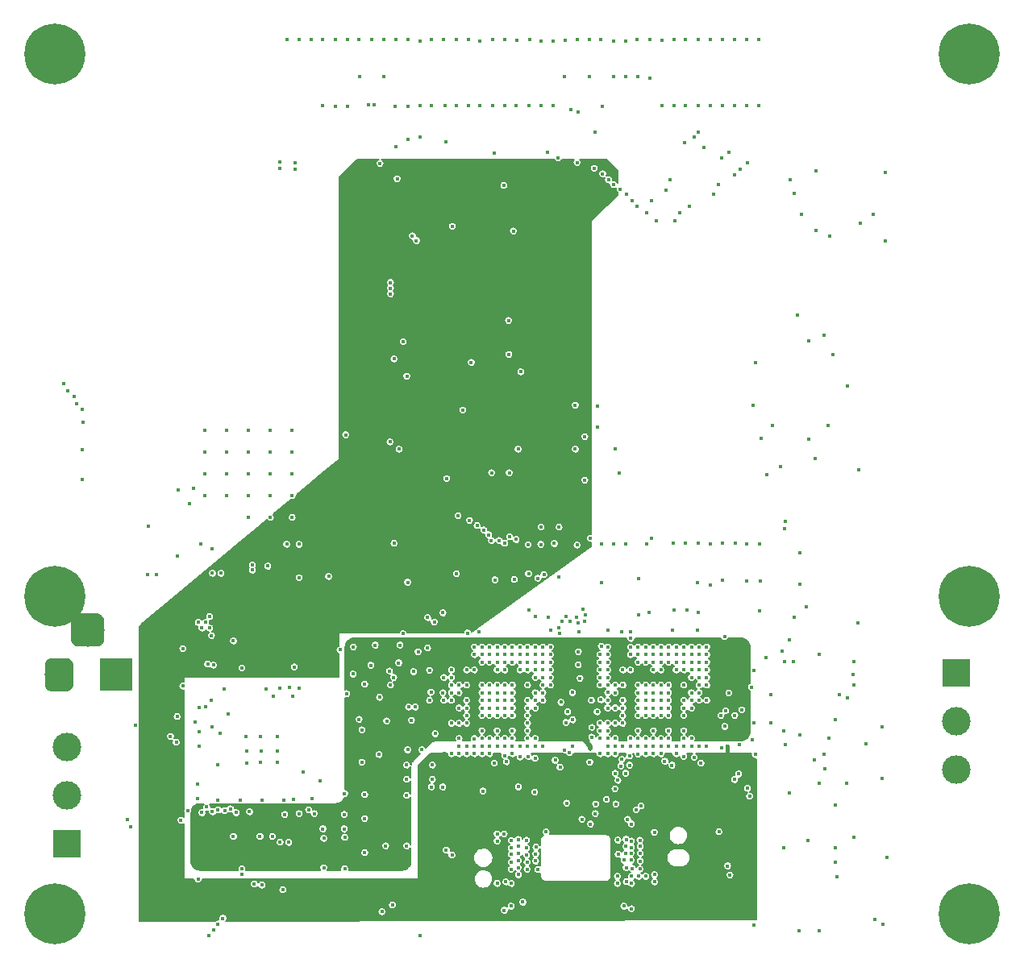
<source format=gbr>
G04 #@! TF.GenerationSoftware,KiCad,Pcbnew,5.0.2+dfsg1-1*
G04 #@! TF.CreationDate,2020-03-08T16:41:42+01:00*
G04 #@! TF.ProjectId,dlp_01,646c705f-3031-42e6-9b69-6361645f7063,rev?*
G04 #@! TF.SameCoordinates,Original*
G04 #@! TF.FileFunction,Copper,L3,Inr*
G04 #@! TF.FilePolarity,Positive*
%FSLAX46Y46*%
G04 Gerber Fmt 4.6, Leading zero omitted, Abs format (unit mm)*
G04 Created by KiCad (PCBNEW 5.0.2+dfsg1-1) date Sun 08 Mar 2020 16:41:42 CET*
%MOMM*%
%LPD*%
G01*
G04 APERTURE LIST*
G04 #@! TA.AperFunction,ViaPad*
%ADD10C,0.800000*%
G04 #@! TD*
G04 #@! TA.AperFunction,ViaPad*
%ADD11C,6.400000*%
G04 #@! TD*
G04 #@! TA.AperFunction,ViaPad*
%ADD12C,3.000000*%
G04 #@! TD*
G04 #@! TA.AperFunction,ViaPad*
%ADD13R,3.000000X3.000000*%
G04 #@! TD*
G04 #@! TA.AperFunction,Conductor*
%ADD14C,0.100000*%
G04 #@! TD*
G04 #@! TA.AperFunction,ViaPad*
%ADD15C,3.500000*%
G04 #@! TD*
G04 #@! TA.AperFunction,ViaPad*
%ADD16R,3.500000X3.500000*%
G04 #@! TD*
G04 #@! TA.AperFunction,ViaPad*
%ADD17C,0.450000*%
G04 #@! TD*
G04 #@! TA.AperFunction,Conductor*
%ADD18C,0.500000*%
G04 #@! TD*
G04 #@! TA.AperFunction,Conductor*
%ADD19C,0.300000*%
G04 #@! TD*
G04 #@! TA.AperFunction,Conductor*
%ADD20C,0.450000*%
G04 #@! TD*
G04 #@! TA.AperFunction,Conductor*
%ADD21C,0.150000*%
G04 #@! TD*
G04 APERTURE END LIST*
D10*
G04 #@! TO.N,GND*
G04 #@! TO.C,H1*
X101255646Y-54964535D03*
X99558590Y-54261591D03*
X97861534Y-54964535D03*
X97158590Y-56661591D03*
X97861534Y-58358647D03*
X99558590Y-59061591D03*
X101255646Y-58358647D03*
X101958590Y-56661591D03*
D11*
X99558590Y-56661591D03*
G04 #@! TD*
D10*
G04 #@! TO.N,GND*
G04 #@! TO.C,H2*
X101257652Y-145302944D03*
X99560596Y-144600000D03*
X97863540Y-145302944D03*
X97160596Y-147000000D03*
X97863540Y-148697056D03*
X99560596Y-149400000D03*
X101257652Y-148697056D03*
X101960596Y-147000000D03*
D11*
X99560596Y-147000000D03*
G04 #@! TD*
D10*
G04 #@! TO.N,GND*
G04 #@! TO.C,H3*
X197232353Y-54954640D03*
X195535297Y-54251696D03*
X193838241Y-54954640D03*
X193135297Y-56651696D03*
X193838241Y-58348752D03*
X195535297Y-59051696D03*
X197232353Y-58348752D03*
X197935297Y-56651696D03*
D11*
X195535297Y-56651696D03*
G04 #@! TD*
D10*
G04 #@! TO.N,GND*
G04 #@! TO.C,H4*
X197232353Y-145302944D03*
X195535297Y-144600000D03*
X193838241Y-145302944D03*
X193135297Y-147000000D03*
X193838241Y-148697056D03*
X195535297Y-149400000D03*
X197232353Y-148697056D03*
X197935297Y-147000000D03*
D11*
X195535297Y-147000000D03*
G04 #@! TD*
D10*
G04 #@! TO.N,GND*
G04 #@! TO.C,H5*
X101257652Y-111975041D03*
X99560596Y-111272097D03*
X97863540Y-111975041D03*
X97160596Y-113672097D03*
X97863540Y-115369153D03*
X99560596Y-116072097D03*
X101257652Y-115369153D03*
X101960596Y-113672097D03*
D11*
X99560596Y-113672097D03*
G04 #@! TD*
D10*
G04 #@! TO.N,GND*
G04 #@! TO.C,H6*
X197258753Y-111952241D03*
X195561697Y-111249297D03*
X193864641Y-111952241D03*
X193161697Y-113649297D03*
X193864641Y-115346353D03*
X195561697Y-116049297D03*
X197258753Y-115346353D03*
X197961697Y-113649297D03*
D11*
X195561697Y-113649297D03*
G04 #@! TD*
D12*
G04 #@! TO.N,/dlp_pmic/LEDx_CATHODE*
G04 #@! TO.C,J4*
X194200000Y-131900000D03*
G04 #@! TO.N,Net-(J4-Pad2)*
X194200000Y-126820000D03*
D13*
G04 #@! TO.N,/dlp_pmic/LED_ANODE*
X194200000Y-121740000D03*
G04 #@! TD*
D12*
G04 #@! TO.N,/dlp_pmic/LED3_CATHODE*
G04 #@! TO.C,J5*
X100800000Y-129540000D03*
G04 #@! TO.N,/dlp_pmic/LED2_CATHODE*
X100800000Y-134620000D03*
D13*
G04 #@! TO.N,/dlp_pmic/LED1_CATHODE*
X100800000Y-139700000D03*
G04 #@! TD*
D14*
G04 #@! TO.N,GND*
G04 #@! TO.C,J3*
G36*
X103960765Y-115454213D02*
X104045704Y-115466813D01*
X104128999Y-115487677D01*
X104209848Y-115516605D01*
X104287472Y-115553319D01*
X104361124Y-115597464D01*
X104430094Y-115648616D01*
X104493718Y-115706282D01*
X104551384Y-115769906D01*
X104602536Y-115838876D01*
X104646681Y-115912528D01*
X104683395Y-115990152D01*
X104712323Y-116071001D01*
X104733187Y-116154296D01*
X104745787Y-116239235D01*
X104750000Y-116325000D01*
X104750000Y-118075000D01*
X104745787Y-118160765D01*
X104733187Y-118245704D01*
X104712323Y-118328999D01*
X104683395Y-118409848D01*
X104646681Y-118487472D01*
X104602536Y-118561124D01*
X104551384Y-118630094D01*
X104493718Y-118693718D01*
X104430094Y-118751384D01*
X104361124Y-118802536D01*
X104287472Y-118846681D01*
X104209848Y-118883395D01*
X104128999Y-118912323D01*
X104045704Y-118933187D01*
X103960765Y-118945787D01*
X103875000Y-118950000D01*
X102125000Y-118950000D01*
X102039235Y-118945787D01*
X101954296Y-118933187D01*
X101871001Y-118912323D01*
X101790152Y-118883395D01*
X101712528Y-118846681D01*
X101638876Y-118802536D01*
X101569906Y-118751384D01*
X101506282Y-118693718D01*
X101448616Y-118630094D01*
X101397464Y-118561124D01*
X101353319Y-118487472D01*
X101316605Y-118409848D01*
X101287677Y-118328999D01*
X101266813Y-118245704D01*
X101254213Y-118160765D01*
X101250000Y-118075000D01*
X101250000Y-116325000D01*
X101254213Y-116239235D01*
X101266813Y-116154296D01*
X101287677Y-116071001D01*
X101316605Y-115990152D01*
X101353319Y-115912528D01*
X101397464Y-115838876D01*
X101448616Y-115769906D01*
X101506282Y-115706282D01*
X101569906Y-115648616D01*
X101638876Y-115597464D01*
X101712528Y-115553319D01*
X101790152Y-115516605D01*
X101871001Y-115487677D01*
X101954296Y-115466813D01*
X102039235Y-115454213D01*
X102125000Y-115450000D01*
X103875000Y-115450000D01*
X103960765Y-115454213D01*
X103960765Y-115454213D01*
G37*
D15*
X103000000Y-117200000D03*
D14*
G36*
X100823513Y-120153611D02*
X100896318Y-120164411D01*
X100967714Y-120182295D01*
X101037013Y-120207090D01*
X101103548Y-120238559D01*
X101166678Y-120276398D01*
X101225795Y-120320242D01*
X101280330Y-120369670D01*
X101329758Y-120424205D01*
X101373602Y-120483322D01*
X101411441Y-120546452D01*
X101442910Y-120612987D01*
X101467705Y-120682286D01*
X101485589Y-120753682D01*
X101496389Y-120826487D01*
X101500000Y-120900000D01*
X101500000Y-122900000D01*
X101496389Y-122973513D01*
X101485589Y-123046318D01*
X101467705Y-123117714D01*
X101442910Y-123187013D01*
X101411441Y-123253548D01*
X101373602Y-123316678D01*
X101329758Y-123375795D01*
X101280330Y-123430330D01*
X101225795Y-123479758D01*
X101166678Y-123523602D01*
X101103548Y-123561441D01*
X101037013Y-123592910D01*
X100967714Y-123617705D01*
X100896318Y-123635589D01*
X100823513Y-123646389D01*
X100750000Y-123650000D01*
X99250000Y-123650000D01*
X99176487Y-123646389D01*
X99103682Y-123635589D01*
X99032286Y-123617705D01*
X98962987Y-123592910D01*
X98896452Y-123561441D01*
X98833322Y-123523602D01*
X98774205Y-123479758D01*
X98719670Y-123430330D01*
X98670242Y-123375795D01*
X98626398Y-123316678D01*
X98588559Y-123253548D01*
X98557090Y-123187013D01*
X98532295Y-123117714D01*
X98514411Y-123046318D01*
X98503611Y-122973513D01*
X98500000Y-122900000D01*
X98500000Y-120900000D01*
X98503611Y-120826487D01*
X98514411Y-120753682D01*
X98532295Y-120682286D01*
X98557090Y-120612987D01*
X98588559Y-120546452D01*
X98626398Y-120483322D01*
X98670242Y-120424205D01*
X98719670Y-120369670D01*
X98774205Y-120320242D01*
X98833322Y-120276398D01*
X98896452Y-120238559D01*
X98962987Y-120207090D01*
X99032286Y-120182295D01*
X99103682Y-120164411D01*
X99176487Y-120153611D01*
X99250000Y-120150000D01*
X100750000Y-120150000D01*
X100823513Y-120153611D01*
X100823513Y-120153611D01*
G37*
D12*
X100000000Y-121900000D03*
D16*
G04 #@! TO.N,Net-(C93-Pad1)*
X106000000Y-121900000D03*
G04 #@! TD*
D17*
G04 #@! TO.N,+1V1*
X166400000Y-127000000D03*
X166400000Y-127800000D03*
X164800000Y-127800000D03*
X164800000Y-128600000D03*
X163200000Y-127800000D03*
X161600000Y-127800000D03*
X159200000Y-127800000D03*
X158400000Y-127800000D03*
X158400000Y-126200000D03*
X158400000Y-124600000D03*
X159200000Y-123800000D03*
X159200000Y-122200000D03*
X158400000Y-122200000D03*
X160800000Y-121400000D03*
X161600000Y-121400000D03*
X164000000Y-121400000D03*
X165600000Y-122200000D03*
X165600000Y-123800000D03*
X166400000Y-123000000D03*
X149200000Y-123800000D03*
X148400000Y-128600000D03*
X145200000Y-121400000D03*
X142800000Y-123800000D03*
X145200000Y-127800000D03*
X142000000Y-127800000D03*
X150000000Y-127800000D03*
X142000000Y-122200000D03*
X150000000Y-127000000D03*
X142000000Y-124600000D03*
X146800000Y-127800000D03*
X142800000Y-127800000D03*
X144400000Y-121400000D03*
X147600000Y-121400000D03*
X148400000Y-127800000D03*
X142800000Y-122200000D03*
X142000000Y-126200000D03*
X150000000Y-123000000D03*
X149200000Y-122200000D03*
X169700000Y-119900000D03*
X155773000Y-129697000D03*
X128700000Y-138500000D03*
X128669033Y-139148000D03*
X137500000Y-122500000D03*
X139100000Y-126272990D03*
X154535054Y-120200000D03*
X153474907Y-122602990D03*
X172000000Y-123800000D03*
X169500000Y-128700000D03*
G04 #@! TO.N,GND*
X119687000Y-131210000D03*
X119587000Y-128410000D03*
X122887000Y-131110000D03*
X122887000Y-128410000D03*
X121187000Y-128410000D03*
X121187000Y-131110000D03*
X122887000Y-129910000D03*
X119687000Y-129910000D03*
X116100000Y-111250000D03*
X117000000Y-111250000D03*
X110200000Y-111350000D03*
X162400000Y-124600000D03*
X161600000Y-124600000D03*
X160800000Y-124600000D03*
X162400000Y-123800000D03*
X161600000Y-123800000D03*
X160800000Y-123800000D03*
X162400000Y-125400000D03*
X161600000Y-125400000D03*
X160800000Y-125400000D03*
X160800000Y-126200000D03*
X161600000Y-126200000D03*
X162400000Y-126200000D03*
X163200000Y-125400000D03*
X163200000Y-124600000D03*
X163200000Y-123800000D03*
X164000000Y-123800000D03*
X164000000Y-124600000D03*
X164000000Y-125400000D03*
X163200000Y-126200000D03*
X164000000Y-126200000D03*
X160800000Y-123000000D03*
X161600000Y-123000000D03*
X162400000Y-123000000D03*
X163200000Y-123000000D03*
X164000000Y-123000000D03*
X165600000Y-124600000D03*
X165600000Y-125400000D03*
X165600000Y-126200000D03*
X165600000Y-128600000D03*
X164000000Y-128600000D03*
X164000000Y-127800000D03*
X162400000Y-127800000D03*
X162400000Y-128600000D03*
X160800000Y-127800000D03*
X160800000Y-128600000D03*
X158400000Y-127000000D03*
X159200000Y-125400000D03*
X158400000Y-125400000D03*
X159200000Y-124600000D03*
X158400000Y-123800000D03*
X159200000Y-123000000D03*
X159200000Y-121400000D03*
X162400000Y-121400000D03*
X164800000Y-121400000D03*
X165600000Y-121400000D03*
X166400000Y-122200000D03*
X165600000Y-123000000D03*
X166400000Y-123800000D03*
X146000000Y-123000000D03*
X149200000Y-123000000D03*
X146000000Y-123800000D03*
X146000000Y-126200000D03*
X147600000Y-128600000D03*
X146000000Y-121400000D03*
X147600000Y-126200000D03*
X142000000Y-123800000D03*
X147600000Y-123000000D03*
X144400000Y-125400000D03*
X145200000Y-123000000D03*
X146000000Y-128600000D03*
X144400000Y-128600000D03*
X146000000Y-125400000D03*
X146800000Y-126200000D03*
X142800000Y-121400000D03*
X148400000Y-121400000D03*
X142000000Y-125400000D03*
X149200000Y-124600000D03*
X146800000Y-123800000D03*
X149200000Y-128600000D03*
X145200000Y-125400000D03*
X142800000Y-124600000D03*
X147600000Y-124600000D03*
X142000000Y-127000000D03*
X147600000Y-125400000D03*
X142800000Y-123000000D03*
X147600000Y-127800000D03*
X146000000Y-124600000D03*
X142800000Y-125400000D03*
X150000000Y-122200000D03*
X145200000Y-126200000D03*
X150000000Y-123800000D03*
X146800000Y-123000000D03*
X145200000Y-124600000D03*
X149200000Y-126200000D03*
X146800000Y-124600000D03*
X145200000Y-123800000D03*
X149200000Y-121400000D03*
X144400000Y-123800000D03*
X144400000Y-126200000D03*
X146800000Y-125400000D03*
X144400000Y-123000000D03*
X149200000Y-127000000D03*
X146000000Y-127800000D03*
X147600000Y-123800000D03*
X149200000Y-125400000D03*
X144400000Y-124600000D03*
X144400000Y-127800000D03*
X162520000Y-143670000D03*
X158630000Y-143840000D03*
X161030000Y-140690000D03*
X146000000Y-143830000D03*
X147480000Y-142350000D03*
X147480000Y-140780000D03*
X146740000Y-138640000D03*
X146000000Y-139380000D03*
X146000000Y-138640000D03*
X162510000Y-138470000D03*
X147480000Y-139322991D03*
X134300000Y-139900000D03*
X127800000Y-142200000D03*
X130000000Y-142300000D03*
X107200000Y-137100000D03*
X114500000Y-134900000D03*
X114500000Y-133400000D03*
X123700000Y-136600000D03*
X120000000Y-136300000D03*
X119200000Y-121200000D03*
X116000000Y-124600000D03*
X124200000Y-123200000D03*
X133600000Y-130300000D03*
X119900000Y-105380000D03*
X122190000Y-105380000D03*
X122190000Y-103090000D03*
X124480000Y-103090000D03*
X119900000Y-103090000D03*
X117610000Y-103090000D03*
X117610000Y-100800000D03*
X119900000Y-100800000D03*
X122190000Y-100800000D03*
X115320000Y-98510000D03*
X117610000Y-98510000D03*
X119900000Y-98510000D03*
X122190000Y-98510000D03*
X122190000Y-96220000D03*
X119900000Y-96220000D03*
X109400000Y-106300000D03*
X109300000Y-111350000D03*
X136600000Y-129800000D03*
X139499998Y-128100000D03*
X142900000Y-117527000D03*
X169600000Y-129600000D03*
X153230254Y-126927010D03*
X150050000Y-140750000D03*
X176260000Y-129240000D03*
X184700000Y-129200000D03*
X176100000Y-140100000D03*
X186900000Y-141100000D03*
X181700000Y-143100000D03*
X181500000Y-140100000D03*
X178600000Y-139300000D03*
X186400000Y-127400000D03*
X131500000Y-126600000D03*
X134400000Y-126773000D03*
X121300000Y-144000000D03*
X114600000Y-143400000D03*
X116700000Y-131400000D03*
X121200000Y-129900000D03*
X152600000Y-131627000D03*
X158400000Y-132280000D03*
X108000000Y-127210000D03*
X148200000Y-98200000D03*
X142400000Y-94100000D03*
X147200000Y-84700000D03*
X178755000Y-97195000D03*
X172900000Y-93600000D03*
X177500000Y-84100000D03*
X174700000Y-127000000D03*
X155933107Y-128470763D03*
X137899998Y-149300000D03*
X173000000Y-121427000D03*
X127702002Y-138102000D03*
X158717200Y-140765213D03*
X172280995Y-133837111D03*
X115000000Y-136400000D03*
X161002010Y-139295399D03*
X161000000Y-142316607D03*
X132097990Y-137027000D03*
X132097990Y-134500000D03*
X150284503Y-142384503D03*
X151142070Y-138422863D03*
X158679021Y-139282873D03*
X136600000Y-112200000D03*
X169881031Y-117900000D03*
X123900000Y-108200000D03*
X125195000Y-108205000D03*
X141729999Y-111300000D03*
X147998065Y-107698065D03*
X139100000Y-62100000D03*
X145500000Y-62100000D03*
X144200000Y-55300000D03*
X150600000Y-55300000D03*
X183500000Y-120500000D03*
X121700000Y-123400000D03*
X135500000Y-69800000D03*
X165800000Y-62100000D03*
X123900000Y-55200000D03*
X125200000Y-55200000D03*
X137900000Y-55299994D03*
X156900000Y-55200000D03*
X165800000Y-55200000D03*
X160028200Y-118100000D03*
X168400000Y-112477019D03*
X164373000Y-117200000D03*
X123500000Y-144500004D03*
X167100000Y-115400001D03*
X114700000Y-125397990D03*
X114727010Y-127900000D03*
X114727010Y-129400008D03*
X133200000Y-118800000D03*
X118300000Y-118350000D03*
X155900000Y-124600000D03*
X153096120Y-129818846D03*
X171700000Y-125599996D03*
X107500000Y-137900000D03*
X120500000Y-143900008D03*
X153300000Y-135400000D03*
X139103058Y-133703058D03*
X172935963Y-148257010D03*
X129990000Y-134390000D03*
X149325000Y-115100000D03*
X113000000Y-119170999D03*
X135661563Y-120665447D03*
X173527010Y-108200000D03*
X154400000Y-108272990D03*
X135172990Y-108100000D03*
X139059321Y-123745989D03*
X144098058Y-117401942D03*
X154572990Y-117358192D03*
X154698065Y-122298065D03*
X169500000Y-126200000D03*
X167104021Y-108100000D03*
X161962044Y-115327010D03*
X160831022Y-111827010D03*
G04 #@! TO.N,+1V8*
X170027000Y-130820000D03*
X170337000Y-131400000D03*
X169387000Y-130290000D03*
X165600000Y-127800000D03*
X166400000Y-128600000D03*
X163200000Y-128600000D03*
X161590324Y-128609676D03*
X159180401Y-127000001D03*
X159190324Y-126209676D03*
X158400000Y-123000000D03*
X160000000Y-121400000D03*
X163200000Y-121400000D03*
X163200000Y-120600000D03*
X166400000Y-120600000D03*
X166400000Y-121400000D03*
X146800000Y-128600000D03*
X149200000Y-127800000D03*
X142000000Y-123000000D03*
X150000000Y-120600000D03*
X142800000Y-126200000D03*
X146800000Y-120600000D03*
X145200000Y-128600000D03*
X142800000Y-127000000D03*
X150000000Y-121400000D03*
X146800000Y-121400000D03*
X143600000Y-121400000D03*
X150000000Y-128600000D03*
X162510000Y-140700000D03*
X149880000Y-143660000D03*
X149880000Y-142920000D03*
X149140000Y-143830000D03*
X148230000Y-143660000D03*
X149140000Y-143090000D03*
X146910000Y-142180000D03*
X146750000Y-140780000D03*
X146740000Y-139322991D03*
X140409676Y-130197000D03*
X159380000Y-143090000D03*
X170400000Y-135800000D03*
X136700000Y-125300000D03*
X111250000Y-132050000D03*
X111250005Y-131450005D03*
X172700000Y-123200000D03*
X137900000Y-145600000D03*
X129200000Y-121800000D03*
X132000000Y-68800000D03*
X132000000Y-68200000D03*
X117700000Y-120800000D03*
X142427000Y-132790000D03*
X140800000Y-132770000D03*
X130873715Y-121834953D03*
X140154011Y-132783986D03*
X170200000Y-129400000D03*
X155800000Y-135900000D03*
X173091808Y-146520000D03*
X135145990Y-122200000D03*
X138150000Y-135610000D03*
X141240000Y-131390000D03*
X155800007Y-70500007D03*
X156600070Y-70500000D03*
X178500000Y-114800000D03*
X151600000Y-104300000D03*
X140800000Y-117100000D03*
X142000000Y-117100000D03*
X169900000Y-127345990D03*
G04 #@! TO.N,Net-(C10-Pad2)*
X166400000Y-124600000D03*
X166400001Y-125419599D03*
X170000000Y-125700000D03*
G04 #@! TO.N,Net-(C10-Pad1)*
X167200000Y-123800000D03*
X167200000Y-124600000D03*
X170321144Y-123827489D03*
G04 #@! TO.N,Net-(C33-Pad1)*
X150800000Y-124600000D03*
X150800000Y-123800000D03*
X153908355Y-123781738D03*
G04 #@! TO.N,Net-(C33-Pad2)*
X150000001Y-125419599D03*
X150000000Y-124600000D03*
X153400000Y-125795979D03*
G04 #@! TO.N,Net-(C48-Pad2)*
X124112500Y-139512500D03*
X123200000Y-139500000D03*
G04 #@! TO.N,+12V*
X118300000Y-138900000D03*
X123200000Y-123300000D03*
X125200000Y-123300000D03*
X125600000Y-132100000D03*
X127800000Y-139100000D03*
X130000000Y-139000000D03*
X115320000Y-96220000D03*
X117610000Y-96220000D03*
X115400000Y-116400000D03*
X115000000Y-117000000D03*
X115800000Y-117000000D03*
X115800000Y-115800000D03*
X125200000Y-136500000D03*
X114627010Y-116400000D03*
X116031113Y-127391874D03*
X113499990Y-136200000D03*
G04 #@! TO.N,+5V*
X122400000Y-138900000D03*
X121100000Y-138900000D03*
X130100000Y-96700000D03*
X120300000Y-110900000D03*
X120300000Y-110400000D03*
X123200000Y-68700000D03*
X123200000Y-68000000D03*
G04 #@! TO.N,/dmd/VRESET*
X160110000Y-143840000D03*
X146910000Y-143670000D03*
X160100000Y-146500000D03*
X146754001Y-146654001D03*
X132097990Y-140600000D03*
G04 #@! TO.N,Net-(C61-Pad2)*
X119000000Y-135100000D03*
G04 #@! TO.N,/dlp_pmic/VBIAS*
X159560000Y-143660000D03*
X147490000Y-143840000D03*
X126800000Y-136500000D03*
X129947998Y-138102000D03*
X159300000Y-146227000D03*
X147472999Y-146227001D03*
G04 #@! TO.N,/dlp_pmic/SUP_2P5V*
X121300000Y-135100000D03*
G04 #@! TO.N,/dmd/VOFFSET*
X148230000Y-142920000D03*
X126200000Y-136100012D03*
X148700000Y-145800000D03*
X129950000Y-136600000D03*
X136500000Y-139900000D03*
G04 #@! TO.N,Net-(C71-Pad2)*
X126600000Y-134900000D03*
G04 #@! TO.N,/dlp_pmic/SUP_5P0V*
X124600000Y-135000000D03*
X123600000Y-135100000D03*
G04 #@! TO.N,Net-(C76-Pad2)*
X116700000Y-135100000D03*
G04 #@! TO.N,Net-(C79-Pad2)*
X124500000Y-124200000D03*
X124700000Y-121100000D03*
G04 #@! TO.N,Net-(C84-Pad2)*
X127400000Y-133100000D03*
G04 #@! TO.N,/dlp_pmic/LED_ANODE*
X129500000Y-119300000D03*
X133900000Y-146800000D03*
G04 #@! TO.N,+3V3*
X134800000Y-81900000D03*
X134800000Y-81300000D03*
X119200000Y-142300000D03*
X119200000Y-142900000D03*
X146700000Y-70500000D03*
X133700000Y-68200000D03*
X124800000Y-68800000D03*
X124800000Y-68100000D03*
X134800000Y-80700000D03*
X174700000Y-124000000D03*
X181900000Y-124000000D03*
X182800000Y-91600000D03*
X173100003Y-89111082D03*
X143282995Y-89099995D03*
X160831022Y-115600000D03*
X128300000Y-111580000D03*
G04 #@! TO.N,/dlp_pmic/LED1_CATHODE*
X131800000Y-131100000D03*
G04 #@! TO.N,/dlp_pmic/LED2_CATHODE*
X131800000Y-127700000D03*
G04 #@! TO.N,/dlp_pmic/LED3_CATHODE*
X130200000Y-123900000D03*
G04 #@! TO.N,/application_connectors/BP*
X173500000Y-55200000D03*
G04 #@! TO.N,/application_connectors/MEMS_INTn*
X173500000Y-62100000D03*
G04 #@! TO.N,/application_connectors/I2C0_SCL*
X172200000Y-55200000D03*
G04 #@! TO.N,/application_connectors/HDMI_INT*
X172200000Y-62100000D03*
G04 #@! TO.N,/application_connectors/I2C0_SDA*
X170900000Y-55200000D03*
G04 #@! TO.N,/application_connectors/I2S_Din*
X170900000Y-62100000D03*
G04 #@! TO.N,/application_connectors/I2S_Dout*
X169700000Y-55200000D03*
G04 #@! TO.N,/application_connectors/I2S_FSYNC_IN*
X169700000Y-62100000D03*
G04 #@! TO.N,/application_connectors/I2S_FSYNC_OUT*
X168400000Y-55200000D03*
G04 #@! TO.N,/application_connectors/I2S_SCLK*
X168400000Y-62100000D03*
G04 #@! TO.N,/application_connectors/LCD_VSYNC*
X167100000Y-55200000D03*
G04 #@! TO.N,/application_connectors/LCD_HSYNC*
X167100000Y-62100000D03*
G04 #@! TO.N,/application_connectors/LCD_PCLK*
X164600000Y-55200000D03*
G04 #@! TO.N,/application_connectors/LCD_DATA13*
X164800000Y-119800000D03*
X164600000Y-62100000D03*
X162700000Y-74200000D03*
X164700000Y-74200000D03*
G04 #@! TO.N,/application_connectors/LCD_DE*
X163300000Y-55250000D03*
G04 #@! TO.N,/application_connectors/LCD_DATA12*
X165600000Y-119000000D03*
X163300000Y-62100000D03*
G04 #@! TO.N,/application_connectors/LCD_DATA15*
X164000000Y-119800000D03*
X162000000Y-55200000D03*
G04 #@! TO.N,/application_connectors/LCD_DATA9*
X167200000Y-119000000D03*
X162000000Y-59200000D03*
X161700000Y-73400000D03*
X165200002Y-73400000D03*
G04 #@! TO.N,/application_connectors/LCD_DATA14*
X164800000Y-119000000D03*
X160700000Y-55200000D03*
X160200000Y-72100000D03*
X162200000Y-72100000D03*
G04 #@! TO.N,/application_connectors/LCD_DATA8*
X168000000Y-119000000D03*
X160800000Y-59100000D03*
X160700000Y-72700000D03*
X166200000Y-72700000D03*
G04 #@! TO.N,/application_connectors/LCD_DATA11*
X165600000Y-119800000D03*
X159500000Y-55300000D03*
X158900000Y-70900000D03*
X163700002Y-71000000D03*
G04 #@! TO.N,/application_connectors/LCD_DATA5*
X168000000Y-121400000D03*
X168699996Y-71400000D03*
X159500000Y-59100000D03*
X159600000Y-71400000D03*
G04 #@! TO.N,/application_connectors/LCD_DATA10*
X166400000Y-119000000D03*
X158200000Y-55300000D03*
X157700000Y-69900000D03*
X164172990Y-69900000D03*
G04 #@! TO.N,/application_connectors/LCD_DATA4*
X167200000Y-121400000D03*
X169200000Y-70400000D03*
X158200000Y-59100000D03*
X158200000Y-70400004D03*
G04 #@! TO.N,/application_connectors/LCD_DATA1*
X168000000Y-123000000D03*
X170900000Y-69400000D03*
X157027000Y-62200000D03*
X157081106Y-69276912D03*
G04 #@! TO.N,/application_connectors/LCD_DATA7*
X168000000Y-120600000D03*
X155700000Y-55200000D03*
X156300000Y-64900000D03*
X167100000Y-64900000D03*
G04 #@! TO.N,/application_connectors/LCD_DATA0*
X167200000Y-123000000D03*
X171500000Y-68800000D03*
X155700000Y-59100000D03*
X156200000Y-68700000D03*
G04 #@! TO.N,/application_connectors/LCD_DATA6*
X167200000Y-120600000D03*
X154400000Y-68100000D03*
X172300000Y-68100000D03*
X174200006Y-120100000D03*
X154400000Y-55200000D03*
G04 #@! TO.N,/application_connectors/LCD_DATA3*
X168000000Y-122200000D03*
X169600000Y-67600000D03*
X153150000Y-55250000D03*
X152400006Y-67600000D03*
G04 #@! TO.N,/application_connectors/IO_B34_LN11*
X164000000Y-119000000D03*
X153100000Y-59100000D03*
G04 #@! TO.N,/application_connectors/LCD_DATA2*
X167200000Y-122200000D03*
X170300000Y-67000000D03*
X151900000Y-55300000D03*
X151300000Y-67000000D03*
G04 #@! TO.N,/application_connectors/IO_B34_LP11*
X163200000Y-119800000D03*
X151900000Y-62100000D03*
G04 #@! TO.N,/application_connectors/IO_B34_LN8*
X163200000Y-119000000D03*
X150600000Y-62100000D03*
G04 #@! TO.N,/application_connectors/IO_B34_LN7*
X149400000Y-55200000D03*
G04 #@! TO.N,/application_connectors/IO_B34_LP8*
X162400000Y-119800000D03*
X149300000Y-62100000D03*
G04 #@! TO.N,/application_connectors/IO_B34_LP7*
X148050000Y-55250000D03*
G04 #@! TO.N,/application_connectors/IO_B34_LN6*
X162400000Y-119000000D03*
X148000000Y-62100000D03*
G04 #@! TO.N,/application_connectors/IO_B34_LN5*
X146800000Y-55200000D03*
G04 #@! TO.N,/application_connectors/IO_B34_LP6*
X161600000Y-119800000D03*
X146800000Y-62100000D03*
G04 #@! TO.N,/application_connectors/IO_B34_LP5*
X145500000Y-55200000D03*
G04 #@! TO.N,/application_connectors/IO_B34_LN4*
X161600000Y-119000000D03*
X144200000Y-62100000D03*
G04 #@! TO.N,/application_connectors/IO_B34_LN3*
X143000000Y-55200000D03*
G04 #@! TO.N,/application_connectors/IO_B34_LP4*
X160800000Y-119800000D03*
X143000000Y-62100000D03*
G04 #@! TO.N,/application_connectors/IO_B34_LP3*
X141700000Y-55200000D03*
G04 #@! TO.N,/application_connectors/IO_B34_LN2*
X141700000Y-62100000D03*
G04 #@! TO.N,/application_connectors/IO_B34_LN1*
X140400000Y-55200000D03*
G04 #@! TO.N,/application_connectors/IO_B34_LP1*
X139100000Y-55200000D03*
G04 #@! TO.N,/application_connectors/IO_B13_LN21*
X136600000Y-55200000D03*
G04 #@! TO.N,/application_connectors/IO_B13_LP21*
X135400000Y-55200000D03*
G04 #@! TO.N,/application_connectors/IO_B13_LN14*
X134100000Y-55200000D03*
G04 #@! TO.N,/application_connectors/IO_B13_LP13*
X134100000Y-59100000D03*
G04 #@! TO.N,/application_connectors/IO_B13_LP14*
X132800000Y-55200000D03*
G04 #@! TO.N,/application_connectors/JTAG_NTRST*
X131500000Y-55200000D03*
G04 #@! TO.N,/application_connectors/IO_B13_LN12*
X131600000Y-59100018D03*
G04 #@! TO.N,/application_connectors/JTAG_TDO*
X130300000Y-55200000D03*
G04 #@! TO.N,/application_connectors/IO_B13_LP12*
X130300000Y-62200000D03*
G04 #@! TO.N,/application_connectors/JTAG_TDI*
X129000000Y-55200000D03*
G04 #@! TO.N,/application_connectors/IO_B13_LN11*
X129000000Y-62200000D03*
G04 #@! TO.N,/application_connectors/JTAG_TMS*
X127700000Y-55200000D03*
G04 #@! TO.N,/application_connectors/IO_B13_LP11*
X127700000Y-62100000D03*
G04 #@! TO.N,/application_connectors/JTAG_TCK*
X126500000Y-55200000D03*
G04 #@! TO.N,/application_connectors/CONTR0_SCL*
X176800000Y-69900000D03*
X186800000Y-69100000D03*
X176246334Y-105800000D03*
G04 #@! TO.N,/application_connectors/CONTR0_SDA*
X177750000Y-109100000D03*
X179500000Y-69000000D03*
G04 #@! TO.N,/application_connectors/IO_B35_LP2*
X144400000Y-119800000D03*
X141900000Y-105199998D03*
G04 #@! TO.N,/application_connectors/IO_B35_LN2*
X145200000Y-119000000D03*
X143100000Y-105700000D03*
G04 #@! TO.N,/application_connectors/IO_B35_LP4*
X145200000Y-119800000D03*
X143900000Y-106227010D03*
G04 #@! TO.N,/application_connectors/IO_B35_LN4*
X144600000Y-106700004D03*
X146000000Y-119000000D03*
G04 #@! TO.N,/application_connectors/IO_B35_LP6*
X146000000Y-119800000D03*
X145100000Y-107200000D03*
G04 #@! TO.N,/application_connectors/IO_B35_LN6*
X146800000Y-119000000D03*
X145400000Y-107800000D03*
G04 #@! TO.N,/application_connectors/IO_B35_LP8*
X146800000Y-119800000D03*
X146200000Y-107799994D03*
G04 #@! TO.N,/application_connectors/IO_B35_LN8*
X147600000Y-119000000D03*
X146800000Y-108100000D03*
G04 #@! TO.N,/application_connectors/IO_B35_LP10*
X147600000Y-119800000D03*
X149248058Y-108248058D03*
G04 #@! TO.N,/application_connectors/IO_B35_LN10*
X148400000Y-119000000D03*
X150584258Y-108211857D03*
G04 #@! TO.N,/application_connectors/IO_B35_LP14*
X148400000Y-119800000D03*
X149300000Y-111300000D03*
X155808031Y-107572990D03*
G04 #@! TO.N,/application_connectors/IO_B35_LN14*
X149200000Y-119000000D03*
X150000000Y-115800000D03*
X156972990Y-108200000D03*
G04 #@! TO.N,/application_connectors/IO_B35_LP16*
X149200000Y-119800000D03*
X158231022Y-108200000D03*
X150277002Y-111772967D03*
G04 #@! TO.N,/application_connectors/IO_B35_LN16*
X150000000Y-119000000D03*
X150908007Y-111391989D03*
X159500000Y-108200000D03*
G04 #@! TO.N,/application_connectors/IO_B35_LP18*
X150800000Y-119000000D03*
X161662052Y-108200000D03*
X151408033Y-115913426D03*
G04 #@! TO.N,/application_connectors/IO_B35_LN18*
X151600000Y-119000000D03*
X151645988Y-117199321D03*
X162195999Y-107600000D03*
G04 #@! TO.N,/application_connectors/IO_B35_LP20*
X151600000Y-120600000D03*
X164527010Y-108100000D03*
X152518969Y-117601169D03*
G04 #@! TO.N,/application_connectors/IO_B35_LN20*
X150800000Y-120600000D03*
X165800000Y-108100000D03*
X152500000Y-117000000D03*
G04 #@! TO.N,/application_connectors/IO_B35_LP22*
X168400000Y-108200000D03*
X151600000Y-121400000D03*
X152816066Y-116275640D03*
G04 #@! TO.N,/application_connectors/IO_B35_LN22*
X150800000Y-121400000D03*
X169700000Y-108100000D03*
X153241568Y-115810388D03*
G04 #@! TO.N,/application_connectors/IO_B35_LP24*
X151600000Y-122200000D03*
X171018956Y-108100000D03*
X153670078Y-116256277D03*
G04 #@! TO.N,/application_connectors/IO_B35_LP23*
X150800000Y-123000000D03*
X172200000Y-112100000D03*
X155200000Y-116300000D03*
G04 #@! TO.N,/application_connectors/IO_B35_LN24*
X150800000Y-122200000D03*
X172200000Y-108200000D03*
X154297086Y-115894222D03*
G04 #@! TO.N,/application_connectors/IO_B35_LN23*
X151600000Y-123000000D03*
X173527010Y-115200000D03*
X154524090Y-116450669D03*
G04 #@! TO.N,/dlp_pmic/LEDx_CATHODE*
X133652002Y-124273000D03*
X135000000Y-146100000D03*
G04 #@! TO.N,/MTR_SENS_POWER_OUT*
X176700000Y-134300000D03*
G04 #@! TO.N,/SENS_FOCUS*
X115700000Y-149300000D03*
X179800000Y-148799999D03*
X180400000Y-131800000D03*
X115500000Y-135800000D03*
G04 #@! TO.N,/SENS_LABB*
X186400000Y-132800000D03*
X185700000Y-147600000D03*
X117200000Y-147500000D03*
X117400000Y-136200000D03*
G04 #@! TO.N,/LS2_PWR*
X182700000Y-133300000D03*
X182800000Y-124300000D03*
X157607608Y-123783009D03*
G04 #@! TO.N,/SENS_WPC*
X116700000Y-136100000D03*
X116700000Y-148100000D03*
X177730000Y-148780000D03*
G04 #@! TO.N,/SENS_THERM*
X116200000Y-148700000D03*
X186500000Y-148100000D03*
X116100000Y-136300000D03*
G04 #@! TO.N,/THERM_PWR*
X181500000Y-141600000D03*
X181500000Y-135600000D03*
X156881772Y-124542348D03*
X154900000Y-137100000D03*
G04 #@! TO.N,Net-(Q1-Pad1)*
X115320000Y-103090000D03*
G04 #@! TO.N,/dlp_controller/SPI1_CSZ0*
X113672990Y-103900000D03*
X116200000Y-120900000D03*
G04 #@! TO.N,Net-(R1-Pad1)*
X176100000Y-127773000D03*
X176200000Y-120499992D03*
X156800544Y-127800521D03*
G04 #@! TO.N,Net-(R2-Pad1)*
X157600000Y-127800000D03*
X177800000Y-128200000D03*
X177100000Y-120500008D03*
G04 #@! TO.N,/dlp_controller/SPI1_DOUT*
X112500000Y-102500000D03*
X115600000Y-120800000D03*
G04 #@! TO.N,/dlp_controller/SPI1_CLK*
X117300000Y-123400000D03*
X114100000Y-102327010D03*
G04 #@! TO.N,Net-(R3-Pad1)*
X156800000Y-128600000D03*
X156350000Y-135502002D03*
X179800000Y-133350000D03*
X179827010Y-119730000D03*
G04 #@! TO.N,/dlp_controller/dlp_controller_gpio/SLAVE_ID*
X141200000Y-127000000D03*
X137000000Y-126700000D03*
G04 #@! TO.N,/dlp_controller/dlp_controller_gpio/HBT_IDAT*
X156800000Y-122200000D03*
X137400000Y-125300000D03*
X153942581Y-126642580D03*
G04 #@! TO.N,/dlp_controller/dlp_controller_gpio/sHBT_OCLK*
X141200000Y-121400000D03*
X138900000Y-121450000D03*
G04 #@! TO.N,/dlp_controller/dlp_controller_gpio/HBT_ICLK*
X157600000Y-122200000D03*
X137229726Y-121588057D03*
G04 #@! TO.N,Net-(R10-Pad1)*
X157600000Y-127000000D03*
X157480000Y-135010000D03*
G04 #@! TO.N,/dlp_controller/dlp_controller_gpio/sHBT_IDAT*
X140400000Y-122200000D03*
X134800000Y-123000000D03*
G04 #@! TO.N,/dlp_controller/dlp_controller_gpio/HBT_ODAT*
X156800000Y-121400000D03*
X132097990Y-122900000D03*
G04 #@! TO.N,/dlp_controller/dlp_controller_gpio/HBT_OCLK*
X157600000Y-121400000D03*
X132736501Y-120917350D03*
G04 #@! TO.N,/dlp_controller/dlp_controller_gpio/sHBT_ICLK*
X141200000Y-122200000D03*
X134700000Y-121519458D03*
G04 #@! TO.N,/dlp_controller/dlp_controller_gpio/SEQ_SYNC*
X157600000Y-123000000D03*
X141200000Y-123000000D03*
X138900000Y-124600000D03*
G04 #@! TO.N,/dlp_controller/dlp_controller_config/mSPI_CSZO*
X180772990Y-95700000D03*
X180800000Y-128600002D03*
X101600000Y-92700000D03*
X174944990Y-95700000D03*
X173720000Y-97080000D03*
X172793126Y-128741673D03*
G04 #@! TO.N,/dlp_controller/dlp_controller_config/mSPI_CLK*
X173100000Y-130300000D03*
X180300000Y-130300000D03*
X180300000Y-86200000D03*
G04 #@! TO.N,Net-(R16-Pad1)*
X168000000Y-124600000D03*
X152100000Y-130900000D03*
X152700000Y-124800010D03*
X155727010Y-131100000D03*
G04 #@! TO.N,Net-(R17-Pad1)*
X160000000Y-119000000D03*
X173600000Y-112057968D03*
G04 #@! TO.N,Net-(R18-Pad2)*
X160800000Y-119000000D03*
X177750000Y-112400000D03*
G04 #@! TO.N,/application_connectors/mHOST_IRQ*
X162400000Y-120600000D03*
X152499992Y-106400000D03*
X152495990Y-111600000D03*
X175900000Y-119400000D03*
X176200000Y-106600000D03*
G04 #@! TO.N,/dlp_controller/dlp_controller_config/mSPI_MISO*
X159200000Y-129400000D03*
X159000000Y-131500000D03*
X179300000Y-130899996D03*
X179400000Y-99200000D03*
X101800000Y-93400000D03*
X175772990Y-100020000D03*
G04 #@! TO.N,Net-(R23-Pad1)*
X157600000Y-130200000D03*
X172510000Y-134670000D03*
X171430000Y-129240000D03*
X158471950Y-135500000D03*
G04 #@! TO.N,/dlp_controller/dlp_controller_config/mSPI_MOSI*
X173000000Y-127000000D03*
X181500000Y-126600000D03*
X100900000Y-92100000D03*
X178700000Y-86850000D03*
X181300000Y-88300000D03*
G04 #@! TO.N,Net-(R25-Pad1)*
X158400000Y-129400000D03*
X170930000Y-132920000D03*
X158380000Y-133900000D03*
X170950000Y-126190000D03*
G04 #@! TO.N,/dlp_controller/LED_SEL_0*
X157600000Y-129400000D03*
X111700000Y-128400000D03*
X153600000Y-130100000D03*
G04 #@! TO.N,Net-(R27-Pad1)*
X158400000Y-130200000D03*
X171357000Y-132330000D03*
X158673065Y-133003065D03*
G04 #@! TO.N,Net-(R28-Pad1)*
X160800000Y-120600000D03*
X177200000Y-115900000D03*
X185500000Y-73500000D03*
X177927001Y-73572999D03*
G04 #@! TO.N,Net-(R29-Pad2)*
X161600000Y-120600000D03*
X176673340Y-118228305D03*
X177200000Y-71300000D03*
G04 #@! TO.N,/dlp_controller/LED_SEL_1*
X112300000Y-129000000D03*
X153900000Y-129394011D03*
G04 #@! TO.N,Net-(R31-Pad2)*
X160000000Y-119800000D03*
X154535054Y-119500000D03*
G04 #@! TO.N,Net-(R32-Pad2)*
X143600000Y-119800000D03*
X138700000Y-119099996D03*
G04 #@! TO.N,/dlp_controller/dlp_controller_config/sSPI_CSZO*
X135700000Y-98200000D03*
X102400000Y-98300000D03*
X136500000Y-132900000D03*
X134748001Y-97440000D03*
G04 #@! TO.N,/dlp_controller/dlp_controller_config/sSPI_CLK*
X136500000Y-134600000D03*
X135175001Y-88724999D03*
X147235000Y-88259082D03*
G04 #@! TO.N,Net-(R35-Pad1)*
X143600000Y-119000000D03*
X130900000Y-119000000D03*
X184100000Y-74500000D03*
X141300000Y-74800000D03*
G04 #@! TO.N,Net-(R36-Pad2)*
X144400000Y-119000000D03*
X135800000Y-118800000D03*
X180900000Y-75800000D03*
X137100000Y-75800000D03*
G04 #@! TO.N,/application_connectors/sHOST_IRQ*
X146000000Y-120600000D03*
X150600000Y-106400000D03*
X145772990Y-111944732D03*
G04 #@! TO.N,/dlp_controller/dlp_controller_config/sSPI_MISO*
X142800000Y-129400000D03*
X102500000Y-95400000D03*
X145419984Y-100700000D03*
X140700000Y-101300000D03*
X147272990Y-100697011D03*
G04 #@! TO.N,Net-(R41-Pad1)*
X141200000Y-130200000D03*
X139200000Y-132900006D03*
G04 #@! TO.N,Net-(R43-Pad1)*
X142000000Y-129400000D03*
X139200000Y-131400000D03*
G04 #@! TO.N,/dlp_controller/dlp_controller_config/sSPI_MOSI*
X136500000Y-131400000D03*
X136127001Y-86927001D03*
X100500000Y-91300000D03*
X136520000Y-90550000D03*
X148490000Y-90070000D03*
G04 #@! TO.N,Net-(R44-Pad1)*
X142000000Y-130200000D03*
X140290000Y-133700000D03*
G04 #@! TO.N,Net-(R45-Pad1)*
X142800000Y-130200000D03*
X138100000Y-129800000D03*
G04 #@! TO.N,Net-(R46-Pad1)*
X144400000Y-120600000D03*
X136127000Y-117600000D03*
X137527000Y-76300000D03*
X186800000Y-76300000D03*
G04 #@! TO.N,Net-(R47-Pad2)*
X145200000Y-120600000D03*
X147300000Y-107400000D03*
X179500000Y-75227000D03*
X147700000Y-75300000D03*
G04 #@! TO.N,/application_connectors/PDM_CVS_TE_B*
X165600000Y-120600000D03*
X135400000Y-66400000D03*
X135300000Y-62200000D03*
X167700000Y-66500000D03*
G04 #@! TO.N,/application_connectors/PDM_CVS_TE_A*
X149200000Y-120600000D03*
X164577365Y-115100014D03*
G04 #@! TO.N,Net-(R52-Pad1)*
X170200000Y-142000000D03*
G04 #@! TO.N,/dlp_controller/DMD_LS_CLK*
X160110000Y-143090000D03*
X170450000Y-142960000D03*
G04 #@! TO.N,/dlp_controller/DMD_LS_WDATA*
X161600000Y-143090000D03*
G04 #@! TO.N,Net-(R53-Pad1)*
X169300000Y-138400000D03*
G04 #@! TO.N,/dlp_controller/RC_CHARGE*
X157600000Y-124600000D03*
X112800000Y-137200000D03*
X113000000Y-123100000D03*
G04 #@! TO.N,/dlp_pmic/INTZ*
X158400000Y-128600000D03*
X142000000Y-128600000D03*
X116900000Y-128100000D03*
G04 #@! TO.N,Net-(R58-Pad2)*
X118600000Y-136400000D03*
G04 #@! TO.N,/dlp_controller/SPI1_DIN*
X116000000Y-117800000D03*
X114900000Y-108200000D03*
G04 #@! TO.N,/dlp_controller/dlp_controller_gpio/CAL_PWR*
X183420000Y-122980000D03*
X154515227Y-120872990D03*
X183420000Y-139020000D03*
G04 #@! TO.N,/application_connectors/ZYNQ_VDDIO_34*
X153700000Y-62499998D03*
X154500000Y-62800000D03*
G04 #@! TO.N,/application_connectors/ZYNQ_VDDIO_13*
X132497885Y-62064123D03*
X133097885Y-62064123D03*
G04 #@! TO.N,/application_connectors/HSYNC_B*
X164800000Y-120600000D03*
X136600000Y-62200000D03*
X136600000Y-65700000D03*
X145700000Y-67100000D03*
G04 #@! TO.N,/application_connectors/VSYNC_B*
X137900000Y-62100000D03*
X168000000Y-119800000D03*
X137900000Y-65400000D03*
X166700000Y-65399996D03*
G04 #@! TO.N,/application_connectors/DATEN_B*
X167200000Y-119800000D03*
X140500000Y-62100000D03*
X140600000Y-65900000D03*
X165700004Y-66000000D03*
G04 #@! TO.N,/application_connectors/PCLK_B*
X166400000Y-119800000D03*
X167000000Y-117200000D03*
X157600000Y-117200000D03*
X157000000Y-112200000D03*
G04 #@! TO.N,/application_connectors/HSYNC_A*
X148400000Y-120600000D03*
X165900000Y-115099998D03*
G04 #@! TO.N,/application_connectors/VSYNC_A*
X151600000Y-119800000D03*
X167000000Y-112200000D03*
X155250265Y-115619914D03*
G04 #@! TO.N,/application_connectors/DATEN_A*
X150800000Y-119800000D03*
X155040002Y-115041703D03*
X169700000Y-112000000D03*
G04 #@! TO.N,/application_connectors/PCLK_A*
X150000000Y-119800000D03*
X152000000Y-108127000D03*
G04 #@! TO.N,Net-(R92-Pad2)*
X115320000Y-100800000D03*
G04 #@! TO.N,Net-(R93-Pad2)*
X124480000Y-100800000D03*
X124480000Y-98510000D03*
X124480000Y-96220000D03*
G04 #@! TO.N,Net-(R93-Pad1)*
X124480000Y-105380000D03*
G04 #@! TO.N,/application_connectors/FPGA_RDY*
X141200000Y-123800000D03*
X140300000Y-115400000D03*
G04 #@! TO.N,/application_connectors/ACT_SYNC*
X140400000Y-124600000D03*
X138700000Y-115900000D03*
G04 #@! TO.N,/application_connectors/SUB_FRAME*
X141200000Y-124600000D03*
X139400000Y-116372990D03*
G04 #@! TO.N,/application_connectors/PROJ_ON*
X157600000Y-125400000D03*
X112400000Y-126300000D03*
X112400000Y-109400000D03*
X147800000Y-111900000D03*
X156500022Y-125800000D03*
G04 #@! TO.N,/dlp_controller/dlp_controller_gpio/mGPIO_5*
X156800000Y-127000000D03*
X155800000Y-137600000D03*
X141260000Y-140860000D03*
G04 #@! TO.N,Net-(TP2-Pad1)*
X160000000Y-117400000D03*
X158827016Y-100700000D03*
G04 #@! TO.N,Net-(TP3-Pad1)*
X159100000Y-117400000D03*
X158400006Y-98200000D03*
G04 #@! TO.N,Net-(TP4-Pad1)*
X157600000Y-119000000D03*
X155200000Y-101472990D03*
G04 #@! TO.N,Net-(TP5-Pad1)*
X154200000Y-98200000D03*
X156935307Y-118915595D03*
G04 #@! TO.N,Net-(TP6-Pad1)*
X157600000Y-119800000D03*
X155200000Y-96900000D03*
G04 #@! TO.N,Net-(TP7-Pad1)*
X156800000Y-119800000D03*
X156500004Y-95900000D03*
G04 #@! TO.N,Net-(TP8-Pad1)*
X157600000Y-120600000D03*
X156500000Y-93700000D03*
G04 #@! TO.N,Net-(TP9-Pad1)*
X156800000Y-120600000D03*
X154199992Y-93600000D03*
G04 #@! TO.N,Net-(TP10-Pad1)*
X156800000Y-130200000D03*
X156300000Y-136500000D03*
X140660000Y-140340000D03*
G04 #@! TO.N,/dlp_controller/DMD_DEN_ARSTZ*
X168000000Y-129400000D03*
X162520000Y-142920000D03*
X167400000Y-131200000D03*
G04 #@! TO.N,/dlp_controller/DMD_LS_RDATA*
X167200000Y-129400000D03*
X158630000Y-143090000D03*
G04 #@! TO.N,/dlp_controller/mDMD_HS_WDATAH_P*
X166700000Y-130600000D03*
X161030000Y-139950000D03*
G04 #@! TO.N,/dlp_controller/mDMD_HS_WDATAH_N*
X166400000Y-129400000D03*
X160093277Y-140059620D03*
G04 #@! TO.N,/dlp_controller/mDMD_HS_WDATAG_P*
X165597000Y-130500000D03*
X160097990Y-139380000D03*
G04 #@! TO.N,/dlp_controller/mDMD_HS_WDATAG_N*
X165600000Y-129400000D03*
X159546888Y-139209035D03*
G04 #@! TO.N,/dlp_controller/mDMD_HS_WDATAF_P*
X164800000Y-130200000D03*
G04 #@! TO.N,/dlp_controller/mDMD_HS_WDATAF_N*
X164800000Y-129400000D03*
X164357133Y-131411381D03*
G04 #@! TO.N,/dlp_controller/mDMD_HS_WDATAE_N*
X164000000Y-129400000D03*
X163597001Y-130996987D03*
G04 #@! TO.N,/dlp_controller/mDMD_HS_CLK_P*
X163200000Y-130200000D03*
X160071612Y-140649816D03*
X160097990Y-137600000D03*
G04 #@! TO.N,/dlp_controller/mDMD_HS_CLK_N*
X163200000Y-129400000D03*
X159496305Y-140694137D03*
X159695980Y-137100000D03*
G04 #@! TO.N,/dlp_controller/mDMD_HS_WDATAD_P*
X162400000Y-130200000D03*
X160202001Y-142265001D03*
G04 #@! TO.N,/dlp_controller/mDMD_HS_WDATAD_N*
X159550000Y-142180000D03*
X162400000Y-129400000D03*
G04 #@! TO.N,/dlp_controller/mDMD_HS_WDATAC_P*
X161600000Y-130200000D03*
X159329214Y-141392212D03*
G04 #@! TO.N,/dlp_controller/mDMD_HS_WDATAC_N*
X161600000Y-129400000D03*
X159492010Y-132265382D03*
G04 #@! TO.N,/dlp_controller/mDMD_HS_WDATAB_P*
X160794001Y-130250000D03*
X161100000Y-135700000D03*
X161020000Y-141494011D03*
G04 #@! TO.N,/dlp_controller/mDMD_HS_WDATAB_N*
X160800000Y-129400000D03*
X160071612Y-141392216D03*
X160600000Y-136100000D03*
G04 #@! TO.N,/dlp_controller/mDMD_HS_WDATAA_P*
X159527688Y-139945375D03*
X159894011Y-130450000D03*
G04 #@! TO.N,/dlp_controller/mDMD_HS_WDATAA_N*
X160000000Y-129400000D03*
X159894010Y-131411382D03*
G04 #@! TO.N,/dlp_controller/RESETZ*
X143600001Y-128619599D03*
X160000000Y-128600000D03*
X114300000Y-126900000D03*
G04 #@! TO.N,/dlp_controller/CMP_OUT*
X159100000Y-130800000D03*
X118000000Y-136000000D03*
G04 #@! TO.N,/dlp_controller/LABB_SAMPLE*
X155949238Y-127448248D03*
X115400000Y-125300000D03*
G04 #@! TO.N,/dlp_controller/dlp_controller_gpio/DA_SYNC_FSD12*
X156800000Y-123000000D03*
X140300000Y-123805999D03*
G04 #@! TO.N,/dlp_controller/sDMD_HS_WDATAA_N*
X143600000Y-129400000D03*
X148220000Y-139950000D03*
G04 #@! TO.N,/dlp_controller/sDMD_HS_WDATAA_P*
X147480000Y-140130000D03*
X143600000Y-130200000D03*
G04 #@! TO.N,/dlp_controller/sDMD_HS_WDATAB_N*
X144400001Y-129419599D03*
X149085998Y-139295401D03*
G04 #@! TO.N,/dlp_controller/sDMD_HS_WDATAB_P*
X148230000Y-139210000D03*
X144400000Y-130200000D03*
G04 #@! TO.N,/dlp_controller/sDMD_HS_WDATAC_N*
X145200000Y-129400000D03*
X145700000Y-131200000D03*
G04 #@! TO.N,/dlp_controller/sDMD_HS_WDATAC_P*
X145200000Y-130200000D03*
G04 #@! TO.N,/dlp_controller/sDMD_HS_WDATAD_N*
X146000000Y-129400000D03*
X146977011Y-131050000D03*
G04 #@! TO.N,/dlp_controller/sDMD_HS_CLK_N*
X146800000Y-129400000D03*
X148230000Y-133690000D03*
X149097990Y-140860000D03*
G04 #@! TO.N,/dlp_controller/sDMD_HS_CLK_P*
X148230000Y-140690000D03*
X144510000Y-134130000D03*
X146800000Y-130399996D03*
G04 #@! TO.N,/dlp_controller/sDMD_HS_WDATAE_N*
X147600000Y-129400000D03*
X149140000Y-142350000D03*
G04 #@! TO.N,/dlp_controller/sDMD_HS_WDATAE_P*
X147600000Y-130200000D03*
X148220000Y-142180000D03*
G04 #@! TO.N,/dlp_controller/sDMD_HS_WDATAF_N*
X148400000Y-129400000D03*
X150040000Y-141480000D03*
G04 #@! TO.N,/dlp_controller/sDMD_HS_WDATAF_P*
X149140000Y-141610000D03*
X148400000Y-130550000D03*
X149944001Y-134244001D03*
G04 #@! TO.N,/dlp_controller/sDMD_HS_WDATAG_P*
X147480000Y-141610000D03*
X149200000Y-129400000D03*
G04 #@! TO.N,/dlp_controller/sDMD_HS_WDATAG_N*
X148230000Y-141440000D03*
X149260000Y-130502010D03*
G04 #@! TO.N,/dlp_controller/sDMD_HS_WDATAH_N*
X150000000Y-129400000D03*
X150082990Y-140019996D03*
G04 #@! TO.N,/dlp_controller/sDMD_HS_WDATAH_P*
X149990324Y-130700000D03*
X149097990Y-140120000D03*
G04 #@! TO.N,/dlp_controller/sDMD_LS_RDATA*
X150800000Y-129400000D03*
X160860000Y-143090000D03*
G04 #@! TO.N,Net-(R48-Pad1)*
X164000000Y-120600000D03*
X183400000Y-121900000D03*
G04 #@! TO.N,Net-(R50-Pad1)*
X147600000Y-120600000D03*
X137700000Y-119500000D03*
G04 #@! TO.N,Net-(J2-Pad2)*
X121920000Y-110490000D03*
G04 #@! TO.N,Net-(J2-Pad4)*
X125200000Y-111710989D03*
G04 #@! TO.N,/dlp_controller/dlp_controller_gpio/SPI1_CSZ0*
X174300000Y-100900000D03*
X102400000Y-101400000D03*
G04 #@! TO.N,/dlp_controller/dlp_controller_gpio/SPI1_DOUT*
X102400000Y-94000000D03*
X184000000Y-100400000D03*
X183900000Y-116500000D03*
G04 #@! TO.N,/dlp_controller/dlp_controller_gpio/SPI1_DIN*
X157600000Y-128600000D03*
X116100000Y-108700000D03*
X117800000Y-126000000D03*
G04 #@! TO.N,Net-(R102-Pad1)*
X122500000Y-124200000D03*
G04 #@! TD*
D18*
G04 #@! TO.N,+1V1*
X155773000Y-129378802D02*
X154900000Y-128505802D01*
X155773000Y-129697000D02*
X155773000Y-129378802D01*
G04 #@! TO.N,+1V8*
X132000000Y-68800000D02*
X132000000Y-68200000D01*
X126002001Y-118297999D02*
X125300000Y-119000000D01*
X126002001Y-115488961D02*
X126002001Y-118297999D01*
X132000000Y-68800000D02*
X132000000Y-109490962D01*
X132000000Y-109490962D02*
X126002001Y-115488961D01*
X155200000Y-72100000D02*
X155200000Y-71300000D01*
X155200000Y-71300000D02*
X156275001Y-70224999D01*
X156375071Y-70275001D02*
X156600070Y-70500000D01*
X156275001Y-70224999D02*
X156325069Y-70224999D01*
X156325069Y-70224999D02*
X156375071Y-70275001D01*
D19*
X170200000Y-130647000D02*
X170027000Y-130820000D01*
D20*
X170200000Y-129400000D02*
X170200000Y-130647000D01*
D21*
X152427000Y-103700000D02*
X152200000Y-103700000D01*
D18*
X127500000Y-119500000D02*
X127500000Y-117500000D01*
X151281802Y-104300000D02*
X151600000Y-104300000D01*
X127500000Y-117500000D02*
X140700000Y-104300000D01*
D21*
X152200000Y-103700000D02*
X151824999Y-104075001D01*
D18*
X151600000Y-103981802D02*
X151600000Y-104300000D01*
X151600000Y-74900000D02*
X151600000Y-103981802D01*
X156275001Y-70224999D02*
X151600000Y-74900000D01*
D21*
X151824999Y-104075001D02*
X151600000Y-104300000D01*
D18*
X140700000Y-104300000D02*
X151281802Y-104300000D01*
G04 #@! TD*
D21*
G04 #@! TO.N,+1V1*
G36*
X160401215Y-120386845D02*
X160367294Y-120468740D01*
X160350000Y-120555679D01*
X160350000Y-120644321D01*
X160367294Y-120731260D01*
X160401215Y-120813155D01*
X160450462Y-120886858D01*
X160513142Y-120949538D01*
X160586845Y-120998785D01*
X160668740Y-121032706D01*
X160755679Y-121050000D01*
X160844321Y-121050000D01*
X160931260Y-121032706D01*
X161013155Y-120998785D01*
X161086858Y-120949538D01*
X161149538Y-120886858D01*
X161198785Y-120813155D01*
X161200000Y-120810222D01*
X161201215Y-120813155D01*
X161250462Y-120886858D01*
X161313142Y-120949538D01*
X161386845Y-120998785D01*
X161468740Y-121032706D01*
X161555679Y-121050000D01*
X161644321Y-121050000D01*
X161731260Y-121032706D01*
X161813155Y-120998785D01*
X161886858Y-120949538D01*
X161949538Y-120886858D01*
X161998785Y-120813155D01*
X162000000Y-120810222D01*
X162001215Y-120813155D01*
X162050462Y-120886858D01*
X162113142Y-120949538D01*
X162186845Y-120998785D01*
X162189778Y-121000000D01*
X162186845Y-121001215D01*
X162113142Y-121050462D01*
X162050462Y-121113142D01*
X162001215Y-121186845D01*
X161967294Y-121268740D01*
X161950000Y-121355679D01*
X161950000Y-121444321D01*
X161967294Y-121531260D01*
X162001215Y-121613155D01*
X162050462Y-121686858D01*
X162113142Y-121749538D01*
X162186845Y-121798785D01*
X162268740Y-121832706D01*
X162355679Y-121850000D01*
X162444321Y-121850000D01*
X162531260Y-121832706D01*
X162613155Y-121798785D01*
X162686858Y-121749538D01*
X162749538Y-121686858D01*
X162798785Y-121613155D01*
X162800000Y-121610222D01*
X162801215Y-121613155D01*
X162850462Y-121686858D01*
X162913142Y-121749538D01*
X162986845Y-121798785D01*
X163068740Y-121832706D01*
X163155679Y-121850000D01*
X163244321Y-121850000D01*
X163331260Y-121832706D01*
X163413155Y-121798785D01*
X163486858Y-121749538D01*
X163549538Y-121686858D01*
X163598785Y-121613155D01*
X163632706Y-121531260D01*
X163650000Y-121444321D01*
X163650000Y-121355679D01*
X163632706Y-121268740D01*
X163598785Y-121186845D01*
X163549538Y-121113142D01*
X163486858Y-121050462D01*
X163413155Y-121001215D01*
X163410222Y-121000000D01*
X163413155Y-120998785D01*
X163486858Y-120949538D01*
X163549538Y-120886858D01*
X163598785Y-120813155D01*
X163600000Y-120810222D01*
X163601215Y-120813155D01*
X163650462Y-120886858D01*
X163713142Y-120949538D01*
X163786845Y-120998785D01*
X163868740Y-121032706D01*
X163955679Y-121050000D01*
X164044321Y-121050000D01*
X164131260Y-121032706D01*
X164213155Y-120998785D01*
X164286858Y-120949538D01*
X164349538Y-120886858D01*
X164398785Y-120813155D01*
X164400000Y-120810222D01*
X164401215Y-120813155D01*
X164450462Y-120886858D01*
X164513142Y-120949538D01*
X164586845Y-120998785D01*
X164589778Y-121000000D01*
X164586845Y-121001215D01*
X164513142Y-121050462D01*
X164450462Y-121113142D01*
X164401215Y-121186845D01*
X164367294Y-121268740D01*
X164350000Y-121355679D01*
X164350000Y-121444321D01*
X164367294Y-121531260D01*
X164401215Y-121613155D01*
X164450462Y-121686858D01*
X164513142Y-121749538D01*
X164586845Y-121798785D01*
X164668740Y-121832706D01*
X164755679Y-121850000D01*
X164844321Y-121850000D01*
X164931260Y-121832706D01*
X165013155Y-121798785D01*
X165086858Y-121749538D01*
X165149538Y-121686858D01*
X165198785Y-121613155D01*
X165200000Y-121610222D01*
X165201215Y-121613155D01*
X165250462Y-121686858D01*
X165313142Y-121749538D01*
X165386845Y-121798785D01*
X165468740Y-121832706D01*
X165555679Y-121850000D01*
X165644321Y-121850000D01*
X165731260Y-121832706D01*
X165813155Y-121798785D01*
X165886858Y-121749538D01*
X165949538Y-121686858D01*
X165998785Y-121613155D01*
X166000000Y-121610222D01*
X166001215Y-121613155D01*
X166050462Y-121686858D01*
X166113142Y-121749538D01*
X166186845Y-121798785D01*
X166189778Y-121800000D01*
X166186845Y-121801215D01*
X166113142Y-121850462D01*
X166050462Y-121913142D01*
X166001215Y-121986845D01*
X165967294Y-122068740D01*
X165950000Y-122155679D01*
X165950000Y-122244321D01*
X165967294Y-122331260D01*
X166001215Y-122413155D01*
X166050462Y-122486858D01*
X166113142Y-122549538D01*
X166186845Y-122598785D01*
X166268740Y-122632706D01*
X166355679Y-122650000D01*
X166444321Y-122650000D01*
X166531260Y-122632706D01*
X166613155Y-122598785D01*
X166686858Y-122549538D01*
X166749538Y-122486858D01*
X166798785Y-122413155D01*
X166800000Y-122410222D01*
X166801215Y-122413155D01*
X166850462Y-122486858D01*
X166913142Y-122549538D01*
X166986845Y-122598785D01*
X166989778Y-122600000D01*
X166986845Y-122601215D01*
X166913142Y-122650462D01*
X166850462Y-122713142D01*
X166801215Y-122786845D01*
X166767294Y-122868740D01*
X166750000Y-122955679D01*
X166750000Y-123044321D01*
X166767294Y-123131260D01*
X166801215Y-123213155D01*
X166850462Y-123286858D01*
X166913142Y-123349538D01*
X166986845Y-123398785D01*
X166989778Y-123400000D01*
X166986845Y-123401215D01*
X166913142Y-123450462D01*
X166850462Y-123513142D01*
X166801215Y-123586845D01*
X166800000Y-123589778D01*
X166798785Y-123586845D01*
X166749538Y-123513142D01*
X166686858Y-123450462D01*
X166613155Y-123401215D01*
X166531260Y-123367294D01*
X166444321Y-123350000D01*
X166355679Y-123350000D01*
X166268740Y-123367294D01*
X166186845Y-123401215D01*
X166113142Y-123450462D01*
X166050462Y-123513142D01*
X166001215Y-123586845D01*
X165967294Y-123668740D01*
X165950000Y-123755679D01*
X165950000Y-123844321D01*
X165967294Y-123931260D01*
X166001215Y-124013155D01*
X166050462Y-124086858D01*
X166113142Y-124149538D01*
X166186845Y-124198785D01*
X166189778Y-124200000D01*
X166186845Y-124201215D01*
X166113142Y-124250462D01*
X166050462Y-124313142D01*
X166001215Y-124386845D01*
X166000000Y-124389778D01*
X165998785Y-124386845D01*
X165949538Y-124313142D01*
X165886858Y-124250462D01*
X165813155Y-124201215D01*
X165731260Y-124167294D01*
X165644321Y-124150000D01*
X165555679Y-124150000D01*
X165468740Y-124167294D01*
X165386845Y-124201215D01*
X165313142Y-124250462D01*
X165250462Y-124313142D01*
X165201215Y-124386845D01*
X165167294Y-124468740D01*
X165150000Y-124555679D01*
X165150000Y-124644321D01*
X165167294Y-124731260D01*
X165201215Y-124813155D01*
X165250462Y-124886858D01*
X165313142Y-124949538D01*
X165386845Y-124998785D01*
X165389778Y-125000000D01*
X165386845Y-125001215D01*
X165313142Y-125050462D01*
X165250462Y-125113142D01*
X165201215Y-125186845D01*
X165167294Y-125268740D01*
X165150000Y-125355679D01*
X165150000Y-125444321D01*
X165167294Y-125531260D01*
X165201215Y-125613155D01*
X165250462Y-125686858D01*
X165313142Y-125749538D01*
X165386845Y-125798785D01*
X165389778Y-125800000D01*
X165386845Y-125801215D01*
X165313142Y-125850462D01*
X165250462Y-125913142D01*
X165201215Y-125986845D01*
X165167294Y-126068740D01*
X165150000Y-126155679D01*
X165150000Y-126244321D01*
X165167294Y-126331260D01*
X165201215Y-126413155D01*
X165250462Y-126486858D01*
X165313142Y-126549538D01*
X165386845Y-126598785D01*
X165468740Y-126632706D01*
X165555679Y-126650000D01*
X165644321Y-126650000D01*
X165731260Y-126632706D01*
X165813155Y-126598785D01*
X165886858Y-126549538D01*
X165949538Y-126486858D01*
X165998785Y-126413155D01*
X166032706Y-126331260D01*
X166050000Y-126244321D01*
X166050000Y-126155679D01*
X166032706Y-126068740D01*
X165998785Y-125986845D01*
X165949538Y-125913142D01*
X165886858Y-125850462D01*
X165813155Y-125801215D01*
X165810222Y-125800000D01*
X165813155Y-125798785D01*
X165886858Y-125749538D01*
X165949538Y-125686858D01*
X165995274Y-125618409D01*
X166001216Y-125632754D01*
X166050463Y-125706457D01*
X166113143Y-125769137D01*
X166186846Y-125818384D01*
X166268741Y-125852305D01*
X166355680Y-125869599D01*
X166444322Y-125869599D01*
X166531261Y-125852305D01*
X166613156Y-125818384D01*
X166686859Y-125769137D01*
X166749539Y-125706457D01*
X166798786Y-125632754D01*
X166832707Y-125550859D01*
X166850001Y-125463920D01*
X166850001Y-125375278D01*
X166832707Y-125288339D01*
X166798786Y-125206444D01*
X166749539Y-125132741D01*
X166686859Y-125070061D01*
X166613156Y-125020814D01*
X166586563Y-125009799D01*
X166613155Y-124998785D01*
X166686858Y-124949538D01*
X166749538Y-124886858D01*
X166798785Y-124813155D01*
X166800000Y-124810222D01*
X166801215Y-124813155D01*
X166850462Y-124886858D01*
X166913142Y-124949538D01*
X166986845Y-124998785D01*
X167068740Y-125032706D01*
X167155679Y-125050000D01*
X167244321Y-125050000D01*
X167325000Y-125033951D01*
X167325000Y-128825000D01*
X166790870Y-128825000D01*
X166798785Y-128813155D01*
X166832706Y-128731260D01*
X166850000Y-128644321D01*
X166850000Y-128555679D01*
X166832706Y-128468740D01*
X166798785Y-128386845D01*
X166749538Y-128313142D01*
X166686858Y-128250462D01*
X166613155Y-128201215D01*
X166531260Y-128167294D01*
X166444321Y-128150000D01*
X166355679Y-128150000D01*
X166268740Y-128167294D01*
X166186845Y-128201215D01*
X166113142Y-128250462D01*
X166050462Y-128313142D01*
X166001215Y-128386845D01*
X166000000Y-128389778D01*
X165998785Y-128386845D01*
X165949538Y-128313142D01*
X165886858Y-128250462D01*
X165813155Y-128201215D01*
X165810222Y-128200000D01*
X165813155Y-128198785D01*
X165886858Y-128149538D01*
X165949538Y-128086858D01*
X165998785Y-128013155D01*
X166032706Y-127931260D01*
X166050000Y-127844321D01*
X166050000Y-127755679D01*
X166032706Y-127668740D01*
X165998785Y-127586845D01*
X165949538Y-127513142D01*
X165886858Y-127450462D01*
X165813155Y-127401215D01*
X165731260Y-127367294D01*
X165644321Y-127350000D01*
X165555679Y-127350000D01*
X165468740Y-127367294D01*
X165386845Y-127401215D01*
X165313142Y-127450462D01*
X165250462Y-127513142D01*
X165201215Y-127586845D01*
X165167294Y-127668740D01*
X165150000Y-127755679D01*
X165150000Y-127844321D01*
X165167294Y-127931260D01*
X165201215Y-128013155D01*
X165250462Y-128086858D01*
X165313142Y-128149538D01*
X165386845Y-128198785D01*
X165389778Y-128200000D01*
X165386845Y-128201215D01*
X165313142Y-128250462D01*
X165250462Y-128313142D01*
X165201215Y-128386845D01*
X165167294Y-128468740D01*
X165150000Y-128555679D01*
X165150000Y-128644321D01*
X165167294Y-128731260D01*
X165201215Y-128813155D01*
X165209130Y-128825000D01*
X164390870Y-128825000D01*
X164398785Y-128813155D01*
X164432706Y-128731260D01*
X164450000Y-128644321D01*
X164450000Y-128555679D01*
X164432706Y-128468740D01*
X164398785Y-128386845D01*
X164349538Y-128313142D01*
X164286858Y-128250462D01*
X164213155Y-128201215D01*
X164210222Y-128200000D01*
X164213155Y-128198785D01*
X164286858Y-128149538D01*
X164349538Y-128086858D01*
X164398785Y-128013155D01*
X164432706Y-127931260D01*
X164450000Y-127844321D01*
X164450000Y-127755679D01*
X164432706Y-127668740D01*
X164398785Y-127586845D01*
X164349538Y-127513142D01*
X164286858Y-127450462D01*
X164213155Y-127401215D01*
X164131260Y-127367294D01*
X164044321Y-127350000D01*
X163955679Y-127350000D01*
X163868740Y-127367294D01*
X163786845Y-127401215D01*
X163713142Y-127450462D01*
X163650462Y-127513142D01*
X163601215Y-127586845D01*
X163567294Y-127668740D01*
X163550000Y-127755679D01*
X163550000Y-127844321D01*
X163567294Y-127931260D01*
X163601215Y-128013155D01*
X163650462Y-128086858D01*
X163713142Y-128149538D01*
X163786845Y-128198785D01*
X163789778Y-128200000D01*
X163786845Y-128201215D01*
X163713142Y-128250462D01*
X163650462Y-128313142D01*
X163601215Y-128386845D01*
X163600000Y-128389778D01*
X163598785Y-128386845D01*
X163549538Y-128313142D01*
X163486858Y-128250462D01*
X163413155Y-128201215D01*
X163331260Y-128167294D01*
X163244321Y-128150000D01*
X163155679Y-128150000D01*
X163068740Y-128167294D01*
X162986845Y-128201215D01*
X162913142Y-128250462D01*
X162850462Y-128313142D01*
X162801215Y-128386845D01*
X162800000Y-128389778D01*
X162798785Y-128386845D01*
X162749538Y-128313142D01*
X162686858Y-128250462D01*
X162613155Y-128201215D01*
X162610222Y-128200000D01*
X162613155Y-128198785D01*
X162686858Y-128149538D01*
X162749538Y-128086858D01*
X162798785Y-128013155D01*
X162832706Y-127931260D01*
X162850000Y-127844321D01*
X162850000Y-127755679D01*
X162832706Y-127668740D01*
X162798785Y-127586845D01*
X162749538Y-127513142D01*
X162686858Y-127450462D01*
X162613155Y-127401215D01*
X162531260Y-127367294D01*
X162444321Y-127350000D01*
X162355679Y-127350000D01*
X162268740Y-127367294D01*
X162186845Y-127401215D01*
X162113142Y-127450462D01*
X162050462Y-127513142D01*
X162001215Y-127586845D01*
X161967294Y-127668740D01*
X161950000Y-127755679D01*
X161950000Y-127844321D01*
X161967294Y-127931260D01*
X162001215Y-128013155D01*
X162050462Y-128086858D01*
X162113142Y-128149538D01*
X162186845Y-128198785D01*
X162189778Y-128200000D01*
X162186845Y-128201215D01*
X162113142Y-128250462D01*
X162050462Y-128313142D01*
X162001215Y-128386845D01*
X161993158Y-128406297D01*
X161989109Y-128396521D01*
X161939862Y-128322818D01*
X161877182Y-128260138D01*
X161803479Y-128210891D01*
X161721584Y-128176970D01*
X161634645Y-128159676D01*
X161546003Y-128159676D01*
X161459064Y-128176970D01*
X161377169Y-128210891D01*
X161303466Y-128260138D01*
X161240786Y-128322818D01*
X161198395Y-128386261D01*
X161149538Y-128313142D01*
X161086858Y-128250462D01*
X161013155Y-128201215D01*
X161010222Y-128200000D01*
X161013155Y-128198785D01*
X161086858Y-128149538D01*
X161149538Y-128086858D01*
X161198785Y-128013155D01*
X161232706Y-127931260D01*
X161250000Y-127844321D01*
X161250000Y-127755679D01*
X161232706Y-127668740D01*
X161198785Y-127586845D01*
X161149538Y-127513142D01*
X161086858Y-127450462D01*
X161013155Y-127401215D01*
X160931260Y-127367294D01*
X160844321Y-127350000D01*
X160755679Y-127350000D01*
X160668740Y-127367294D01*
X160586845Y-127401215D01*
X160513142Y-127450462D01*
X160450462Y-127513142D01*
X160401215Y-127586845D01*
X160367294Y-127668740D01*
X160350000Y-127755679D01*
X160350000Y-127844321D01*
X160367294Y-127931260D01*
X160401215Y-128013155D01*
X160450462Y-128086858D01*
X160513142Y-128149538D01*
X160586845Y-128198785D01*
X160589778Y-128200000D01*
X160586845Y-128201215D01*
X160513142Y-128250462D01*
X160450462Y-128313142D01*
X160401215Y-128386845D01*
X160400000Y-128389778D01*
X160398785Y-128386845D01*
X160349538Y-128313142D01*
X160286858Y-128250462D01*
X160213155Y-128201215D01*
X160131260Y-128167294D01*
X160044321Y-128150000D01*
X159955679Y-128150000D01*
X159868740Y-128167294D01*
X159786845Y-128201215D01*
X159713142Y-128250462D01*
X159650462Y-128313142D01*
X159601215Y-128386845D01*
X159567294Y-128468740D01*
X159550000Y-128555679D01*
X159550000Y-128644321D01*
X159567294Y-128731260D01*
X159601215Y-128813155D01*
X159609130Y-128825000D01*
X158790870Y-128825000D01*
X158798785Y-128813155D01*
X158832706Y-128731260D01*
X158850000Y-128644321D01*
X158850000Y-128555679D01*
X158832706Y-128468740D01*
X158798785Y-128386845D01*
X158749538Y-128313142D01*
X158686858Y-128250462D01*
X158613155Y-128201215D01*
X158531260Y-128167294D01*
X158444321Y-128150000D01*
X158355679Y-128150000D01*
X158268740Y-128167294D01*
X158186845Y-128201215D01*
X158113142Y-128250462D01*
X158050462Y-128313142D01*
X158001215Y-128386845D01*
X158000000Y-128389778D01*
X157998785Y-128386845D01*
X157987353Y-128369735D01*
X157995532Y-128018024D01*
X157998785Y-128013155D01*
X158032706Y-127931260D01*
X158050000Y-127844321D01*
X158050000Y-127755679D01*
X158032706Y-127668740D01*
X158005199Y-127602330D01*
X158013811Y-127232007D01*
X158050462Y-127286858D01*
X158113142Y-127349538D01*
X158186845Y-127398785D01*
X158268740Y-127432706D01*
X158355679Y-127450000D01*
X158444321Y-127450000D01*
X158531260Y-127432706D01*
X158613155Y-127398785D01*
X158686858Y-127349538D01*
X158749538Y-127286858D01*
X158790200Y-127226003D01*
X158830863Y-127286859D01*
X158893543Y-127349539D01*
X158967246Y-127398786D01*
X159049141Y-127432707D01*
X159136080Y-127450001D01*
X159224722Y-127450001D01*
X159311661Y-127432707D01*
X159393556Y-127398786D01*
X159467259Y-127349539D01*
X159529939Y-127286859D01*
X159579186Y-127213156D01*
X159613107Y-127131261D01*
X159630401Y-127044322D01*
X159630401Y-126955680D01*
X159613107Y-126868741D01*
X159579186Y-126786846D01*
X159529939Y-126713143D01*
X159467259Y-126650463D01*
X159403939Y-126608154D01*
X159477182Y-126559214D01*
X159539862Y-126496534D01*
X159589109Y-126422831D01*
X159623030Y-126340936D01*
X159640324Y-126253997D01*
X159640324Y-126165355D01*
X159623030Y-126078416D01*
X159589109Y-125996521D01*
X159539862Y-125922818D01*
X159477182Y-125860138D01*
X159403479Y-125810891D01*
X159393703Y-125806842D01*
X159413155Y-125798785D01*
X159486858Y-125749538D01*
X159549538Y-125686858D01*
X159598785Y-125613155D01*
X159632706Y-125531260D01*
X159650000Y-125444321D01*
X159650000Y-125355679D01*
X159632706Y-125268740D01*
X159598785Y-125186845D01*
X159549538Y-125113142D01*
X159486858Y-125050462D01*
X159413155Y-125001215D01*
X159410222Y-125000000D01*
X159413155Y-124998785D01*
X159486858Y-124949538D01*
X159549538Y-124886858D01*
X159598785Y-124813155D01*
X159632706Y-124731260D01*
X159650000Y-124644321D01*
X159650000Y-124555679D01*
X159632706Y-124468740D01*
X159598785Y-124386845D01*
X159549538Y-124313142D01*
X159486858Y-124250462D01*
X159413155Y-124201215D01*
X159331260Y-124167294D01*
X159244321Y-124150000D01*
X159155679Y-124150000D01*
X159068740Y-124167294D01*
X158986845Y-124201215D01*
X158913142Y-124250462D01*
X158850462Y-124313142D01*
X158801215Y-124386845D01*
X158767294Y-124468740D01*
X158750000Y-124555679D01*
X158750000Y-124644321D01*
X158767294Y-124731260D01*
X158801215Y-124813155D01*
X158850462Y-124886858D01*
X158913142Y-124949538D01*
X158986845Y-124998785D01*
X158989778Y-125000000D01*
X158986845Y-125001215D01*
X158913142Y-125050462D01*
X158850462Y-125113142D01*
X158801215Y-125186845D01*
X158800000Y-125189778D01*
X158798785Y-125186845D01*
X158749538Y-125113142D01*
X158686858Y-125050462D01*
X158613155Y-125001215D01*
X158531260Y-124967294D01*
X158444321Y-124950000D01*
X158355679Y-124950000D01*
X158268740Y-124967294D01*
X158186845Y-125001215D01*
X158113142Y-125050462D01*
X158063388Y-125100216D01*
X158086125Y-124122521D01*
X158113142Y-124149538D01*
X158186845Y-124198785D01*
X158268740Y-124232706D01*
X158355679Y-124250000D01*
X158444321Y-124250000D01*
X158531260Y-124232706D01*
X158613155Y-124198785D01*
X158686858Y-124149538D01*
X158749538Y-124086858D01*
X158798785Y-124013155D01*
X158832706Y-123931260D01*
X158850000Y-123844321D01*
X158850000Y-123755679D01*
X158832706Y-123668740D01*
X158798785Y-123586845D01*
X158749538Y-123513142D01*
X158686858Y-123450462D01*
X158613155Y-123401215D01*
X158610222Y-123400000D01*
X158613155Y-123398785D01*
X158686858Y-123349538D01*
X158749538Y-123286858D01*
X158798785Y-123213155D01*
X158800000Y-123210222D01*
X158801215Y-123213155D01*
X158850462Y-123286858D01*
X158913142Y-123349538D01*
X158986845Y-123398785D01*
X159068740Y-123432706D01*
X159155679Y-123450000D01*
X159244321Y-123450000D01*
X159331260Y-123432706D01*
X159413155Y-123398785D01*
X159486858Y-123349538D01*
X159549538Y-123286858D01*
X159598785Y-123213155D01*
X159632706Y-123131260D01*
X159650000Y-123044321D01*
X159650000Y-122955679D01*
X160350000Y-122955679D01*
X160350000Y-123044321D01*
X160367294Y-123131260D01*
X160401215Y-123213155D01*
X160450462Y-123286858D01*
X160513142Y-123349538D01*
X160586845Y-123398785D01*
X160589778Y-123400000D01*
X160586845Y-123401215D01*
X160513142Y-123450462D01*
X160450462Y-123513142D01*
X160401215Y-123586845D01*
X160367294Y-123668740D01*
X160350000Y-123755679D01*
X160350000Y-123844321D01*
X160367294Y-123931260D01*
X160401215Y-124013155D01*
X160450462Y-124086858D01*
X160513142Y-124149538D01*
X160586845Y-124198785D01*
X160589778Y-124200000D01*
X160586845Y-124201215D01*
X160513142Y-124250462D01*
X160450462Y-124313142D01*
X160401215Y-124386845D01*
X160367294Y-124468740D01*
X160350000Y-124555679D01*
X160350000Y-124644321D01*
X160367294Y-124731260D01*
X160401215Y-124813155D01*
X160450462Y-124886858D01*
X160513142Y-124949538D01*
X160586845Y-124998785D01*
X160589778Y-125000000D01*
X160586845Y-125001215D01*
X160513142Y-125050462D01*
X160450462Y-125113142D01*
X160401215Y-125186845D01*
X160367294Y-125268740D01*
X160350000Y-125355679D01*
X160350000Y-125444321D01*
X160367294Y-125531260D01*
X160401215Y-125613155D01*
X160450462Y-125686858D01*
X160513142Y-125749538D01*
X160586845Y-125798785D01*
X160589778Y-125800000D01*
X160586845Y-125801215D01*
X160513142Y-125850462D01*
X160450462Y-125913142D01*
X160401215Y-125986845D01*
X160367294Y-126068740D01*
X160350000Y-126155679D01*
X160350000Y-126244321D01*
X160367294Y-126331260D01*
X160401215Y-126413155D01*
X160450462Y-126486858D01*
X160513142Y-126549538D01*
X160586845Y-126598785D01*
X160668740Y-126632706D01*
X160755679Y-126650000D01*
X160844321Y-126650000D01*
X160931260Y-126632706D01*
X161013155Y-126598785D01*
X161086858Y-126549538D01*
X161149538Y-126486858D01*
X161198785Y-126413155D01*
X161200000Y-126410222D01*
X161201215Y-126413155D01*
X161250462Y-126486858D01*
X161313142Y-126549538D01*
X161386845Y-126598785D01*
X161468740Y-126632706D01*
X161555679Y-126650000D01*
X161644321Y-126650000D01*
X161731260Y-126632706D01*
X161813155Y-126598785D01*
X161886858Y-126549538D01*
X161949538Y-126486858D01*
X161998785Y-126413155D01*
X162000000Y-126410222D01*
X162001215Y-126413155D01*
X162050462Y-126486858D01*
X162113142Y-126549538D01*
X162186845Y-126598785D01*
X162268740Y-126632706D01*
X162355679Y-126650000D01*
X162444321Y-126650000D01*
X162531260Y-126632706D01*
X162613155Y-126598785D01*
X162686858Y-126549538D01*
X162749538Y-126486858D01*
X162798785Y-126413155D01*
X162800000Y-126410222D01*
X162801215Y-126413155D01*
X162850462Y-126486858D01*
X162913142Y-126549538D01*
X162986845Y-126598785D01*
X163068740Y-126632706D01*
X163155679Y-126650000D01*
X163244321Y-126650000D01*
X163331260Y-126632706D01*
X163413155Y-126598785D01*
X163486858Y-126549538D01*
X163549538Y-126486858D01*
X163598785Y-126413155D01*
X163600000Y-126410222D01*
X163601215Y-126413155D01*
X163650462Y-126486858D01*
X163713142Y-126549538D01*
X163786845Y-126598785D01*
X163868740Y-126632706D01*
X163955679Y-126650000D01*
X164044321Y-126650000D01*
X164131260Y-126632706D01*
X164213155Y-126598785D01*
X164286858Y-126549538D01*
X164349538Y-126486858D01*
X164398785Y-126413155D01*
X164432706Y-126331260D01*
X164450000Y-126244321D01*
X164450000Y-126155679D01*
X164432706Y-126068740D01*
X164398785Y-125986845D01*
X164349538Y-125913142D01*
X164286858Y-125850462D01*
X164213155Y-125801215D01*
X164210222Y-125800000D01*
X164213155Y-125798785D01*
X164286858Y-125749538D01*
X164349538Y-125686858D01*
X164398785Y-125613155D01*
X164432706Y-125531260D01*
X164450000Y-125444321D01*
X164450000Y-125355679D01*
X164432706Y-125268740D01*
X164398785Y-125186845D01*
X164349538Y-125113142D01*
X164286858Y-125050462D01*
X164213155Y-125001215D01*
X164210222Y-125000000D01*
X164213155Y-124998785D01*
X164286858Y-124949538D01*
X164349538Y-124886858D01*
X164398785Y-124813155D01*
X164432706Y-124731260D01*
X164450000Y-124644321D01*
X164450000Y-124555679D01*
X164432706Y-124468740D01*
X164398785Y-124386845D01*
X164349538Y-124313142D01*
X164286858Y-124250462D01*
X164213155Y-124201215D01*
X164210222Y-124200000D01*
X164213155Y-124198785D01*
X164286858Y-124149538D01*
X164349538Y-124086858D01*
X164398785Y-124013155D01*
X164432706Y-123931260D01*
X164450000Y-123844321D01*
X164450000Y-123755679D01*
X164432706Y-123668740D01*
X164398785Y-123586845D01*
X164349538Y-123513142D01*
X164286858Y-123450462D01*
X164213155Y-123401215D01*
X164210222Y-123400000D01*
X164213155Y-123398785D01*
X164286858Y-123349538D01*
X164349538Y-123286858D01*
X164398785Y-123213155D01*
X164432706Y-123131260D01*
X164450000Y-123044321D01*
X164450000Y-122955679D01*
X165150000Y-122955679D01*
X165150000Y-123044321D01*
X165167294Y-123131260D01*
X165201215Y-123213155D01*
X165250462Y-123286858D01*
X165313142Y-123349538D01*
X165386845Y-123398785D01*
X165468740Y-123432706D01*
X165555679Y-123450000D01*
X165644321Y-123450000D01*
X165731260Y-123432706D01*
X165813155Y-123398785D01*
X165886858Y-123349538D01*
X165949538Y-123286858D01*
X165998785Y-123213155D01*
X166032706Y-123131260D01*
X166050000Y-123044321D01*
X166050000Y-122955679D01*
X166032706Y-122868740D01*
X165998785Y-122786845D01*
X165949538Y-122713142D01*
X165886858Y-122650462D01*
X165813155Y-122601215D01*
X165731260Y-122567294D01*
X165644321Y-122550000D01*
X165555679Y-122550000D01*
X165468740Y-122567294D01*
X165386845Y-122601215D01*
X165313142Y-122650462D01*
X165250462Y-122713142D01*
X165201215Y-122786845D01*
X165167294Y-122868740D01*
X165150000Y-122955679D01*
X164450000Y-122955679D01*
X164432706Y-122868740D01*
X164398785Y-122786845D01*
X164349538Y-122713142D01*
X164286858Y-122650462D01*
X164213155Y-122601215D01*
X164131260Y-122567294D01*
X164044321Y-122550000D01*
X163955679Y-122550000D01*
X163868740Y-122567294D01*
X163786845Y-122601215D01*
X163713142Y-122650462D01*
X163650462Y-122713142D01*
X163601215Y-122786845D01*
X163600000Y-122789778D01*
X163598785Y-122786845D01*
X163549538Y-122713142D01*
X163486858Y-122650462D01*
X163413155Y-122601215D01*
X163331260Y-122567294D01*
X163244321Y-122550000D01*
X163155679Y-122550000D01*
X163068740Y-122567294D01*
X162986845Y-122601215D01*
X162913142Y-122650462D01*
X162850462Y-122713142D01*
X162801215Y-122786845D01*
X162800000Y-122789778D01*
X162798785Y-122786845D01*
X162749538Y-122713142D01*
X162686858Y-122650462D01*
X162613155Y-122601215D01*
X162531260Y-122567294D01*
X162444321Y-122550000D01*
X162355679Y-122550000D01*
X162268740Y-122567294D01*
X162186845Y-122601215D01*
X162113142Y-122650462D01*
X162050462Y-122713142D01*
X162001215Y-122786845D01*
X162000000Y-122789778D01*
X161998785Y-122786845D01*
X161949538Y-122713142D01*
X161886858Y-122650462D01*
X161813155Y-122601215D01*
X161731260Y-122567294D01*
X161644321Y-122550000D01*
X161555679Y-122550000D01*
X161468740Y-122567294D01*
X161386845Y-122601215D01*
X161313142Y-122650462D01*
X161250462Y-122713142D01*
X161201215Y-122786845D01*
X161200000Y-122789778D01*
X161198785Y-122786845D01*
X161149538Y-122713142D01*
X161086858Y-122650462D01*
X161013155Y-122601215D01*
X160931260Y-122567294D01*
X160844321Y-122550000D01*
X160755679Y-122550000D01*
X160668740Y-122567294D01*
X160586845Y-122601215D01*
X160513142Y-122650462D01*
X160450462Y-122713142D01*
X160401215Y-122786845D01*
X160367294Y-122868740D01*
X160350000Y-122955679D01*
X159650000Y-122955679D01*
X159632706Y-122868740D01*
X159598785Y-122786845D01*
X159549538Y-122713142D01*
X159486858Y-122650462D01*
X159413155Y-122601215D01*
X159331260Y-122567294D01*
X159244321Y-122550000D01*
X159155679Y-122550000D01*
X159068740Y-122567294D01*
X158986845Y-122601215D01*
X158913142Y-122650462D01*
X158850462Y-122713142D01*
X158801215Y-122786845D01*
X158800000Y-122789778D01*
X158798785Y-122786845D01*
X158749538Y-122713142D01*
X158686858Y-122650462D01*
X158613155Y-122601215D01*
X158531260Y-122567294D01*
X158444321Y-122550000D01*
X158355679Y-122550000D01*
X158268740Y-122567294D01*
X158186845Y-122601215D01*
X158120472Y-122645564D01*
X158150469Y-121355679D01*
X158750000Y-121355679D01*
X158750000Y-121444321D01*
X158767294Y-121531260D01*
X158801215Y-121613155D01*
X158850462Y-121686858D01*
X158913142Y-121749538D01*
X158986845Y-121798785D01*
X159068740Y-121832706D01*
X159155679Y-121850000D01*
X159244321Y-121850000D01*
X159331260Y-121832706D01*
X159413155Y-121798785D01*
X159486858Y-121749538D01*
X159549538Y-121686858D01*
X159598785Y-121613155D01*
X159600000Y-121610222D01*
X159601215Y-121613155D01*
X159650462Y-121686858D01*
X159713142Y-121749538D01*
X159786845Y-121798785D01*
X159868740Y-121832706D01*
X159955679Y-121850000D01*
X160044321Y-121850000D01*
X160131260Y-121832706D01*
X160213155Y-121798785D01*
X160286858Y-121749538D01*
X160349538Y-121686858D01*
X160398785Y-121613155D01*
X160432706Y-121531260D01*
X160450000Y-121444321D01*
X160450000Y-121355679D01*
X160432706Y-121268740D01*
X160398785Y-121186845D01*
X160349538Y-121113142D01*
X160286858Y-121050462D01*
X160213155Y-121001215D01*
X160131260Y-120967294D01*
X160044321Y-120950000D01*
X159955679Y-120950000D01*
X159868740Y-120967294D01*
X159786845Y-121001215D01*
X159713142Y-121050462D01*
X159650462Y-121113142D01*
X159601215Y-121186845D01*
X159600000Y-121189778D01*
X159598785Y-121186845D01*
X159549538Y-121113142D01*
X159486858Y-121050462D01*
X159413155Y-121001215D01*
X159331260Y-120967294D01*
X159244321Y-120950000D01*
X159155679Y-120950000D01*
X159068740Y-120967294D01*
X158986845Y-121001215D01*
X158913142Y-121050462D01*
X158850462Y-121113142D01*
X158801215Y-121186845D01*
X158767294Y-121268740D01*
X158750000Y-121355679D01*
X158150469Y-121355679D01*
X158173276Y-120375000D01*
X160409130Y-120375000D01*
X160401215Y-120386845D01*
X160401215Y-120386845D01*
G37*
X160401215Y-120386845D02*
X160367294Y-120468740D01*
X160350000Y-120555679D01*
X160350000Y-120644321D01*
X160367294Y-120731260D01*
X160401215Y-120813155D01*
X160450462Y-120886858D01*
X160513142Y-120949538D01*
X160586845Y-120998785D01*
X160668740Y-121032706D01*
X160755679Y-121050000D01*
X160844321Y-121050000D01*
X160931260Y-121032706D01*
X161013155Y-120998785D01*
X161086858Y-120949538D01*
X161149538Y-120886858D01*
X161198785Y-120813155D01*
X161200000Y-120810222D01*
X161201215Y-120813155D01*
X161250462Y-120886858D01*
X161313142Y-120949538D01*
X161386845Y-120998785D01*
X161468740Y-121032706D01*
X161555679Y-121050000D01*
X161644321Y-121050000D01*
X161731260Y-121032706D01*
X161813155Y-120998785D01*
X161886858Y-120949538D01*
X161949538Y-120886858D01*
X161998785Y-120813155D01*
X162000000Y-120810222D01*
X162001215Y-120813155D01*
X162050462Y-120886858D01*
X162113142Y-120949538D01*
X162186845Y-120998785D01*
X162189778Y-121000000D01*
X162186845Y-121001215D01*
X162113142Y-121050462D01*
X162050462Y-121113142D01*
X162001215Y-121186845D01*
X161967294Y-121268740D01*
X161950000Y-121355679D01*
X161950000Y-121444321D01*
X161967294Y-121531260D01*
X162001215Y-121613155D01*
X162050462Y-121686858D01*
X162113142Y-121749538D01*
X162186845Y-121798785D01*
X162268740Y-121832706D01*
X162355679Y-121850000D01*
X162444321Y-121850000D01*
X162531260Y-121832706D01*
X162613155Y-121798785D01*
X162686858Y-121749538D01*
X162749538Y-121686858D01*
X162798785Y-121613155D01*
X162800000Y-121610222D01*
X162801215Y-121613155D01*
X162850462Y-121686858D01*
X162913142Y-121749538D01*
X162986845Y-121798785D01*
X163068740Y-121832706D01*
X163155679Y-121850000D01*
X163244321Y-121850000D01*
X163331260Y-121832706D01*
X163413155Y-121798785D01*
X163486858Y-121749538D01*
X163549538Y-121686858D01*
X163598785Y-121613155D01*
X163632706Y-121531260D01*
X163650000Y-121444321D01*
X163650000Y-121355679D01*
X163632706Y-121268740D01*
X163598785Y-121186845D01*
X163549538Y-121113142D01*
X163486858Y-121050462D01*
X163413155Y-121001215D01*
X163410222Y-121000000D01*
X163413155Y-120998785D01*
X163486858Y-120949538D01*
X163549538Y-120886858D01*
X163598785Y-120813155D01*
X163600000Y-120810222D01*
X163601215Y-120813155D01*
X163650462Y-120886858D01*
X163713142Y-120949538D01*
X163786845Y-120998785D01*
X163868740Y-121032706D01*
X163955679Y-121050000D01*
X164044321Y-121050000D01*
X164131260Y-121032706D01*
X164213155Y-120998785D01*
X164286858Y-120949538D01*
X164349538Y-120886858D01*
X164398785Y-120813155D01*
X164400000Y-120810222D01*
X164401215Y-120813155D01*
X164450462Y-120886858D01*
X164513142Y-120949538D01*
X164586845Y-120998785D01*
X164589778Y-121000000D01*
X164586845Y-121001215D01*
X164513142Y-121050462D01*
X164450462Y-121113142D01*
X164401215Y-121186845D01*
X164367294Y-121268740D01*
X164350000Y-121355679D01*
X164350000Y-121444321D01*
X164367294Y-121531260D01*
X164401215Y-121613155D01*
X164450462Y-121686858D01*
X164513142Y-121749538D01*
X164586845Y-121798785D01*
X164668740Y-121832706D01*
X164755679Y-121850000D01*
X164844321Y-121850000D01*
X164931260Y-121832706D01*
X165013155Y-121798785D01*
X165086858Y-121749538D01*
X165149538Y-121686858D01*
X165198785Y-121613155D01*
X165200000Y-121610222D01*
X165201215Y-121613155D01*
X165250462Y-121686858D01*
X165313142Y-121749538D01*
X165386845Y-121798785D01*
X165468740Y-121832706D01*
X165555679Y-121850000D01*
X165644321Y-121850000D01*
X165731260Y-121832706D01*
X165813155Y-121798785D01*
X165886858Y-121749538D01*
X165949538Y-121686858D01*
X165998785Y-121613155D01*
X166000000Y-121610222D01*
X166001215Y-121613155D01*
X166050462Y-121686858D01*
X166113142Y-121749538D01*
X166186845Y-121798785D01*
X166189778Y-121800000D01*
X166186845Y-121801215D01*
X166113142Y-121850462D01*
X166050462Y-121913142D01*
X166001215Y-121986845D01*
X165967294Y-122068740D01*
X165950000Y-122155679D01*
X165950000Y-122244321D01*
X165967294Y-122331260D01*
X166001215Y-122413155D01*
X166050462Y-122486858D01*
X166113142Y-122549538D01*
X166186845Y-122598785D01*
X166268740Y-122632706D01*
X166355679Y-122650000D01*
X166444321Y-122650000D01*
X166531260Y-122632706D01*
X166613155Y-122598785D01*
X166686858Y-122549538D01*
X166749538Y-122486858D01*
X166798785Y-122413155D01*
X166800000Y-122410222D01*
X166801215Y-122413155D01*
X166850462Y-122486858D01*
X166913142Y-122549538D01*
X166986845Y-122598785D01*
X166989778Y-122600000D01*
X166986845Y-122601215D01*
X166913142Y-122650462D01*
X166850462Y-122713142D01*
X166801215Y-122786845D01*
X166767294Y-122868740D01*
X166750000Y-122955679D01*
X166750000Y-123044321D01*
X166767294Y-123131260D01*
X166801215Y-123213155D01*
X166850462Y-123286858D01*
X166913142Y-123349538D01*
X166986845Y-123398785D01*
X166989778Y-123400000D01*
X166986845Y-123401215D01*
X166913142Y-123450462D01*
X166850462Y-123513142D01*
X166801215Y-123586845D01*
X166800000Y-123589778D01*
X166798785Y-123586845D01*
X166749538Y-123513142D01*
X166686858Y-123450462D01*
X166613155Y-123401215D01*
X166531260Y-123367294D01*
X166444321Y-123350000D01*
X166355679Y-123350000D01*
X166268740Y-123367294D01*
X166186845Y-123401215D01*
X166113142Y-123450462D01*
X166050462Y-123513142D01*
X166001215Y-123586845D01*
X165967294Y-123668740D01*
X165950000Y-123755679D01*
X165950000Y-123844321D01*
X165967294Y-123931260D01*
X166001215Y-124013155D01*
X166050462Y-124086858D01*
X166113142Y-124149538D01*
X166186845Y-124198785D01*
X166189778Y-124200000D01*
X166186845Y-124201215D01*
X166113142Y-124250462D01*
X166050462Y-124313142D01*
X166001215Y-124386845D01*
X166000000Y-124389778D01*
X165998785Y-124386845D01*
X165949538Y-124313142D01*
X165886858Y-124250462D01*
X165813155Y-124201215D01*
X165731260Y-124167294D01*
X165644321Y-124150000D01*
X165555679Y-124150000D01*
X165468740Y-124167294D01*
X165386845Y-124201215D01*
X165313142Y-124250462D01*
X165250462Y-124313142D01*
X165201215Y-124386845D01*
X165167294Y-124468740D01*
X165150000Y-124555679D01*
X165150000Y-124644321D01*
X165167294Y-124731260D01*
X165201215Y-124813155D01*
X165250462Y-124886858D01*
X165313142Y-124949538D01*
X165386845Y-124998785D01*
X165389778Y-125000000D01*
X165386845Y-125001215D01*
X165313142Y-125050462D01*
X165250462Y-125113142D01*
X165201215Y-125186845D01*
X165167294Y-125268740D01*
X165150000Y-125355679D01*
X165150000Y-125444321D01*
X165167294Y-125531260D01*
X165201215Y-125613155D01*
X165250462Y-125686858D01*
X165313142Y-125749538D01*
X165386845Y-125798785D01*
X165389778Y-125800000D01*
X165386845Y-125801215D01*
X165313142Y-125850462D01*
X165250462Y-125913142D01*
X165201215Y-125986845D01*
X165167294Y-126068740D01*
X165150000Y-126155679D01*
X165150000Y-126244321D01*
X165167294Y-126331260D01*
X165201215Y-126413155D01*
X165250462Y-126486858D01*
X165313142Y-126549538D01*
X165386845Y-126598785D01*
X165468740Y-126632706D01*
X165555679Y-126650000D01*
X165644321Y-126650000D01*
X165731260Y-126632706D01*
X165813155Y-126598785D01*
X165886858Y-126549538D01*
X165949538Y-126486858D01*
X165998785Y-126413155D01*
X166032706Y-126331260D01*
X166050000Y-126244321D01*
X166050000Y-126155679D01*
X166032706Y-126068740D01*
X165998785Y-125986845D01*
X165949538Y-125913142D01*
X165886858Y-125850462D01*
X165813155Y-125801215D01*
X165810222Y-125800000D01*
X165813155Y-125798785D01*
X165886858Y-125749538D01*
X165949538Y-125686858D01*
X165995274Y-125618409D01*
X166001216Y-125632754D01*
X166050463Y-125706457D01*
X166113143Y-125769137D01*
X166186846Y-125818384D01*
X166268741Y-125852305D01*
X166355680Y-125869599D01*
X166444322Y-125869599D01*
X166531261Y-125852305D01*
X166613156Y-125818384D01*
X166686859Y-125769137D01*
X166749539Y-125706457D01*
X166798786Y-125632754D01*
X166832707Y-125550859D01*
X166850001Y-125463920D01*
X166850001Y-125375278D01*
X166832707Y-125288339D01*
X166798786Y-125206444D01*
X166749539Y-125132741D01*
X166686859Y-125070061D01*
X166613156Y-125020814D01*
X166586563Y-125009799D01*
X166613155Y-124998785D01*
X166686858Y-124949538D01*
X166749538Y-124886858D01*
X166798785Y-124813155D01*
X166800000Y-124810222D01*
X166801215Y-124813155D01*
X166850462Y-124886858D01*
X166913142Y-124949538D01*
X166986845Y-124998785D01*
X167068740Y-125032706D01*
X167155679Y-125050000D01*
X167244321Y-125050000D01*
X167325000Y-125033951D01*
X167325000Y-128825000D01*
X166790870Y-128825000D01*
X166798785Y-128813155D01*
X166832706Y-128731260D01*
X166850000Y-128644321D01*
X166850000Y-128555679D01*
X166832706Y-128468740D01*
X166798785Y-128386845D01*
X166749538Y-128313142D01*
X166686858Y-128250462D01*
X166613155Y-128201215D01*
X166531260Y-128167294D01*
X166444321Y-128150000D01*
X166355679Y-128150000D01*
X166268740Y-128167294D01*
X166186845Y-128201215D01*
X166113142Y-128250462D01*
X166050462Y-128313142D01*
X166001215Y-128386845D01*
X166000000Y-128389778D01*
X165998785Y-128386845D01*
X165949538Y-128313142D01*
X165886858Y-128250462D01*
X165813155Y-128201215D01*
X165810222Y-128200000D01*
X165813155Y-128198785D01*
X165886858Y-128149538D01*
X165949538Y-128086858D01*
X165998785Y-128013155D01*
X166032706Y-127931260D01*
X166050000Y-127844321D01*
X166050000Y-127755679D01*
X166032706Y-127668740D01*
X165998785Y-127586845D01*
X165949538Y-127513142D01*
X165886858Y-127450462D01*
X165813155Y-127401215D01*
X165731260Y-127367294D01*
X165644321Y-127350000D01*
X165555679Y-127350000D01*
X165468740Y-127367294D01*
X165386845Y-127401215D01*
X165313142Y-127450462D01*
X165250462Y-127513142D01*
X165201215Y-127586845D01*
X165167294Y-127668740D01*
X165150000Y-127755679D01*
X165150000Y-127844321D01*
X165167294Y-127931260D01*
X165201215Y-128013155D01*
X165250462Y-128086858D01*
X165313142Y-128149538D01*
X165386845Y-128198785D01*
X165389778Y-128200000D01*
X165386845Y-128201215D01*
X165313142Y-128250462D01*
X165250462Y-128313142D01*
X165201215Y-128386845D01*
X165167294Y-128468740D01*
X165150000Y-128555679D01*
X165150000Y-128644321D01*
X165167294Y-128731260D01*
X165201215Y-128813155D01*
X165209130Y-128825000D01*
X164390870Y-128825000D01*
X164398785Y-128813155D01*
X164432706Y-128731260D01*
X164450000Y-128644321D01*
X164450000Y-128555679D01*
X164432706Y-128468740D01*
X164398785Y-128386845D01*
X164349538Y-128313142D01*
X164286858Y-128250462D01*
X164213155Y-128201215D01*
X164210222Y-128200000D01*
X164213155Y-128198785D01*
X164286858Y-128149538D01*
X164349538Y-128086858D01*
X164398785Y-128013155D01*
X164432706Y-127931260D01*
X164450000Y-127844321D01*
X164450000Y-127755679D01*
X164432706Y-127668740D01*
X164398785Y-127586845D01*
X164349538Y-127513142D01*
X164286858Y-127450462D01*
X164213155Y-127401215D01*
X164131260Y-127367294D01*
X164044321Y-127350000D01*
X163955679Y-127350000D01*
X163868740Y-127367294D01*
X163786845Y-127401215D01*
X163713142Y-127450462D01*
X163650462Y-127513142D01*
X163601215Y-127586845D01*
X163567294Y-127668740D01*
X163550000Y-127755679D01*
X163550000Y-127844321D01*
X163567294Y-127931260D01*
X163601215Y-128013155D01*
X163650462Y-128086858D01*
X163713142Y-128149538D01*
X163786845Y-128198785D01*
X163789778Y-128200000D01*
X163786845Y-128201215D01*
X163713142Y-128250462D01*
X163650462Y-128313142D01*
X163601215Y-128386845D01*
X163600000Y-128389778D01*
X163598785Y-128386845D01*
X163549538Y-128313142D01*
X163486858Y-128250462D01*
X163413155Y-128201215D01*
X163331260Y-128167294D01*
X163244321Y-128150000D01*
X163155679Y-128150000D01*
X163068740Y-128167294D01*
X162986845Y-128201215D01*
X162913142Y-128250462D01*
X162850462Y-128313142D01*
X162801215Y-128386845D01*
X162800000Y-128389778D01*
X162798785Y-128386845D01*
X162749538Y-128313142D01*
X162686858Y-128250462D01*
X162613155Y-128201215D01*
X162610222Y-128200000D01*
X162613155Y-128198785D01*
X162686858Y-128149538D01*
X162749538Y-128086858D01*
X162798785Y-128013155D01*
X162832706Y-127931260D01*
X162850000Y-127844321D01*
X162850000Y-127755679D01*
X162832706Y-127668740D01*
X162798785Y-127586845D01*
X162749538Y-127513142D01*
X162686858Y-127450462D01*
X162613155Y-127401215D01*
X162531260Y-127367294D01*
X162444321Y-127350000D01*
X162355679Y-127350000D01*
X162268740Y-127367294D01*
X162186845Y-127401215D01*
X162113142Y-127450462D01*
X162050462Y-127513142D01*
X162001215Y-127586845D01*
X161967294Y-127668740D01*
X161950000Y-127755679D01*
X161950000Y-127844321D01*
X161967294Y-127931260D01*
X162001215Y-128013155D01*
X162050462Y-128086858D01*
X162113142Y-128149538D01*
X162186845Y-128198785D01*
X162189778Y-128200000D01*
X162186845Y-128201215D01*
X162113142Y-128250462D01*
X162050462Y-128313142D01*
X162001215Y-128386845D01*
X161993158Y-128406297D01*
X161989109Y-128396521D01*
X161939862Y-128322818D01*
X161877182Y-128260138D01*
X161803479Y-128210891D01*
X161721584Y-128176970D01*
X161634645Y-128159676D01*
X161546003Y-128159676D01*
X161459064Y-128176970D01*
X161377169Y-128210891D01*
X161303466Y-128260138D01*
X161240786Y-128322818D01*
X161198395Y-128386261D01*
X161149538Y-128313142D01*
X161086858Y-128250462D01*
X161013155Y-128201215D01*
X161010222Y-128200000D01*
X161013155Y-128198785D01*
X161086858Y-128149538D01*
X161149538Y-128086858D01*
X161198785Y-128013155D01*
X161232706Y-127931260D01*
X161250000Y-127844321D01*
X161250000Y-127755679D01*
X161232706Y-127668740D01*
X161198785Y-127586845D01*
X161149538Y-127513142D01*
X161086858Y-127450462D01*
X161013155Y-127401215D01*
X160931260Y-127367294D01*
X160844321Y-127350000D01*
X160755679Y-127350000D01*
X160668740Y-127367294D01*
X160586845Y-127401215D01*
X160513142Y-127450462D01*
X160450462Y-127513142D01*
X160401215Y-127586845D01*
X160367294Y-127668740D01*
X160350000Y-127755679D01*
X160350000Y-127844321D01*
X160367294Y-127931260D01*
X160401215Y-128013155D01*
X160450462Y-128086858D01*
X160513142Y-128149538D01*
X160586845Y-128198785D01*
X160589778Y-128200000D01*
X160586845Y-128201215D01*
X160513142Y-128250462D01*
X160450462Y-128313142D01*
X160401215Y-128386845D01*
X160400000Y-128389778D01*
X160398785Y-128386845D01*
X160349538Y-128313142D01*
X160286858Y-128250462D01*
X160213155Y-128201215D01*
X160131260Y-128167294D01*
X160044321Y-128150000D01*
X159955679Y-128150000D01*
X159868740Y-128167294D01*
X159786845Y-128201215D01*
X159713142Y-128250462D01*
X159650462Y-128313142D01*
X159601215Y-128386845D01*
X159567294Y-128468740D01*
X159550000Y-128555679D01*
X159550000Y-128644321D01*
X159567294Y-128731260D01*
X159601215Y-128813155D01*
X159609130Y-128825000D01*
X158790870Y-128825000D01*
X158798785Y-128813155D01*
X158832706Y-128731260D01*
X158850000Y-128644321D01*
X158850000Y-128555679D01*
X158832706Y-128468740D01*
X158798785Y-128386845D01*
X158749538Y-128313142D01*
X158686858Y-128250462D01*
X158613155Y-128201215D01*
X158531260Y-128167294D01*
X158444321Y-128150000D01*
X158355679Y-128150000D01*
X158268740Y-128167294D01*
X158186845Y-128201215D01*
X158113142Y-128250462D01*
X158050462Y-128313142D01*
X158001215Y-128386845D01*
X158000000Y-128389778D01*
X157998785Y-128386845D01*
X157987353Y-128369735D01*
X157995532Y-128018024D01*
X157998785Y-128013155D01*
X158032706Y-127931260D01*
X158050000Y-127844321D01*
X158050000Y-127755679D01*
X158032706Y-127668740D01*
X158005199Y-127602330D01*
X158013811Y-127232007D01*
X158050462Y-127286858D01*
X158113142Y-127349538D01*
X158186845Y-127398785D01*
X158268740Y-127432706D01*
X158355679Y-127450000D01*
X158444321Y-127450000D01*
X158531260Y-127432706D01*
X158613155Y-127398785D01*
X158686858Y-127349538D01*
X158749538Y-127286858D01*
X158790200Y-127226003D01*
X158830863Y-127286859D01*
X158893543Y-127349539D01*
X158967246Y-127398786D01*
X159049141Y-127432707D01*
X159136080Y-127450001D01*
X159224722Y-127450001D01*
X159311661Y-127432707D01*
X159393556Y-127398786D01*
X159467259Y-127349539D01*
X159529939Y-127286859D01*
X159579186Y-127213156D01*
X159613107Y-127131261D01*
X159630401Y-127044322D01*
X159630401Y-126955680D01*
X159613107Y-126868741D01*
X159579186Y-126786846D01*
X159529939Y-126713143D01*
X159467259Y-126650463D01*
X159403939Y-126608154D01*
X159477182Y-126559214D01*
X159539862Y-126496534D01*
X159589109Y-126422831D01*
X159623030Y-126340936D01*
X159640324Y-126253997D01*
X159640324Y-126165355D01*
X159623030Y-126078416D01*
X159589109Y-125996521D01*
X159539862Y-125922818D01*
X159477182Y-125860138D01*
X159403479Y-125810891D01*
X159393703Y-125806842D01*
X159413155Y-125798785D01*
X159486858Y-125749538D01*
X159549538Y-125686858D01*
X159598785Y-125613155D01*
X159632706Y-125531260D01*
X159650000Y-125444321D01*
X159650000Y-125355679D01*
X159632706Y-125268740D01*
X159598785Y-125186845D01*
X159549538Y-125113142D01*
X159486858Y-125050462D01*
X159413155Y-125001215D01*
X159410222Y-125000000D01*
X159413155Y-124998785D01*
X159486858Y-124949538D01*
X159549538Y-124886858D01*
X159598785Y-124813155D01*
X159632706Y-124731260D01*
X159650000Y-124644321D01*
X159650000Y-124555679D01*
X159632706Y-124468740D01*
X159598785Y-124386845D01*
X159549538Y-124313142D01*
X159486858Y-124250462D01*
X159413155Y-124201215D01*
X159331260Y-124167294D01*
X159244321Y-124150000D01*
X159155679Y-124150000D01*
X159068740Y-124167294D01*
X158986845Y-124201215D01*
X158913142Y-124250462D01*
X158850462Y-124313142D01*
X158801215Y-124386845D01*
X158767294Y-124468740D01*
X158750000Y-124555679D01*
X158750000Y-124644321D01*
X158767294Y-124731260D01*
X158801215Y-124813155D01*
X158850462Y-124886858D01*
X158913142Y-124949538D01*
X158986845Y-124998785D01*
X158989778Y-125000000D01*
X158986845Y-125001215D01*
X158913142Y-125050462D01*
X158850462Y-125113142D01*
X158801215Y-125186845D01*
X158800000Y-125189778D01*
X158798785Y-125186845D01*
X158749538Y-125113142D01*
X158686858Y-125050462D01*
X158613155Y-125001215D01*
X158531260Y-124967294D01*
X158444321Y-124950000D01*
X158355679Y-124950000D01*
X158268740Y-124967294D01*
X158186845Y-125001215D01*
X158113142Y-125050462D01*
X158063388Y-125100216D01*
X158086125Y-124122521D01*
X158113142Y-124149538D01*
X158186845Y-124198785D01*
X158268740Y-124232706D01*
X158355679Y-124250000D01*
X158444321Y-124250000D01*
X158531260Y-124232706D01*
X158613155Y-124198785D01*
X158686858Y-124149538D01*
X158749538Y-124086858D01*
X158798785Y-124013155D01*
X158832706Y-123931260D01*
X158850000Y-123844321D01*
X158850000Y-123755679D01*
X158832706Y-123668740D01*
X158798785Y-123586845D01*
X158749538Y-123513142D01*
X158686858Y-123450462D01*
X158613155Y-123401215D01*
X158610222Y-123400000D01*
X158613155Y-123398785D01*
X158686858Y-123349538D01*
X158749538Y-123286858D01*
X158798785Y-123213155D01*
X158800000Y-123210222D01*
X158801215Y-123213155D01*
X158850462Y-123286858D01*
X158913142Y-123349538D01*
X158986845Y-123398785D01*
X159068740Y-123432706D01*
X159155679Y-123450000D01*
X159244321Y-123450000D01*
X159331260Y-123432706D01*
X159413155Y-123398785D01*
X159486858Y-123349538D01*
X159549538Y-123286858D01*
X159598785Y-123213155D01*
X159632706Y-123131260D01*
X159650000Y-123044321D01*
X159650000Y-122955679D01*
X160350000Y-122955679D01*
X160350000Y-123044321D01*
X160367294Y-123131260D01*
X160401215Y-123213155D01*
X160450462Y-123286858D01*
X160513142Y-123349538D01*
X160586845Y-123398785D01*
X160589778Y-123400000D01*
X160586845Y-123401215D01*
X160513142Y-123450462D01*
X160450462Y-123513142D01*
X160401215Y-123586845D01*
X160367294Y-123668740D01*
X160350000Y-123755679D01*
X160350000Y-123844321D01*
X160367294Y-123931260D01*
X160401215Y-124013155D01*
X160450462Y-124086858D01*
X160513142Y-124149538D01*
X160586845Y-124198785D01*
X160589778Y-124200000D01*
X160586845Y-124201215D01*
X160513142Y-124250462D01*
X160450462Y-124313142D01*
X160401215Y-124386845D01*
X160367294Y-124468740D01*
X160350000Y-124555679D01*
X160350000Y-124644321D01*
X160367294Y-124731260D01*
X160401215Y-124813155D01*
X160450462Y-124886858D01*
X160513142Y-124949538D01*
X160586845Y-124998785D01*
X160589778Y-125000000D01*
X160586845Y-125001215D01*
X160513142Y-125050462D01*
X160450462Y-125113142D01*
X160401215Y-125186845D01*
X160367294Y-125268740D01*
X160350000Y-125355679D01*
X160350000Y-125444321D01*
X160367294Y-125531260D01*
X160401215Y-125613155D01*
X160450462Y-125686858D01*
X160513142Y-125749538D01*
X160586845Y-125798785D01*
X160589778Y-125800000D01*
X160586845Y-125801215D01*
X160513142Y-125850462D01*
X160450462Y-125913142D01*
X160401215Y-125986845D01*
X160367294Y-126068740D01*
X160350000Y-126155679D01*
X160350000Y-126244321D01*
X160367294Y-126331260D01*
X160401215Y-126413155D01*
X160450462Y-126486858D01*
X160513142Y-126549538D01*
X160586845Y-126598785D01*
X160668740Y-126632706D01*
X160755679Y-126650000D01*
X160844321Y-126650000D01*
X160931260Y-126632706D01*
X161013155Y-126598785D01*
X161086858Y-126549538D01*
X161149538Y-126486858D01*
X161198785Y-126413155D01*
X161200000Y-126410222D01*
X161201215Y-126413155D01*
X161250462Y-126486858D01*
X161313142Y-126549538D01*
X161386845Y-126598785D01*
X161468740Y-126632706D01*
X161555679Y-126650000D01*
X161644321Y-126650000D01*
X161731260Y-126632706D01*
X161813155Y-126598785D01*
X161886858Y-126549538D01*
X161949538Y-126486858D01*
X161998785Y-126413155D01*
X162000000Y-126410222D01*
X162001215Y-126413155D01*
X162050462Y-126486858D01*
X162113142Y-126549538D01*
X162186845Y-126598785D01*
X162268740Y-126632706D01*
X162355679Y-126650000D01*
X162444321Y-126650000D01*
X162531260Y-126632706D01*
X162613155Y-126598785D01*
X162686858Y-126549538D01*
X162749538Y-126486858D01*
X162798785Y-126413155D01*
X162800000Y-126410222D01*
X162801215Y-126413155D01*
X162850462Y-126486858D01*
X162913142Y-126549538D01*
X162986845Y-126598785D01*
X163068740Y-126632706D01*
X163155679Y-126650000D01*
X163244321Y-126650000D01*
X163331260Y-126632706D01*
X163413155Y-126598785D01*
X163486858Y-126549538D01*
X163549538Y-126486858D01*
X163598785Y-126413155D01*
X163600000Y-126410222D01*
X163601215Y-126413155D01*
X163650462Y-126486858D01*
X163713142Y-126549538D01*
X163786845Y-126598785D01*
X163868740Y-126632706D01*
X163955679Y-126650000D01*
X164044321Y-126650000D01*
X164131260Y-126632706D01*
X164213155Y-126598785D01*
X164286858Y-126549538D01*
X164349538Y-126486858D01*
X164398785Y-126413155D01*
X164432706Y-126331260D01*
X164450000Y-126244321D01*
X164450000Y-126155679D01*
X164432706Y-126068740D01*
X164398785Y-125986845D01*
X164349538Y-125913142D01*
X164286858Y-125850462D01*
X164213155Y-125801215D01*
X164210222Y-125800000D01*
X164213155Y-125798785D01*
X164286858Y-125749538D01*
X164349538Y-125686858D01*
X164398785Y-125613155D01*
X164432706Y-125531260D01*
X164450000Y-125444321D01*
X164450000Y-125355679D01*
X164432706Y-125268740D01*
X164398785Y-125186845D01*
X164349538Y-125113142D01*
X164286858Y-125050462D01*
X164213155Y-125001215D01*
X164210222Y-125000000D01*
X164213155Y-124998785D01*
X164286858Y-124949538D01*
X164349538Y-124886858D01*
X164398785Y-124813155D01*
X164432706Y-124731260D01*
X164450000Y-124644321D01*
X164450000Y-124555679D01*
X164432706Y-124468740D01*
X164398785Y-124386845D01*
X164349538Y-124313142D01*
X164286858Y-124250462D01*
X164213155Y-124201215D01*
X164210222Y-124200000D01*
X164213155Y-124198785D01*
X164286858Y-124149538D01*
X164349538Y-124086858D01*
X164398785Y-124013155D01*
X164432706Y-123931260D01*
X164450000Y-123844321D01*
X164450000Y-123755679D01*
X164432706Y-123668740D01*
X164398785Y-123586845D01*
X164349538Y-123513142D01*
X164286858Y-123450462D01*
X164213155Y-123401215D01*
X164210222Y-123400000D01*
X164213155Y-123398785D01*
X164286858Y-123349538D01*
X164349538Y-123286858D01*
X164398785Y-123213155D01*
X164432706Y-123131260D01*
X164450000Y-123044321D01*
X164450000Y-122955679D01*
X165150000Y-122955679D01*
X165150000Y-123044321D01*
X165167294Y-123131260D01*
X165201215Y-123213155D01*
X165250462Y-123286858D01*
X165313142Y-123349538D01*
X165386845Y-123398785D01*
X165468740Y-123432706D01*
X165555679Y-123450000D01*
X165644321Y-123450000D01*
X165731260Y-123432706D01*
X165813155Y-123398785D01*
X165886858Y-123349538D01*
X165949538Y-123286858D01*
X165998785Y-123213155D01*
X166032706Y-123131260D01*
X166050000Y-123044321D01*
X166050000Y-122955679D01*
X166032706Y-122868740D01*
X165998785Y-122786845D01*
X165949538Y-122713142D01*
X165886858Y-122650462D01*
X165813155Y-122601215D01*
X165731260Y-122567294D01*
X165644321Y-122550000D01*
X165555679Y-122550000D01*
X165468740Y-122567294D01*
X165386845Y-122601215D01*
X165313142Y-122650462D01*
X165250462Y-122713142D01*
X165201215Y-122786845D01*
X165167294Y-122868740D01*
X165150000Y-122955679D01*
X164450000Y-122955679D01*
X164432706Y-122868740D01*
X164398785Y-122786845D01*
X164349538Y-122713142D01*
X164286858Y-122650462D01*
X164213155Y-122601215D01*
X164131260Y-122567294D01*
X164044321Y-122550000D01*
X163955679Y-122550000D01*
X163868740Y-122567294D01*
X163786845Y-122601215D01*
X163713142Y-122650462D01*
X163650462Y-122713142D01*
X163601215Y-122786845D01*
X163600000Y-122789778D01*
X163598785Y-122786845D01*
X163549538Y-122713142D01*
X163486858Y-122650462D01*
X163413155Y-122601215D01*
X163331260Y-122567294D01*
X163244321Y-122550000D01*
X163155679Y-122550000D01*
X163068740Y-122567294D01*
X162986845Y-122601215D01*
X162913142Y-122650462D01*
X162850462Y-122713142D01*
X162801215Y-122786845D01*
X162800000Y-122789778D01*
X162798785Y-122786845D01*
X162749538Y-122713142D01*
X162686858Y-122650462D01*
X162613155Y-122601215D01*
X162531260Y-122567294D01*
X162444321Y-122550000D01*
X162355679Y-122550000D01*
X162268740Y-122567294D01*
X162186845Y-122601215D01*
X162113142Y-122650462D01*
X162050462Y-122713142D01*
X162001215Y-122786845D01*
X162000000Y-122789778D01*
X161998785Y-122786845D01*
X161949538Y-122713142D01*
X161886858Y-122650462D01*
X161813155Y-122601215D01*
X161731260Y-122567294D01*
X161644321Y-122550000D01*
X161555679Y-122550000D01*
X161468740Y-122567294D01*
X161386845Y-122601215D01*
X161313142Y-122650462D01*
X161250462Y-122713142D01*
X161201215Y-122786845D01*
X161200000Y-122789778D01*
X161198785Y-122786845D01*
X161149538Y-122713142D01*
X161086858Y-122650462D01*
X161013155Y-122601215D01*
X160931260Y-122567294D01*
X160844321Y-122550000D01*
X160755679Y-122550000D01*
X160668740Y-122567294D01*
X160586845Y-122601215D01*
X160513142Y-122650462D01*
X160450462Y-122713142D01*
X160401215Y-122786845D01*
X160367294Y-122868740D01*
X160350000Y-122955679D01*
X159650000Y-122955679D01*
X159632706Y-122868740D01*
X159598785Y-122786845D01*
X159549538Y-122713142D01*
X159486858Y-122650462D01*
X159413155Y-122601215D01*
X159331260Y-122567294D01*
X159244321Y-122550000D01*
X159155679Y-122550000D01*
X159068740Y-122567294D01*
X158986845Y-122601215D01*
X158913142Y-122650462D01*
X158850462Y-122713142D01*
X158801215Y-122786845D01*
X158800000Y-122789778D01*
X158798785Y-122786845D01*
X158749538Y-122713142D01*
X158686858Y-122650462D01*
X158613155Y-122601215D01*
X158531260Y-122567294D01*
X158444321Y-122550000D01*
X158355679Y-122550000D01*
X158268740Y-122567294D01*
X158186845Y-122601215D01*
X158120472Y-122645564D01*
X158150469Y-121355679D01*
X158750000Y-121355679D01*
X158750000Y-121444321D01*
X158767294Y-121531260D01*
X158801215Y-121613155D01*
X158850462Y-121686858D01*
X158913142Y-121749538D01*
X158986845Y-121798785D01*
X159068740Y-121832706D01*
X159155679Y-121850000D01*
X159244321Y-121850000D01*
X159331260Y-121832706D01*
X159413155Y-121798785D01*
X159486858Y-121749538D01*
X159549538Y-121686858D01*
X159598785Y-121613155D01*
X159600000Y-121610222D01*
X159601215Y-121613155D01*
X159650462Y-121686858D01*
X159713142Y-121749538D01*
X159786845Y-121798785D01*
X159868740Y-121832706D01*
X159955679Y-121850000D01*
X160044321Y-121850000D01*
X160131260Y-121832706D01*
X160213155Y-121798785D01*
X160286858Y-121749538D01*
X160349538Y-121686858D01*
X160398785Y-121613155D01*
X160432706Y-121531260D01*
X160450000Y-121444321D01*
X160450000Y-121355679D01*
X160432706Y-121268740D01*
X160398785Y-121186845D01*
X160349538Y-121113142D01*
X160286858Y-121050462D01*
X160213155Y-121001215D01*
X160131260Y-120967294D01*
X160044321Y-120950000D01*
X159955679Y-120950000D01*
X159868740Y-120967294D01*
X159786845Y-121001215D01*
X159713142Y-121050462D01*
X159650462Y-121113142D01*
X159601215Y-121186845D01*
X159600000Y-121189778D01*
X159598785Y-121186845D01*
X159549538Y-121113142D01*
X159486858Y-121050462D01*
X159413155Y-121001215D01*
X159331260Y-120967294D01*
X159244321Y-120950000D01*
X159155679Y-120950000D01*
X159068740Y-120967294D01*
X158986845Y-121001215D01*
X158913142Y-121050462D01*
X158850462Y-121113142D01*
X158801215Y-121186845D01*
X158767294Y-121268740D01*
X158750000Y-121355679D01*
X158150469Y-121355679D01*
X158173276Y-120375000D01*
X160409130Y-120375000D01*
X160401215Y-120386845D01*
G36*
X158801215Y-125613155D02*
X158850462Y-125686858D01*
X158913142Y-125749538D01*
X158986845Y-125798785D01*
X158996621Y-125802834D01*
X158977169Y-125810891D01*
X158903466Y-125860138D01*
X158840786Y-125922818D01*
X158791539Y-125996521D01*
X158757618Y-126078416D01*
X158740324Y-126165355D01*
X158740324Y-126253997D01*
X158757618Y-126340936D01*
X158791539Y-126422831D01*
X158840786Y-126496534D01*
X158903466Y-126559214D01*
X158966786Y-126601523D01*
X158893543Y-126650463D01*
X158830863Y-126713143D01*
X158790201Y-126773998D01*
X158749538Y-126713142D01*
X158686858Y-126650462D01*
X158613155Y-126601215D01*
X158531260Y-126567294D01*
X158444321Y-126550000D01*
X158355679Y-126550000D01*
X158268740Y-126567294D01*
X158186845Y-126601215D01*
X158113142Y-126650462D01*
X158050462Y-126713142D01*
X158024991Y-126751261D01*
X158049769Y-125685821D01*
X158050462Y-125686858D01*
X158113142Y-125749538D01*
X158186845Y-125798785D01*
X158268740Y-125832706D01*
X158355679Y-125850000D01*
X158444321Y-125850000D01*
X158531260Y-125832706D01*
X158613155Y-125798785D01*
X158686858Y-125749538D01*
X158749538Y-125686858D01*
X158798785Y-125613155D01*
X158800000Y-125610222D01*
X158801215Y-125613155D01*
X158801215Y-125613155D01*
G37*
X158801215Y-125613155D02*
X158850462Y-125686858D01*
X158913142Y-125749538D01*
X158986845Y-125798785D01*
X158996621Y-125802834D01*
X158977169Y-125810891D01*
X158903466Y-125860138D01*
X158840786Y-125922818D01*
X158791539Y-125996521D01*
X158757618Y-126078416D01*
X158740324Y-126165355D01*
X158740324Y-126253997D01*
X158757618Y-126340936D01*
X158791539Y-126422831D01*
X158840786Y-126496534D01*
X158903466Y-126559214D01*
X158966786Y-126601523D01*
X158893543Y-126650463D01*
X158830863Y-126713143D01*
X158790201Y-126773998D01*
X158749538Y-126713142D01*
X158686858Y-126650462D01*
X158613155Y-126601215D01*
X158531260Y-126567294D01*
X158444321Y-126550000D01*
X158355679Y-126550000D01*
X158268740Y-126567294D01*
X158186845Y-126601215D01*
X158113142Y-126650462D01*
X158050462Y-126713142D01*
X158024991Y-126751261D01*
X158049769Y-125685821D01*
X158050462Y-125686858D01*
X158113142Y-125749538D01*
X158186845Y-125798785D01*
X158268740Y-125832706D01*
X158355679Y-125850000D01*
X158444321Y-125850000D01*
X158531260Y-125832706D01*
X158613155Y-125798785D01*
X158686858Y-125749538D01*
X158749538Y-125686858D01*
X158798785Y-125613155D01*
X158800000Y-125610222D01*
X158801215Y-125613155D01*
G36*
X152783325Y-124357769D02*
X152744321Y-124350010D01*
X152655679Y-124350010D01*
X152568740Y-124367304D01*
X152486845Y-124401225D01*
X152413142Y-124450472D01*
X152350462Y-124513152D01*
X152301215Y-124586855D01*
X152267294Y-124668750D01*
X152250000Y-124755689D01*
X152250000Y-124844331D01*
X152267294Y-124931270D01*
X152301215Y-125013165D01*
X152350462Y-125086868D01*
X152413142Y-125149548D01*
X152486845Y-125198795D01*
X152568740Y-125232716D01*
X152655679Y-125250010D01*
X152744321Y-125250010D01*
X152791425Y-125240640D01*
X152805516Y-126776514D01*
X152797548Y-126795750D01*
X152780254Y-126882689D01*
X152780254Y-126971331D01*
X152797548Y-127058270D01*
X152808339Y-127084324D01*
X152824309Y-128825000D01*
X150390870Y-128825000D01*
X150398785Y-128813155D01*
X150432706Y-128731260D01*
X150450000Y-128644321D01*
X150450000Y-128555679D01*
X150432706Y-128468740D01*
X150398785Y-128386845D01*
X150349538Y-128313142D01*
X150286858Y-128250462D01*
X150213155Y-128201215D01*
X150131260Y-128167294D01*
X150044321Y-128150000D01*
X149955679Y-128150000D01*
X149868740Y-128167294D01*
X149786845Y-128201215D01*
X149713142Y-128250462D01*
X149650462Y-128313142D01*
X149601215Y-128386845D01*
X149600000Y-128389778D01*
X149598785Y-128386845D01*
X149549538Y-128313142D01*
X149486858Y-128250462D01*
X149413155Y-128201215D01*
X149410222Y-128200000D01*
X149413155Y-128198785D01*
X149486858Y-128149538D01*
X149549538Y-128086858D01*
X149598785Y-128013155D01*
X149632706Y-127931260D01*
X149650000Y-127844321D01*
X149650000Y-127755679D01*
X149632706Y-127668740D01*
X149598785Y-127586845D01*
X149549538Y-127513142D01*
X149486858Y-127450462D01*
X149413155Y-127401215D01*
X149410222Y-127400000D01*
X149413155Y-127398785D01*
X149486858Y-127349538D01*
X149549538Y-127286858D01*
X149598785Y-127213155D01*
X149632706Y-127131260D01*
X149650000Y-127044321D01*
X149650000Y-126955679D01*
X149632706Y-126868740D01*
X149598785Y-126786845D01*
X149549538Y-126713142D01*
X149486858Y-126650462D01*
X149413155Y-126601215D01*
X149410222Y-126600000D01*
X149413155Y-126598785D01*
X149486858Y-126549538D01*
X149549538Y-126486858D01*
X149598785Y-126413155D01*
X149632706Y-126331260D01*
X149650000Y-126244321D01*
X149650000Y-126155679D01*
X149632706Y-126068740D01*
X149598785Y-125986845D01*
X149549538Y-125913142D01*
X149486858Y-125850462D01*
X149413155Y-125801215D01*
X149410222Y-125800000D01*
X149413155Y-125798785D01*
X149486858Y-125749538D01*
X149549538Y-125686858D01*
X149595274Y-125618409D01*
X149601216Y-125632754D01*
X149650463Y-125706457D01*
X149713143Y-125769137D01*
X149786846Y-125818384D01*
X149868741Y-125852305D01*
X149955680Y-125869599D01*
X150044322Y-125869599D01*
X150131261Y-125852305D01*
X150213156Y-125818384D01*
X150286859Y-125769137D01*
X150349539Y-125706457D01*
X150398786Y-125632754D01*
X150432707Y-125550859D01*
X150450001Y-125463920D01*
X150450001Y-125375278D01*
X150432707Y-125288339D01*
X150398786Y-125206444D01*
X150349539Y-125132741D01*
X150286859Y-125070061D01*
X150213156Y-125020814D01*
X150186563Y-125009799D01*
X150213155Y-124998785D01*
X150286858Y-124949538D01*
X150349538Y-124886858D01*
X150398785Y-124813155D01*
X150400000Y-124810222D01*
X150401215Y-124813155D01*
X150450462Y-124886858D01*
X150513142Y-124949538D01*
X150586845Y-124998785D01*
X150668740Y-125032706D01*
X150755679Y-125050000D01*
X150844321Y-125050000D01*
X150931260Y-125032706D01*
X151013155Y-124998785D01*
X151086858Y-124949538D01*
X151149538Y-124886858D01*
X151198785Y-124813155D01*
X151232706Y-124731260D01*
X151250000Y-124644321D01*
X151250000Y-124555679D01*
X151232706Y-124468740D01*
X151198785Y-124386845D01*
X151149538Y-124313142D01*
X151086858Y-124250462D01*
X151013155Y-124201215D01*
X151010222Y-124200000D01*
X151013155Y-124198785D01*
X151086858Y-124149538D01*
X151149538Y-124086858D01*
X151198785Y-124013155D01*
X151232706Y-123931260D01*
X151250000Y-123844321D01*
X151250000Y-123755679D01*
X151232706Y-123668740D01*
X151198785Y-123586845D01*
X151149538Y-123513142D01*
X151086858Y-123450462D01*
X151013155Y-123401215D01*
X151010222Y-123400000D01*
X151013155Y-123398785D01*
X151086858Y-123349538D01*
X151149538Y-123286858D01*
X151198785Y-123213155D01*
X151200000Y-123210222D01*
X151201215Y-123213155D01*
X151250462Y-123286858D01*
X151313142Y-123349538D01*
X151386845Y-123398785D01*
X151468740Y-123432706D01*
X151555679Y-123450000D01*
X151644321Y-123450000D01*
X151731260Y-123432706D01*
X151813155Y-123398785D01*
X151886858Y-123349538D01*
X151949538Y-123286858D01*
X151998785Y-123213155D01*
X152032706Y-123131260D01*
X152050000Y-123044321D01*
X152050000Y-122955679D01*
X152032706Y-122868740D01*
X151998785Y-122786845D01*
X151949538Y-122713142D01*
X151886858Y-122650462D01*
X151813155Y-122601215D01*
X151810222Y-122600000D01*
X151813155Y-122598785D01*
X151886858Y-122549538D01*
X151949538Y-122486858D01*
X151998785Y-122413155D01*
X152032706Y-122331260D01*
X152050000Y-122244321D01*
X152050000Y-122155679D01*
X152032706Y-122068740D01*
X151998785Y-121986845D01*
X151949538Y-121913142D01*
X151886858Y-121850462D01*
X151813155Y-121801215D01*
X151810222Y-121800000D01*
X151813155Y-121798785D01*
X151886858Y-121749538D01*
X151949538Y-121686858D01*
X151998785Y-121613155D01*
X152032706Y-121531260D01*
X152050000Y-121444321D01*
X152050000Y-121355679D01*
X152032706Y-121268740D01*
X151998785Y-121186845D01*
X151949538Y-121113142D01*
X151886858Y-121050462D01*
X151813155Y-121001215D01*
X151810222Y-121000000D01*
X151813155Y-120998785D01*
X151886858Y-120949538D01*
X151949538Y-120886858D01*
X151998785Y-120813155D01*
X152032706Y-120731260D01*
X152050000Y-120644321D01*
X152050000Y-120555679D01*
X152032706Y-120468740D01*
X151998785Y-120386845D01*
X151949538Y-120313142D01*
X151886858Y-120250462D01*
X151813155Y-120201215D01*
X151810222Y-120200000D01*
X151813155Y-120198785D01*
X151886858Y-120149538D01*
X151949538Y-120086858D01*
X151998785Y-120013155D01*
X152032706Y-119931260D01*
X152050000Y-119844321D01*
X152050000Y-119755679D01*
X152032706Y-119668740D01*
X151998785Y-119586845D01*
X151949538Y-119513142D01*
X151886858Y-119450462D01*
X151813155Y-119401215D01*
X151810222Y-119400000D01*
X151813155Y-119398785D01*
X151886858Y-119349538D01*
X151949538Y-119286858D01*
X151998785Y-119213155D01*
X152032706Y-119131260D01*
X152050000Y-119044321D01*
X152050000Y-118955679D01*
X152032706Y-118868740D01*
X151998785Y-118786845D01*
X151949538Y-118713142D01*
X151886858Y-118650462D01*
X151813155Y-118601215D01*
X151731260Y-118567294D01*
X151644321Y-118550000D01*
X151555679Y-118550000D01*
X151468740Y-118567294D01*
X151386845Y-118601215D01*
X151313142Y-118650462D01*
X151250462Y-118713142D01*
X151201215Y-118786845D01*
X151200000Y-118789778D01*
X151198785Y-118786845D01*
X151149538Y-118713142D01*
X151086858Y-118650462D01*
X151013155Y-118601215D01*
X150931260Y-118567294D01*
X150844321Y-118550000D01*
X150755679Y-118550000D01*
X150668740Y-118567294D01*
X150586845Y-118601215D01*
X150513142Y-118650462D01*
X150450462Y-118713142D01*
X150401215Y-118786845D01*
X150400000Y-118789778D01*
X150398785Y-118786845D01*
X150349538Y-118713142D01*
X150286858Y-118650462D01*
X150213155Y-118601215D01*
X150131260Y-118567294D01*
X150044321Y-118550000D01*
X149955679Y-118550000D01*
X149868740Y-118567294D01*
X149786845Y-118601215D01*
X149713142Y-118650462D01*
X149650462Y-118713142D01*
X149601215Y-118786845D01*
X149600000Y-118789778D01*
X149598785Y-118786845D01*
X149549538Y-118713142D01*
X149486858Y-118650462D01*
X149413155Y-118601215D01*
X149331260Y-118567294D01*
X149244321Y-118550000D01*
X149155679Y-118550000D01*
X149068740Y-118567294D01*
X148986845Y-118601215D01*
X148913142Y-118650462D01*
X148850462Y-118713142D01*
X148801215Y-118786845D01*
X148800000Y-118789778D01*
X148798785Y-118786845D01*
X148749538Y-118713142D01*
X148686858Y-118650462D01*
X148613155Y-118601215D01*
X148531260Y-118567294D01*
X148444321Y-118550000D01*
X148355679Y-118550000D01*
X148268740Y-118567294D01*
X148186845Y-118601215D01*
X148113142Y-118650462D01*
X148050462Y-118713142D01*
X148001215Y-118786845D01*
X148000000Y-118789778D01*
X147998785Y-118786845D01*
X147949538Y-118713142D01*
X147886858Y-118650462D01*
X147813155Y-118601215D01*
X147731260Y-118567294D01*
X147644321Y-118550000D01*
X147555679Y-118550000D01*
X147468740Y-118567294D01*
X147386845Y-118601215D01*
X147313142Y-118650462D01*
X147250462Y-118713142D01*
X147201215Y-118786845D01*
X147200000Y-118789778D01*
X147198785Y-118786845D01*
X147149538Y-118713142D01*
X147086858Y-118650462D01*
X147013155Y-118601215D01*
X146931260Y-118567294D01*
X146844321Y-118550000D01*
X146755679Y-118550000D01*
X146668740Y-118567294D01*
X146586845Y-118601215D01*
X146513142Y-118650462D01*
X146450462Y-118713142D01*
X146401215Y-118786845D01*
X146400000Y-118789778D01*
X146398785Y-118786845D01*
X146349538Y-118713142D01*
X146286858Y-118650462D01*
X146213155Y-118601215D01*
X146131260Y-118567294D01*
X146044321Y-118550000D01*
X145955679Y-118550000D01*
X145868740Y-118567294D01*
X145786845Y-118601215D01*
X145713142Y-118650462D01*
X145650462Y-118713142D01*
X145601215Y-118786845D01*
X145600000Y-118789778D01*
X145598785Y-118786845D01*
X145549538Y-118713142D01*
X145486858Y-118650462D01*
X145413155Y-118601215D01*
X145331260Y-118567294D01*
X145244321Y-118550000D01*
X145155679Y-118550000D01*
X145068740Y-118567294D01*
X144986845Y-118601215D01*
X144913142Y-118650462D01*
X144850462Y-118713142D01*
X144801215Y-118786845D01*
X144800000Y-118789778D01*
X144798785Y-118786845D01*
X144749538Y-118713142D01*
X144686858Y-118650462D01*
X144613155Y-118601215D01*
X144531260Y-118567294D01*
X144444321Y-118550000D01*
X144355679Y-118550000D01*
X144268740Y-118567294D01*
X144186845Y-118601215D01*
X144113142Y-118650462D01*
X144050462Y-118713142D01*
X144001215Y-118786845D01*
X144000000Y-118789778D01*
X143998785Y-118786845D01*
X143949538Y-118713142D01*
X143886858Y-118650462D01*
X143813155Y-118601215D01*
X143731260Y-118567294D01*
X143644321Y-118550000D01*
X143555679Y-118550000D01*
X143468740Y-118567294D01*
X143386845Y-118601215D01*
X143313142Y-118650462D01*
X143250462Y-118713142D01*
X143201215Y-118786845D01*
X143167294Y-118868740D01*
X143150000Y-118955679D01*
X143150000Y-119044321D01*
X143167294Y-119131260D01*
X143201215Y-119213155D01*
X143250462Y-119286858D01*
X143313142Y-119349538D01*
X143386845Y-119398785D01*
X143389778Y-119400000D01*
X143386845Y-119401215D01*
X143313142Y-119450462D01*
X143250462Y-119513142D01*
X143201215Y-119586845D01*
X143167294Y-119668740D01*
X143150000Y-119755679D01*
X143150000Y-119844321D01*
X143167294Y-119931260D01*
X143201215Y-120013155D01*
X143250462Y-120086858D01*
X143313142Y-120149538D01*
X143386845Y-120198785D01*
X143468740Y-120232706D01*
X143555679Y-120250000D01*
X143644321Y-120250000D01*
X143731260Y-120232706D01*
X143813155Y-120198785D01*
X143886858Y-120149538D01*
X143949538Y-120086858D01*
X143998785Y-120013155D01*
X144000000Y-120010222D01*
X144001215Y-120013155D01*
X144050462Y-120086858D01*
X144113142Y-120149538D01*
X144186845Y-120198785D01*
X144189778Y-120200000D01*
X144186845Y-120201215D01*
X144113142Y-120250462D01*
X144050462Y-120313142D01*
X144001215Y-120386845D01*
X143967294Y-120468740D01*
X143950000Y-120555679D01*
X143950000Y-120644321D01*
X143967294Y-120731260D01*
X144001215Y-120813155D01*
X144050462Y-120886858D01*
X144113142Y-120949538D01*
X144186845Y-120998785D01*
X144268740Y-121032706D01*
X144355679Y-121050000D01*
X144444321Y-121050000D01*
X144531260Y-121032706D01*
X144613155Y-120998785D01*
X144686858Y-120949538D01*
X144749538Y-120886858D01*
X144798785Y-120813155D01*
X144800000Y-120810222D01*
X144801215Y-120813155D01*
X144850462Y-120886858D01*
X144913142Y-120949538D01*
X144986845Y-120998785D01*
X145068740Y-121032706D01*
X145155679Y-121050000D01*
X145244321Y-121050000D01*
X145331260Y-121032706D01*
X145413155Y-120998785D01*
X145486858Y-120949538D01*
X145549538Y-120886858D01*
X145598785Y-120813155D01*
X145600000Y-120810222D01*
X145601215Y-120813155D01*
X145650462Y-120886858D01*
X145713142Y-120949538D01*
X145786845Y-120998785D01*
X145789778Y-121000000D01*
X145786845Y-121001215D01*
X145713142Y-121050462D01*
X145650462Y-121113142D01*
X145601215Y-121186845D01*
X145567294Y-121268740D01*
X145550000Y-121355679D01*
X145550000Y-121444321D01*
X145567294Y-121531260D01*
X145601215Y-121613155D01*
X145650462Y-121686858D01*
X145713142Y-121749538D01*
X145786845Y-121798785D01*
X145868740Y-121832706D01*
X145955679Y-121850000D01*
X146044321Y-121850000D01*
X146131260Y-121832706D01*
X146213155Y-121798785D01*
X146286858Y-121749538D01*
X146349538Y-121686858D01*
X146398785Y-121613155D01*
X146400000Y-121610222D01*
X146401215Y-121613155D01*
X146450462Y-121686858D01*
X146513142Y-121749538D01*
X146586845Y-121798785D01*
X146668740Y-121832706D01*
X146755679Y-121850000D01*
X146844321Y-121850000D01*
X146931260Y-121832706D01*
X147013155Y-121798785D01*
X147086858Y-121749538D01*
X147149538Y-121686858D01*
X147198785Y-121613155D01*
X147232706Y-121531260D01*
X147250000Y-121444321D01*
X147250000Y-121355679D01*
X147232706Y-121268740D01*
X147198785Y-121186845D01*
X147149538Y-121113142D01*
X147086858Y-121050462D01*
X147013155Y-121001215D01*
X147010222Y-121000000D01*
X147013155Y-120998785D01*
X147086858Y-120949538D01*
X147149538Y-120886858D01*
X147198785Y-120813155D01*
X147200000Y-120810222D01*
X147201215Y-120813155D01*
X147250462Y-120886858D01*
X147313142Y-120949538D01*
X147386845Y-120998785D01*
X147468740Y-121032706D01*
X147555679Y-121050000D01*
X147644321Y-121050000D01*
X147731260Y-121032706D01*
X147813155Y-120998785D01*
X147886858Y-120949538D01*
X147949538Y-120886858D01*
X147998785Y-120813155D01*
X148000000Y-120810222D01*
X148001215Y-120813155D01*
X148050462Y-120886858D01*
X148113142Y-120949538D01*
X148186845Y-120998785D01*
X148189778Y-121000000D01*
X148186845Y-121001215D01*
X148113142Y-121050462D01*
X148050462Y-121113142D01*
X148001215Y-121186845D01*
X147967294Y-121268740D01*
X147950000Y-121355679D01*
X147950000Y-121444321D01*
X147967294Y-121531260D01*
X148001215Y-121613155D01*
X148050462Y-121686858D01*
X148113142Y-121749538D01*
X148186845Y-121798785D01*
X148268740Y-121832706D01*
X148355679Y-121850000D01*
X148444321Y-121850000D01*
X148531260Y-121832706D01*
X148613155Y-121798785D01*
X148686858Y-121749538D01*
X148749538Y-121686858D01*
X148798785Y-121613155D01*
X148800000Y-121610222D01*
X148801215Y-121613155D01*
X148850462Y-121686858D01*
X148913142Y-121749538D01*
X148986845Y-121798785D01*
X149068740Y-121832706D01*
X149155679Y-121850000D01*
X149244321Y-121850000D01*
X149331260Y-121832706D01*
X149413155Y-121798785D01*
X149486858Y-121749538D01*
X149549538Y-121686858D01*
X149598785Y-121613155D01*
X149600000Y-121610222D01*
X149601215Y-121613155D01*
X149650462Y-121686858D01*
X149713142Y-121749538D01*
X149786845Y-121798785D01*
X149789778Y-121800000D01*
X149786845Y-121801215D01*
X149713142Y-121850462D01*
X149650462Y-121913142D01*
X149601215Y-121986845D01*
X149567294Y-122068740D01*
X149550000Y-122155679D01*
X149550000Y-122244321D01*
X149567294Y-122331260D01*
X149601215Y-122413155D01*
X149650462Y-122486858D01*
X149713142Y-122549538D01*
X149786845Y-122598785D01*
X149868740Y-122632706D01*
X149955679Y-122650000D01*
X150044321Y-122650000D01*
X150131260Y-122632706D01*
X150213155Y-122598785D01*
X150286858Y-122549538D01*
X150349538Y-122486858D01*
X150398785Y-122413155D01*
X150400000Y-122410222D01*
X150401215Y-122413155D01*
X150450462Y-122486858D01*
X150513142Y-122549538D01*
X150586845Y-122598785D01*
X150589778Y-122600000D01*
X150586845Y-122601215D01*
X150513142Y-122650462D01*
X150450462Y-122713142D01*
X150401215Y-122786845D01*
X150367294Y-122868740D01*
X150350000Y-122955679D01*
X150350000Y-123044321D01*
X150367294Y-123131260D01*
X150401215Y-123213155D01*
X150450462Y-123286858D01*
X150513142Y-123349538D01*
X150586845Y-123398785D01*
X150589778Y-123400000D01*
X150586845Y-123401215D01*
X150513142Y-123450462D01*
X150450462Y-123513142D01*
X150401215Y-123586845D01*
X150400000Y-123589778D01*
X150398785Y-123586845D01*
X150349538Y-123513142D01*
X150286858Y-123450462D01*
X150213155Y-123401215D01*
X150131260Y-123367294D01*
X150044321Y-123350000D01*
X149955679Y-123350000D01*
X149868740Y-123367294D01*
X149786845Y-123401215D01*
X149713142Y-123450462D01*
X149650462Y-123513142D01*
X149601215Y-123586845D01*
X149567294Y-123668740D01*
X149550000Y-123755679D01*
X149550000Y-123844321D01*
X149567294Y-123931260D01*
X149601215Y-124013155D01*
X149650462Y-124086858D01*
X149713142Y-124149538D01*
X149786845Y-124198785D01*
X149789778Y-124200000D01*
X149786845Y-124201215D01*
X149713142Y-124250462D01*
X149650462Y-124313142D01*
X149601215Y-124386845D01*
X149600000Y-124389778D01*
X149598785Y-124386845D01*
X149549538Y-124313142D01*
X149486858Y-124250462D01*
X149413155Y-124201215D01*
X149331260Y-124167294D01*
X149244321Y-124150000D01*
X149155679Y-124150000D01*
X149068740Y-124167294D01*
X148986845Y-124201215D01*
X148913142Y-124250462D01*
X148850462Y-124313142D01*
X148801215Y-124386845D01*
X148767294Y-124468740D01*
X148750000Y-124555679D01*
X148750000Y-124644321D01*
X148767294Y-124731260D01*
X148801215Y-124813155D01*
X148850462Y-124886858D01*
X148913142Y-124949538D01*
X148986845Y-124998785D01*
X148989778Y-125000000D01*
X148986845Y-125001215D01*
X148913142Y-125050462D01*
X148850462Y-125113142D01*
X148801215Y-125186845D01*
X148767294Y-125268740D01*
X148750000Y-125355679D01*
X148750000Y-125444321D01*
X148767294Y-125531260D01*
X148801215Y-125613155D01*
X148850462Y-125686858D01*
X148913142Y-125749538D01*
X148986845Y-125798785D01*
X148989778Y-125800000D01*
X148986845Y-125801215D01*
X148913142Y-125850462D01*
X148850462Y-125913142D01*
X148801215Y-125986845D01*
X148767294Y-126068740D01*
X148750000Y-126155679D01*
X148750000Y-126244321D01*
X148767294Y-126331260D01*
X148801215Y-126413155D01*
X148850462Y-126486858D01*
X148913142Y-126549538D01*
X148986845Y-126598785D01*
X148989778Y-126600000D01*
X148986845Y-126601215D01*
X148913142Y-126650462D01*
X148850462Y-126713142D01*
X148801215Y-126786845D01*
X148767294Y-126868740D01*
X148750000Y-126955679D01*
X148750000Y-127044321D01*
X148767294Y-127131260D01*
X148801215Y-127213155D01*
X148850462Y-127286858D01*
X148913142Y-127349538D01*
X148986845Y-127398785D01*
X148989778Y-127400000D01*
X148986845Y-127401215D01*
X148913142Y-127450462D01*
X148850462Y-127513142D01*
X148801215Y-127586845D01*
X148767294Y-127668740D01*
X148750000Y-127755679D01*
X148750000Y-127844321D01*
X148767294Y-127931260D01*
X148801215Y-128013155D01*
X148850462Y-128086858D01*
X148913142Y-128149538D01*
X148986845Y-128198785D01*
X148989778Y-128200000D01*
X148986845Y-128201215D01*
X148913142Y-128250462D01*
X148850462Y-128313142D01*
X148801215Y-128386845D01*
X148767294Y-128468740D01*
X148750000Y-128555679D01*
X148750000Y-128644321D01*
X148767294Y-128731260D01*
X148801215Y-128813155D01*
X148809130Y-128825000D01*
X147990870Y-128825000D01*
X147998785Y-128813155D01*
X148032706Y-128731260D01*
X148050000Y-128644321D01*
X148050000Y-128555679D01*
X148032706Y-128468740D01*
X147998785Y-128386845D01*
X147949538Y-128313142D01*
X147886858Y-128250462D01*
X147813155Y-128201215D01*
X147810222Y-128200000D01*
X147813155Y-128198785D01*
X147886858Y-128149538D01*
X147949538Y-128086858D01*
X147998785Y-128013155D01*
X148032706Y-127931260D01*
X148050000Y-127844321D01*
X148050000Y-127755679D01*
X148032706Y-127668740D01*
X147998785Y-127586845D01*
X147949538Y-127513142D01*
X147886858Y-127450462D01*
X147813155Y-127401215D01*
X147731260Y-127367294D01*
X147644321Y-127350000D01*
X147555679Y-127350000D01*
X147468740Y-127367294D01*
X147386845Y-127401215D01*
X147313142Y-127450462D01*
X147250462Y-127513142D01*
X147201215Y-127586845D01*
X147167294Y-127668740D01*
X147150000Y-127755679D01*
X147150000Y-127844321D01*
X147167294Y-127931260D01*
X147201215Y-128013155D01*
X147250462Y-128086858D01*
X147313142Y-128149538D01*
X147386845Y-128198785D01*
X147389778Y-128200000D01*
X147386845Y-128201215D01*
X147313142Y-128250462D01*
X147250462Y-128313142D01*
X147201215Y-128386845D01*
X147200000Y-128389778D01*
X147198785Y-128386845D01*
X147149538Y-128313142D01*
X147086858Y-128250462D01*
X147013155Y-128201215D01*
X146931260Y-128167294D01*
X146844321Y-128150000D01*
X146755679Y-128150000D01*
X146668740Y-128167294D01*
X146586845Y-128201215D01*
X146513142Y-128250462D01*
X146450462Y-128313142D01*
X146401215Y-128386845D01*
X146400000Y-128389778D01*
X146398785Y-128386845D01*
X146349538Y-128313142D01*
X146286858Y-128250462D01*
X146213155Y-128201215D01*
X146210222Y-128200000D01*
X146213155Y-128198785D01*
X146286858Y-128149538D01*
X146349538Y-128086858D01*
X146398785Y-128013155D01*
X146432706Y-127931260D01*
X146450000Y-127844321D01*
X146450000Y-127755679D01*
X146432706Y-127668740D01*
X146398785Y-127586845D01*
X146349538Y-127513142D01*
X146286858Y-127450462D01*
X146213155Y-127401215D01*
X146131260Y-127367294D01*
X146044321Y-127350000D01*
X145955679Y-127350000D01*
X145868740Y-127367294D01*
X145786845Y-127401215D01*
X145713142Y-127450462D01*
X145650462Y-127513142D01*
X145601215Y-127586845D01*
X145567294Y-127668740D01*
X145550000Y-127755679D01*
X145550000Y-127844321D01*
X145567294Y-127931260D01*
X145601215Y-128013155D01*
X145650462Y-128086858D01*
X145713142Y-128149538D01*
X145786845Y-128198785D01*
X145789778Y-128200000D01*
X145786845Y-128201215D01*
X145713142Y-128250462D01*
X145650462Y-128313142D01*
X145601215Y-128386845D01*
X145600000Y-128389778D01*
X145598785Y-128386845D01*
X145549538Y-128313142D01*
X145486858Y-128250462D01*
X145413155Y-128201215D01*
X145331260Y-128167294D01*
X145244321Y-128150000D01*
X145155679Y-128150000D01*
X145068740Y-128167294D01*
X144986845Y-128201215D01*
X144913142Y-128250462D01*
X144850462Y-128313142D01*
X144801215Y-128386845D01*
X144800000Y-128389778D01*
X144798785Y-128386845D01*
X144749538Y-128313142D01*
X144686858Y-128250462D01*
X144613155Y-128201215D01*
X144610222Y-128200000D01*
X144613155Y-128198785D01*
X144686858Y-128149538D01*
X144749538Y-128086858D01*
X144798785Y-128013155D01*
X144832706Y-127931260D01*
X144850000Y-127844321D01*
X144850000Y-127755679D01*
X144832706Y-127668740D01*
X144798785Y-127586845D01*
X144749538Y-127513142D01*
X144686858Y-127450462D01*
X144613155Y-127401215D01*
X144531260Y-127367294D01*
X144444321Y-127350000D01*
X144355679Y-127350000D01*
X144268740Y-127367294D01*
X144186845Y-127401215D01*
X144113142Y-127450462D01*
X144050462Y-127513142D01*
X144001215Y-127586845D01*
X143967294Y-127668740D01*
X143950000Y-127755679D01*
X143950000Y-127844321D01*
X143967294Y-127931260D01*
X144001215Y-128013155D01*
X144050462Y-128086858D01*
X144113142Y-128149538D01*
X144186845Y-128198785D01*
X144189778Y-128200000D01*
X144186845Y-128201215D01*
X144113142Y-128250462D01*
X144050462Y-128313142D01*
X144001215Y-128386845D01*
X143995274Y-128401188D01*
X143949539Y-128332741D01*
X143886859Y-128270061D01*
X143813156Y-128220814D01*
X143731261Y-128186893D01*
X143644322Y-128169599D01*
X143555680Y-128169599D01*
X143468741Y-128186893D01*
X143386846Y-128220814D01*
X143313143Y-128270061D01*
X143250463Y-128332741D01*
X143201216Y-128406444D01*
X143167295Y-128488339D01*
X143150001Y-128575278D01*
X143150001Y-128663920D01*
X143167295Y-128750859D01*
X143198004Y-128825000D01*
X142390870Y-128825000D01*
X142398785Y-128813155D01*
X142432706Y-128731260D01*
X142450000Y-128644321D01*
X142450000Y-128555679D01*
X142432706Y-128468740D01*
X142398785Y-128386845D01*
X142349538Y-128313142D01*
X142286858Y-128250462D01*
X142213155Y-128201215D01*
X142131260Y-128167294D01*
X142044321Y-128150000D01*
X141955679Y-128150000D01*
X141868740Y-128167294D01*
X141786845Y-128201215D01*
X141713142Y-128250462D01*
X141650462Y-128313142D01*
X141601215Y-128386845D01*
X141567294Y-128468740D01*
X141550000Y-128555679D01*
X141550000Y-128644321D01*
X141567294Y-128731260D01*
X141601215Y-128813155D01*
X141609130Y-128825000D01*
X139175000Y-128825000D01*
X139175000Y-128411398D01*
X139213140Y-128449538D01*
X139286843Y-128498785D01*
X139368738Y-128532706D01*
X139455677Y-128550000D01*
X139544319Y-128550000D01*
X139631258Y-128532706D01*
X139713153Y-128498785D01*
X139786856Y-128449538D01*
X139849536Y-128386858D01*
X139898783Y-128313155D01*
X139932704Y-128231260D01*
X139949998Y-128144321D01*
X139949998Y-128055679D01*
X139932704Y-127968740D01*
X139898783Y-127886845D01*
X139849536Y-127813142D01*
X139786856Y-127750462D01*
X139713153Y-127701215D01*
X139631258Y-127667294D01*
X139544319Y-127650000D01*
X139455677Y-127650000D01*
X139368738Y-127667294D01*
X139286843Y-127701215D01*
X139213140Y-127750462D01*
X139175000Y-127788602D01*
X139175000Y-126955679D01*
X140750000Y-126955679D01*
X140750000Y-127044321D01*
X140767294Y-127131260D01*
X140801215Y-127213155D01*
X140850462Y-127286858D01*
X140913142Y-127349538D01*
X140986845Y-127398785D01*
X141068740Y-127432706D01*
X141155679Y-127450000D01*
X141244321Y-127450000D01*
X141331260Y-127432706D01*
X141413155Y-127398785D01*
X141486858Y-127349538D01*
X141549538Y-127286858D01*
X141598785Y-127213155D01*
X141600000Y-127210222D01*
X141601215Y-127213155D01*
X141650462Y-127286858D01*
X141713142Y-127349538D01*
X141786845Y-127398785D01*
X141868740Y-127432706D01*
X141955679Y-127450000D01*
X142044321Y-127450000D01*
X142131260Y-127432706D01*
X142213155Y-127398785D01*
X142286858Y-127349538D01*
X142349538Y-127286858D01*
X142398785Y-127213155D01*
X142400000Y-127210222D01*
X142401215Y-127213155D01*
X142450462Y-127286858D01*
X142513142Y-127349538D01*
X142586845Y-127398785D01*
X142668740Y-127432706D01*
X142755679Y-127450000D01*
X142844321Y-127450000D01*
X142931260Y-127432706D01*
X143013155Y-127398785D01*
X143086858Y-127349538D01*
X143149538Y-127286858D01*
X143198785Y-127213155D01*
X143232706Y-127131260D01*
X143250000Y-127044321D01*
X143250000Y-126955679D01*
X143232706Y-126868740D01*
X143198785Y-126786845D01*
X143149538Y-126713142D01*
X143086858Y-126650462D01*
X143013155Y-126601215D01*
X143010222Y-126600000D01*
X143013155Y-126598785D01*
X143086858Y-126549538D01*
X143149538Y-126486858D01*
X143198785Y-126413155D01*
X143232706Y-126331260D01*
X143250000Y-126244321D01*
X143250000Y-126155679D01*
X143232706Y-126068740D01*
X143198785Y-125986845D01*
X143149538Y-125913142D01*
X143086858Y-125850462D01*
X143013155Y-125801215D01*
X143010222Y-125800000D01*
X143013155Y-125798785D01*
X143086858Y-125749538D01*
X143149538Y-125686858D01*
X143198785Y-125613155D01*
X143232706Y-125531260D01*
X143250000Y-125444321D01*
X143250000Y-125355679D01*
X143232706Y-125268740D01*
X143198785Y-125186845D01*
X143149538Y-125113142D01*
X143086858Y-125050462D01*
X143013155Y-125001215D01*
X143010222Y-125000000D01*
X143013155Y-124998785D01*
X143086858Y-124949538D01*
X143149538Y-124886858D01*
X143198785Y-124813155D01*
X143232706Y-124731260D01*
X143250000Y-124644321D01*
X143250000Y-124555679D01*
X143232706Y-124468740D01*
X143198785Y-124386845D01*
X143149538Y-124313142D01*
X143086858Y-124250462D01*
X143013155Y-124201215D01*
X142931260Y-124167294D01*
X142844321Y-124150000D01*
X142755679Y-124150000D01*
X142668740Y-124167294D01*
X142586845Y-124201215D01*
X142513142Y-124250462D01*
X142450462Y-124313142D01*
X142401215Y-124386845D01*
X142367294Y-124468740D01*
X142350000Y-124555679D01*
X142350000Y-124644321D01*
X142367294Y-124731260D01*
X142401215Y-124813155D01*
X142450462Y-124886858D01*
X142513142Y-124949538D01*
X142586845Y-124998785D01*
X142589778Y-125000000D01*
X142586845Y-125001215D01*
X142513142Y-125050462D01*
X142450462Y-125113142D01*
X142401215Y-125186845D01*
X142400000Y-125189778D01*
X142398785Y-125186845D01*
X142349538Y-125113142D01*
X142286858Y-125050462D01*
X142213155Y-125001215D01*
X142131260Y-124967294D01*
X142044321Y-124950000D01*
X141955679Y-124950000D01*
X141868740Y-124967294D01*
X141786845Y-125001215D01*
X141713142Y-125050462D01*
X141650462Y-125113142D01*
X141601215Y-125186845D01*
X141567294Y-125268740D01*
X141550000Y-125355679D01*
X141550000Y-125444321D01*
X141567294Y-125531260D01*
X141601215Y-125613155D01*
X141650462Y-125686858D01*
X141713142Y-125749538D01*
X141786845Y-125798785D01*
X141868740Y-125832706D01*
X141955679Y-125850000D01*
X142044321Y-125850000D01*
X142131260Y-125832706D01*
X142213155Y-125798785D01*
X142286858Y-125749538D01*
X142349538Y-125686858D01*
X142398785Y-125613155D01*
X142400000Y-125610222D01*
X142401215Y-125613155D01*
X142450462Y-125686858D01*
X142513142Y-125749538D01*
X142586845Y-125798785D01*
X142589778Y-125800000D01*
X142586845Y-125801215D01*
X142513142Y-125850462D01*
X142450462Y-125913142D01*
X142401215Y-125986845D01*
X142367294Y-126068740D01*
X142350000Y-126155679D01*
X142350000Y-126244321D01*
X142367294Y-126331260D01*
X142401215Y-126413155D01*
X142450462Y-126486858D01*
X142513142Y-126549538D01*
X142586845Y-126598785D01*
X142589778Y-126600000D01*
X142586845Y-126601215D01*
X142513142Y-126650462D01*
X142450462Y-126713142D01*
X142401215Y-126786845D01*
X142400000Y-126789778D01*
X142398785Y-126786845D01*
X142349538Y-126713142D01*
X142286858Y-126650462D01*
X142213155Y-126601215D01*
X142131260Y-126567294D01*
X142044321Y-126550000D01*
X141955679Y-126550000D01*
X141868740Y-126567294D01*
X141786845Y-126601215D01*
X141713142Y-126650462D01*
X141650462Y-126713142D01*
X141601215Y-126786845D01*
X141600000Y-126789778D01*
X141598785Y-126786845D01*
X141549538Y-126713142D01*
X141486858Y-126650462D01*
X141413155Y-126601215D01*
X141331260Y-126567294D01*
X141244321Y-126550000D01*
X141155679Y-126550000D01*
X141068740Y-126567294D01*
X140986845Y-126601215D01*
X140913142Y-126650462D01*
X140850462Y-126713142D01*
X140801215Y-126786845D01*
X140767294Y-126868740D01*
X140750000Y-126955679D01*
X139175000Y-126955679D01*
X139175000Y-124957461D01*
X139186858Y-124949538D01*
X139249538Y-124886858D01*
X139298785Y-124813155D01*
X139332706Y-124731260D01*
X139350000Y-124644321D01*
X139350000Y-124555679D01*
X139332706Y-124468740D01*
X139298785Y-124386845D01*
X139249538Y-124313142D01*
X139186858Y-124250462D01*
X139175000Y-124242539D01*
X139175000Y-124181794D01*
X139190581Y-124178695D01*
X139272476Y-124144774D01*
X139346179Y-124095527D01*
X139408859Y-124032847D01*
X139458106Y-123959144D01*
X139492027Y-123877249D01*
X139509321Y-123790310D01*
X139509321Y-123761678D01*
X139850000Y-123761678D01*
X139850000Y-123850320D01*
X139867294Y-123937259D01*
X139901215Y-124019154D01*
X139950462Y-124092857D01*
X140013142Y-124155537D01*
X140086845Y-124204784D01*
X140145280Y-124228988D01*
X140113142Y-124250462D01*
X140050462Y-124313142D01*
X140001215Y-124386845D01*
X139967294Y-124468740D01*
X139950000Y-124555679D01*
X139950000Y-124644321D01*
X139967294Y-124731260D01*
X140001215Y-124813155D01*
X140050462Y-124886858D01*
X140113142Y-124949538D01*
X140186845Y-124998785D01*
X140268740Y-125032706D01*
X140355679Y-125050000D01*
X140444321Y-125050000D01*
X140531260Y-125032706D01*
X140613155Y-124998785D01*
X140686858Y-124949538D01*
X140749538Y-124886858D01*
X140798785Y-124813155D01*
X140800000Y-124810222D01*
X140801215Y-124813155D01*
X140850462Y-124886858D01*
X140913142Y-124949538D01*
X140986845Y-124998785D01*
X141068740Y-125032706D01*
X141155679Y-125050000D01*
X141244321Y-125050000D01*
X141331260Y-125032706D01*
X141413155Y-124998785D01*
X141486858Y-124949538D01*
X141549538Y-124886858D01*
X141598785Y-124813155D01*
X141632706Y-124731260D01*
X141650000Y-124644321D01*
X141650000Y-124555679D01*
X141632706Y-124468740D01*
X141598785Y-124386845D01*
X141549538Y-124313142D01*
X141486858Y-124250462D01*
X141413155Y-124201215D01*
X141410222Y-124200000D01*
X141413155Y-124198785D01*
X141486858Y-124149538D01*
X141549538Y-124086858D01*
X141598785Y-124013155D01*
X141600000Y-124010222D01*
X141601215Y-124013155D01*
X141650462Y-124086858D01*
X141713142Y-124149538D01*
X141786845Y-124198785D01*
X141868740Y-124232706D01*
X141955679Y-124250000D01*
X142044321Y-124250000D01*
X142131260Y-124232706D01*
X142213155Y-124198785D01*
X142286858Y-124149538D01*
X142349538Y-124086858D01*
X142398785Y-124013155D01*
X142432706Y-123931260D01*
X142450000Y-123844321D01*
X142450000Y-123755679D01*
X142432706Y-123668740D01*
X142398785Y-123586845D01*
X142349538Y-123513142D01*
X142286858Y-123450462D01*
X142213155Y-123401215D01*
X142210222Y-123400000D01*
X142213155Y-123398785D01*
X142286858Y-123349538D01*
X142349538Y-123286858D01*
X142398785Y-123213155D01*
X142400000Y-123210222D01*
X142401215Y-123213155D01*
X142450462Y-123286858D01*
X142513142Y-123349538D01*
X142586845Y-123398785D01*
X142668740Y-123432706D01*
X142755679Y-123450000D01*
X142844321Y-123450000D01*
X142931260Y-123432706D01*
X143013155Y-123398785D01*
X143086858Y-123349538D01*
X143149538Y-123286858D01*
X143198785Y-123213155D01*
X143232706Y-123131260D01*
X143250000Y-123044321D01*
X143250000Y-122955679D01*
X143950000Y-122955679D01*
X143950000Y-123044321D01*
X143967294Y-123131260D01*
X144001215Y-123213155D01*
X144050462Y-123286858D01*
X144113142Y-123349538D01*
X144186845Y-123398785D01*
X144189778Y-123400000D01*
X144186845Y-123401215D01*
X144113142Y-123450462D01*
X144050462Y-123513142D01*
X144001215Y-123586845D01*
X143967294Y-123668740D01*
X143950000Y-123755679D01*
X143950000Y-123844321D01*
X143967294Y-123931260D01*
X144001215Y-124013155D01*
X144050462Y-124086858D01*
X144113142Y-124149538D01*
X144186845Y-124198785D01*
X144189778Y-124200000D01*
X144186845Y-124201215D01*
X144113142Y-124250462D01*
X144050462Y-124313142D01*
X144001215Y-124386845D01*
X143967294Y-124468740D01*
X143950000Y-124555679D01*
X143950000Y-124644321D01*
X143967294Y-124731260D01*
X144001215Y-124813155D01*
X144050462Y-124886858D01*
X144113142Y-124949538D01*
X144186845Y-124998785D01*
X144189778Y-125000000D01*
X144186845Y-125001215D01*
X144113142Y-125050462D01*
X144050462Y-125113142D01*
X144001215Y-125186845D01*
X143967294Y-125268740D01*
X143950000Y-125355679D01*
X143950000Y-125444321D01*
X143967294Y-125531260D01*
X144001215Y-125613155D01*
X144050462Y-125686858D01*
X144113142Y-125749538D01*
X144186845Y-125798785D01*
X144189778Y-125800000D01*
X144186845Y-125801215D01*
X144113142Y-125850462D01*
X144050462Y-125913142D01*
X144001215Y-125986845D01*
X143967294Y-126068740D01*
X143950000Y-126155679D01*
X143950000Y-126244321D01*
X143967294Y-126331260D01*
X144001215Y-126413155D01*
X144050462Y-126486858D01*
X144113142Y-126549538D01*
X144186845Y-126598785D01*
X144268740Y-126632706D01*
X144355679Y-126650000D01*
X144444321Y-126650000D01*
X144531260Y-126632706D01*
X144613155Y-126598785D01*
X144686858Y-126549538D01*
X144749538Y-126486858D01*
X144798785Y-126413155D01*
X144800000Y-126410222D01*
X144801215Y-126413155D01*
X144850462Y-126486858D01*
X144913142Y-126549538D01*
X144986845Y-126598785D01*
X145068740Y-126632706D01*
X145155679Y-126650000D01*
X145244321Y-126650000D01*
X145331260Y-126632706D01*
X145413155Y-126598785D01*
X145486858Y-126549538D01*
X145549538Y-126486858D01*
X145598785Y-126413155D01*
X145600000Y-126410222D01*
X145601215Y-126413155D01*
X145650462Y-126486858D01*
X145713142Y-126549538D01*
X145786845Y-126598785D01*
X145868740Y-126632706D01*
X145955679Y-126650000D01*
X146044321Y-126650000D01*
X146131260Y-126632706D01*
X146213155Y-126598785D01*
X146286858Y-126549538D01*
X146349538Y-126486858D01*
X146398785Y-126413155D01*
X146400000Y-126410222D01*
X146401215Y-126413155D01*
X146450462Y-126486858D01*
X146513142Y-126549538D01*
X146586845Y-126598785D01*
X146668740Y-126632706D01*
X146755679Y-126650000D01*
X146844321Y-126650000D01*
X146931260Y-126632706D01*
X147013155Y-126598785D01*
X147086858Y-126549538D01*
X147149538Y-126486858D01*
X147198785Y-126413155D01*
X147200000Y-126410222D01*
X147201215Y-126413155D01*
X147250462Y-126486858D01*
X147313142Y-126549538D01*
X147386845Y-126598785D01*
X147468740Y-126632706D01*
X147555679Y-126650000D01*
X147644321Y-126650000D01*
X147731260Y-126632706D01*
X147813155Y-126598785D01*
X147886858Y-126549538D01*
X147949538Y-126486858D01*
X147998785Y-126413155D01*
X148032706Y-126331260D01*
X148050000Y-126244321D01*
X148050000Y-126155679D01*
X148032706Y-126068740D01*
X147998785Y-125986845D01*
X147949538Y-125913142D01*
X147886858Y-125850462D01*
X147813155Y-125801215D01*
X147810222Y-125800000D01*
X147813155Y-125798785D01*
X147886858Y-125749538D01*
X147949538Y-125686858D01*
X147998785Y-125613155D01*
X148032706Y-125531260D01*
X148050000Y-125444321D01*
X148050000Y-125355679D01*
X148032706Y-125268740D01*
X147998785Y-125186845D01*
X147949538Y-125113142D01*
X147886858Y-125050462D01*
X147813155Y-125001215D01*
X147810222Y-125000000D01*
X147813155Y-124998785D01*
X147886858Y-124949538D01*
X147949538Y-124886858D01*
X147998785Y-124813155D01*
X148032706Y-124731260D01*
X148050000Y-124644321D01*
X148050000Y-124555679D01*
X148032706Y-124468740D01*
X147998785Y-124386845D01*
X147949538Y-124313142D01*
X147886858Y-124250462D01*
X147813155Y-124201215D01*
X147810222Y-124200000D01*
X147813155Y-124198785D01*
X147886858Y-124149538D01*
X147949538Y-124086858D01*
X147998785Y-124013155D01*
X148032706Y-123931260D01*
X148050000Y-123844321D01*
X148050000Y-123755679D01*
X148032706Y-123668740D01*
X147998785Y-123586845D01*
X147949538Y-123513142D01*
X147886858Y-123450462D01*
X147813155Y-123401215D01*
X147810222Y-123400000D01*
X147813155Y-123398785D01*
X147886858Y-123349538D01*
X147949538Y-123286858D01*
X147998785Y-123213155D01*
X148032706Y-123131260D01*
X148050000Y-123044321D01*
X148050000Y-122955679D01*
X148750000Y-122955679D01*
X148750000Y-123044321D01*
X148767294Y-123131260D01*
X148801215Y-123213155D01*
X148850462Y-123286858D01*
X148913142Y-123349538D01*
X148986845Y-123398785D01*
X149068740Y-123432706D01*
X149155679Y-123450000D01*
X149244321Y-123450000D01*
X149331260Y-123432706D01*
X149413155Y-123398785D01*
X149486858Y-123349538D01*
X149549538Y-123286858D01*
X149598785Y-123213155D01*
X149632706Y-123131260D01*
X149650000Y-123044321D01*
X149650000Y-122955679D01*
X149632706Y-122868740D01*
X149598785Y-122786845D01*
X149549538Y-122713142D01*
X149486858Y-122650462D01*
X149413155Y-122601215D01*
X149331260Y-122567294D01*
X149244321Y-122550000D01*
X149155679Y-122550000D01*
X149068740Y-122567294D01*
X148986845Y-122601215D01*
X148913142Y-122650462D01*
X148850462Y-122713142D01*
X148801215Y-122786845D01*
X148767294Y-122868740D01*
X148750000Y-122955679D01*
X148050000Y-122955679D01*
X148032706Y-122868740D01*
X147998785Y-122786845D01*
X147949538Y-122713142D01*
X147886858Y-122650462D01*
X147813155Y-122601215D01*
X147731260Y-122567294D01*
X147644321Y-122550000D01*
X147555679Y-122550000D01*
X147468740Y-122567294D01*
X147386845Y-122601215D01*
X147313142Y-122650462D01*
X147250462Y-122713142D01*
X147201215Y-122786845D01*
X147200000Y-122789778D01*
X147198785Y-122786845D01*
X147149538Y-122713142D01*
X147086858Y-122650462D01*
X147013155Y-122601215D01*
X146931260Y-122567294D01*
X146844321Y-122550000D01*
X146755679Y-122550000D01*
X146668740Y-122567294D01*
X146586845Y-122601215D01*
X146513142Y-122650462D01*
X146450462Y-122713142D01*
X146401215Y-122786845D01*
X146400000Y-122789778D01*
X146398785Y-122786845D01*
X146349538Y-122713142D01*
X146286858Y-122650462D01*
X146213155Y-122601215D01*
X146131260Y-122567294D01*
X146044321Y-122550000D01*
X145955679Y-122550000D01*
X145868740Y-122567294D01*
X145786845Y-122601215D01*
X145713142Y-122650462D01*
X145650462Y-122713142D01*
X145601215Y-122786845D01*
X145600000Y-122789778D01*
X145598785Y-122786845D01*
X145549538Y-122713142D01*
X145486858Y-122650462D01*
X145413155Y-122601215D01*
X145331260Y-122567294D01*
X145244321Y-122550000D01*
X145155679Y-122550000D01*
X145068740Y-122567294D01*
X144986845Y-122601215D01*
X144913142Y-122650462D01*
X144850462Y-122713142D01*
X144801215Y-122786845D01*
X144800000Y-122789778D01*
X144798785Y-122786845D01*
X144749538Y-122713142D01*
X144686858Y-122650462D01*
X144613155Y-122601215D01*
X144531260Y-122567294D01*
X144444321Y-122550000D01*
X144355679Y-122550000D01*
X144268740Y-122567294D01*
X144186845Y-122601215D01*
X144113142Y-122650462D01*
X144050462Y-122713142D01*
X144001215Y-122786845D01*
X143967294Y-122868740D01*
X143950000Y-122955679D01*
X143250000Y-122955679D01*
X143232706Y-122868740D01*
X143198785Y-122786845D01*
X143149538Y-122713142D01*
X143086858Y-122650462D01*
X143013155Y-122601215D01*
X142931260Y-122567294D01*
X142844321Y-122550000D01*
X142755679Y-122550000D01*
X142668740Y-122567294D01*
X142586845Y-122601215D01*
X142513142Y-122650462D01*
X142450462Y-122713142D01*
X142401215Y-122786845D01*
X142400000Y-122789778D01*
X142398785Y-122786845D01*
X142349538Y-122713142D01*
X142286858Y-122650462D01*
X142213155Y-122601215D01*
X142131260Y-122567294D01*
X142044321Y-122550000D01*
X141955679Y-122550000D01*
X141868740Y-122567294D01*
X141786845Y-122601215D01*
X141713142Y-122650462D01*
X141650462Y-122713142D01*
X141601215Y-122786845D01*
X141600000Y-122789778D01*
X141598785Y-122786845D01*
X141549538Y-122713142D01*
X141486858Y-122650462D01*
X141413155Y-122601215D01*
X141410222Y-122600000D01*
X141413155Y-122598785D01*
X141486858Y-122549538D01*
X141549538Y-122486858D01*
X141598785Y-122413155D01*
X141632706Y-122331260D01*
X141650000Y-122244321D01*
X141650000Y-122155679D01*
X141632706Y-122068740D01*
X141598785Y-121986845D01*
X141549538Y-121913142D01*
X141486858Y-121850462D01*
X141413155Y-121801215D01*
X141410222Y-121800000D01*
X141413155Y-121798785D01*
X141486858Y-121749538D01*
X141549538Y-121686858D01*
X141598785Y-121613155D01*
X141632706Y-121531260D01*
X141650000Y-121444321D01*
X141650000Y-121355679D01*
X142350000Y-121355679D01*
X142350000Y-121444321D01*
X142367294Y-121531260D01*
X142401215Y-121613155D01*
X142450462Y-121686858D01*
X142513142Y-121749538D01*
X142586845Y-121798785D01*
X142668740Y-121832706D01*
X142755679Y-121850000D01*
X142844321Y-121850000D01*
X142931260Y-121832706D01*
X143013155Y-121798785D01*
X143086858Y-121749538D01*
X143149538Y-121686858D01*
X143198785Y-121613155D01*
X143200000Y-121610222D01*
X143201215Y-121613155D01*
X143250462Y-121686858D01*
X143313142Y-121749538D01*
X143386845Y-121798785D01*
X143468740Y-121832706D01*
X143555679Y-121850000D01*
X143644321Y-121850000D01*
X143731260Y-121832706D01*
X143813155Y-121798785D01*
X143886858Y-121749538D01*
X143949538Y-121686858D01*
X143998785Y-121613155D01*
X144032706Y-121531260D01*
X144050000Y-121444321D01*
X144050000Y-121355679D01*
X144032706Y-121268740D01*
X143998785Y-121186845D01*
X143949538Y-121113142D01*
X143886858Y-121050462D01*
X143813155Y-121001215D01*
X143731260Y-120967294D01*
X143644321Y-120950000D01*
X143555679Y-120950000D01*
X143468740Y-120967294D01*
X143386845Y-121001215D01*
X143313142Y-121050462D01*
X143250462Y-121113142D01*
X143201215Y-121186845D01*
X143200000Y-121189778D01*
X143198785Y-121186845D01*
X143149538Y-121113142D01*
X143086858Y-121050462D01*
X143013155Y-121001215D01*
X142931260Y-120967294D01*
X142844321Y-120950000D01*
X142755679Y-120950000D01*
X142668740Y-120967294D01*
X142586845Y-121001215D01*
X142513142Y-121050462D01*
X142450462Y-121113142D01*
X142401215Y-121186845D01*
X142367294Y-121268740D01*
X142350000Y-121355679D01*
X141650000Y-121355679D01*
X141632706Y-121268740D01*
X141598785Y-121186845D01*
X141549538Y-121113142D01*
X141486858Y-121050462D01*
X141413155Y-121001215D01*
X141331260Y-120967294D01*
X141244321Y-120950000D01*
X141155679Y-120950000D01*
X141068740Y-120967294D01*
X140986845Y-121001215D01*
X140913142Y-121050462D01*
X140850462Y-121113142D01*
X140801215Y-121186845D01*
X140767294Y-121268740D01*
X140750000Y-121355679D01*
X140750000Y-121444321D01*
X140767294Y-121531260D01*
X140801215Y-121613155D01*
X140850462Y-121686858D01*
X140913142Y-121749538D01*
X140986845Y-121798785D01*
X140989778Y-121800000D01*
X140986845Y-121801215D01*
X140913142Y-121850462D01*
X140850462Y-121913142D01*
X140801215Y-121986845D01*
X140800000Y-121989778D01*
X140798785Y-121986845D01*
X140749538Y-121913142D01*
X140686858Y-121850462D01*
X140613155Y-121801215D01*
X140531260Y-121767294D01*
X140444321Y-121750000D01*
X140355679Y-121750000D01*
X140268740Y-121767294D01*
X140186845Y-121801215D01*
X140113142Y-121850462D01*
X140050462Y-121913142D01*
X140001215Y-121986845D01*
X139967294Y-122068740D01*
X139950000Y-122155679D01*
X139950000Y-122244321D01*
X139967294Y-122331260D01*
X140001215Y-122413155D01*
X140050462Y-122486858D01*
X140113142Y-122549538D01*
X140186845Y-122598785D01*
X140268740Y-122632706D01*
X140355679Y-122650000D01*
X140444321Y-122650000D01*
X140531260Y-122632706D01*
X140613155Y-122598785D01*
X140686858Y-122549538D01*
X140749538Y-122486858D01*
X140798785Y-122413155D01*
X140800000Y-122410222D01*
X140801215Y-122413155D01*
X140850462Y-122486858D01*
X140913142Y-122549538D01*
X140986845Y-122598785D01*
X140989778Y-122600000D01*
X140986845Y-122601215D01*
X140913142Y-122650462D01*
X140850462Y-122713142D01*
X140801215Y-122786845D01*
X140767294Y-122868740D01*
X140750000Y-122955679D01*
X140750000Y-123044321D01*
X140767294Y-123131260D01*
X140801215Y-123213155D01*
X140850462Y-123286858D01*
X140913142Y-123349538D01*
X140986845Y-123398785D01*
X140989778Y-123400000D01*
X140986845Y-123401215D01*
X140913142Y-123450462D01*
X140850462Y-123513142D01*
X140801215Y-123586845D01*
X140767294Y-123668740D01*
X140750000Y-123755679D01*
X140750000Y-123761678D01*
X140732706Y-123674739D01*
X140698785Y-123592844D01*
X140649538Y-123519141D01*
X140586858Y-123456461D01*
X140513155Y-123407214D01*
X140431260Y-123373293D01*
X140344321Y-123355999D01*
X140255679Y-123355999D01*
X140168740Y-123373293D01*
X140086845Y-123407214D01*
X140013142Y-123456461D01*
X139950462Y-123519141D01*
X139901215Y-123592844D01*
X139867294Y-123674739D01*
X139850000Y-123761678D01*
X139509321Y-123761678D01*
X139509321Y-123701668D01*
X139492027Y-123614729D01*
X139458106Y-123532834D01*
X139408859Y-123459131D01*
X139346179Y-123396451D01*
X139272476Y-123347204D01*
X139190581Y-123313283D01*
X139175000Y-123310184D01*
X139175000Y-121807461D01*
X139186858Y-121799538D01*
X139249538Y-121736858D01*
X139298785Y-121663155D01*
X139332706Y-121581260D01*
X139350000Y-121494321D01*
X139350000Y-121405679D01*
X139332706Y-121318740D01*
X139298785Y-121236845D01*
X139249538Y-121163142D01*
X139186858Y-121100462D01*
X139175000Y-121092539D01*
X139175000Y-118075000D01*
X152725685Y-118075000D01*
X152783325Y-124357769D01*
X152783325Y-124357769D01*
G37*
X152783325Y-124357769D02*
X152744321Y-124350010D01*
X152655679Y-124350010D01*
X152568740Y-124367304D01*
X152486845Y-124401225D01*
X152413142Y-124450472D01*
X152350462Y-124513152D01*
X152301215Y-124586855D01*
X152267294Y-124668750D01*
X152250000Y-124755689D01*
X152250000Y-124844331D01*
X152267294Y-124931270D01*
X152301215Y-125013165D01*
X152350462Y-125086868D01*
X152413142Y-125149548D01*
X152486845Y-125198795D01*
X152568740Y-125232716D01*
X152655679Y-125250010D01*
X152744321Y-125250010D01*
X152791425Y-125240640D01*
X152805516Y-126776514D01*
X152797548Y-126795750D01*
X152780254Y-126882689D01*
X152780254Y-126971331D01*
X152797548Y-127058270D01*
X152808339Y-127084324D01*
X152824309Y-128825000D01*
X150390870Y-128825000D01*
X150398785Y-128813155D01*
X150432706Y-128731260D01*
X150450000Y-128644321D01*
X150450000Y-128555679D01*
X150432706Y-128468740D01*
X150398785Y-128386845D01*
X150349538Y-128313142D01*
X150286858Y-128250462D01*
X150213155Y-128201215D01*
X150131260Y-128167294D01*
X150044321Y-128150000D01*
X149955679Y-128150000D01*
X149868740Y-128167294D01*
X149786845Y-128201215D01*
X149713142Y-128250462D01*
X149650462Y-128313142D01*
X149601215Y-128386845D01*
X149600000Y-128389778D01*
X149598785Y-128386845D01*
X149549538Y-128313142D01*
X149486858Y-128250462D01*
X149413155Y-128201215D01*
X149410222Y-128200000D01*
X149413155Y-128198785D01*
X149486858Y-128149538D01*
X149549538Y-128086858D01*
X149598785Y-128013155D01*
X149632706Y-127931260D01*
X149650000Y-127844321D01*
X149650000Y-127755679D01*
X149632706Y-127668740D01*
X149598785Y-127586845D01*
X149549538Y-127513142D01*
X149486858Y-127450462D01*
X149413155Y-127401215D01*
X149410222Y-127400000D01*
X149413155Y-127398785D01*
X149486858Y-127349538D01*
X149549538Y-127286858D01*
X149598785Y-127213155D01*
X149632706Y-127131260D01*
X149650000Y-127044321D01*
X149650000Y-126955679D01*
X149632706Y-126868740D01*
X149598785Y-126786845D01*
X149549538Y-126713142D01*
X149486858Y-126650462D01*
X149413155Y-126601215D01*
X149410222Y-126600000D01*
X149413155Y-126598785D01*
X149486858Y-126549538D01*
X149549538Y-126486858D01*
X149598785Y-126413155D01*
X149632706Y-126331260D01*
X149650000Y-126244321D01*
X149650000Y-126155679D01*
X149632706Y-126068740D01*
X149598785Y-125986845D01*
X149549538Y-125913142D01*
X149486858Y-125850462D01*
X149413155Y-125801215D01*
X149410222Y-125800000D01*
X149413155Y-125798785D01*
X149486858Y-125749538D01*
X149549538Y-125686858D01*
X149595274Y-125618409D01*
X149601216Y-125632754D01*
X149650463Y-125706457D01*
X149713143Y-125769137D01*
X149786846Y-125818384D01*
X149868741Y-125852305D01*
X149955680Y-125869599D01*
X150044322Y-125869599D01*
X150131261Y-125852305D01*
X150213156Y-125818384D01*
X150286859Y-125769137D01*
X150349539Y-125706457D01*
X150398786Y-125632754D01*
X150432707Y-125550859D01*
X150450001Y-125463920D01*
X150450001Y-125375278D01*
X150432707Y-125288339D01*
X150398786Y-125206444D01*
X150349539Y-125132741D01*
X150286859Y-125070061D01*
X150213156Y-125020814D01*
X150186563Y-125009799D01*
X150213155Y-124998785D01*
X150286858Y-124949538D01*
X150349538Y-124886858D01*
X150398785Y-124813155D01*
X150400000Y-124810222D01*
X150401215Y-124813155D01*
X150450462Y-124886858D01*
X150513142Y-124949538D01*
X150586845Y-124998785D01*
X150668740Y-125032706D01*
X150755679Y-125050000D01*
X150844321Y-125050000D01*
X150931260Y-125032706D01*
X151013155Y-124998785D01*
X151086858Y-124949538D01*
X151149538Y-124886858D01*
X151198785Y-124813155D01*
X151232706Y-124731260D01*
X151250000Y-124644321D01*
X151250000Y-124555679D01*
X151232706Y-124468740D01*
X151198785Y-124386845D01*
X151149538Y-124313142D01*
X151086858Y-124250462D01*
X151013155Y-124201215D01*
X151010222Y-124200000D01*
X151013155Y-124198785D01*
X151086858Y-124149538D01*
X151149538Y-124086858D01*
X151198785Y-124013155D01*
X151232706Y-123931260D01*
X151250000Y-123844321D01*
X151250000Y-123755679D01*
X151232706Y-123668740D01*
X151198785Y-123586845D01*
X151149538Y-123513142D01*
X151086858Y-123450462D01*
X151013155Y-123401215D01*
X151010222Y-123400000D01*
X151013155Y-123398785D01*
X151086858Y-123349538D01*
X151149538Y-123286858D01*
X151198785Y-123213155D01*
X151200000Y-123210222D01*
X151201215Y-123213155D01*
X151250462Y-123286858D01*
X151313142Y-123349538D01*
X151386845Y-123398785D01*
X151468740Y-123432706D01*
X151555679Y-123450000D01*
X151644321Y-123450000D01*
X151731260Y-123432706D01*
X151813155Y-123398785D01*
X151886858Y-123349538D01*
X151949538Y-123286858D01*
X151998785Y-123213155D01*
X152032706Y-123131260D01*
X152050000Y-123044321D01*
X152050000Y-122955679D01*
X152032706Y-122868740D01*
X151998785Y-122786845D01*
X151949538Y-122713142D01*
X151886858Y-122650462D01*
X151813155Y-122601215D01*
X151810222Y-122600000D01*
X151813155Y-122598785D01*
X151886858Y-122549538D01*
X151949538Y-122486858D01*
X151998785Y-122413155D01*
X152032706Y-122331260D01*
X152050000Y-122244321D01*
X152050000Y-122155679D01*
X152032706Y-122068740D01*
X151998785Y-121986845D01*
X151949538Y-121913142D01*
X151886858Y-121850462D01*
X151813155Y-121801215D01*
X151810222Y-121800000D01*
X151813155Y-121798785D01*
X151886858Y-121749538D01*
X151949538Y-121686858D01*
X151998785Y-121613155D01*
X152032706Y-121531260D01*
X152050000Y-121444321D01*
X152050000Y-121355679D01*
X152032706Y-121268740D01*
X151998785Y-121186845D01*
X151949538Y-121113142D01*
X151886858Y-121050462D01*
X151813155Y-121001215D01*
X151810222Y-121000000D01*
X151813155Y-120998785D01*
X151886858Y-120949538D01*
X151949538Y-120886858D01*
X151998785Y-120813155D01*
X152032706Y-120731260D01*
X152050000Y-120644321D01*
X152050000Y-120555679D01*
X152032706Y-120468740D01*
X151998785Y-120386845D01*
X151949538Y-120313142D01*
X151886858Y-120250462D01*
X151813155Y-120201215D01*
X151810222Y-120200000D01*
X151813155Y-120198785D01*
X151886858Y-120149538D01*
X151949538Y-120086858D01*
X151998785Y-120013155D01*
X152032706Y-119931260D01*
X152050000Y-119844321D01*
X152050000Y-119755679D01*
X152032706Y-119668740D01*
X151998785Y-119586845D01*
X151949538Y-119513142D01*
X151886858Y-119450462D01*
X151813155Y-119401215D01*
X151810222Y-119400000D01*
X151813155Y-119398785D01*
X151886858Y-119349538D01*
X151949538Y-119286858D01*
X151998785Y-119213155D01*
X152032706Y-119131260D01*
X152050000Y-119044321D01*
X152050000Y-118955679D01*
X152032706Y-118868740D01*
X151998785Y-118786845D01*
X151949538Y-118713142D01*
X151886858Y-118650462D01*
X151813155Y-118601215D01*
X151731260Y-118567294D01*
X151644321Y-118550000D01*
X151555679Y-118550000D01*
X151468740Y-118567294D01*
X151386845Y-118601215D01*
X151313142Y-118650462D01*
X151250462Y-118713142D01*
X151201215Y-118786845D01*
X151200000Y-118789778D01*
X151198785Y-118786845D01*
X151149538Y-118713142D01*
X151086858Y-118650462D01*
X151013155Y-118601215D01*
X150931260Y-118567294D01*
X150844321Y-118550000D01*
X150755679Y-118550000D01*
X150668740Y-118567294D01*
X150586845Y-118601215D01*
X150513142Y-118650462D01*
X150450462Y-118713142D01*
X150401215Y-118786845D01*
X150400000Y-118789778D01*
X150398785Y-118786845D01*
X150349538Y-118713142D01*
X150286858Y-118650462D01*
X150213155Y-118601215D01*
X150131260Y-118567294D01*
X150044321Y-118550000D01*
X149955679Y-118550000D01*
X149868740Y-118567294D01*
X149786845Y-118601215D01*
X149713142Y-118650462D01*
X149650462Y-118713142D01*
X149601215Y-118786845D01*
X149600000Y-118789778D01*
X149598785Y-118786845D01*
X149549538Y-118713142D01*
X149486858Y-118650462D01*
X149413155Y-118601215D01*
X149331260Y-118567294D01*
X149244321Y-118550000D01*
X149155679Y-118550000D01*
X149068740Y-118567294D01*
X148986845Y-118601215D01*
X148913142Y-118650462D01*
X148850462Y-118713142D01*
X148801215Y-118786845D01*
X148800000Y-118789778D01*
X148798785Y-118786845D01*
X148749538Y-118713142D01*
X148686858Y-118650462D01*
X148613155Y-118601215D01*
X148531260Y-118567294D01*
X148444321Y-118550000D01*
X148355679Y-118550000D01*
X148268740Y-118567294D01*
X148186845Y-118601215D01*
X148113142Y-118650462D01*
X148050462Y-118713142D01*
X148001215Y-118786845D01*
X148000000Y-118789778D01*
X147998785Y-118786845D01*
X147949538Y-118713142D01*
X147886858Y-118650462D01*
X147813155Y-118601215D01*
X147731260Y-118567294D01*
X147644321Y-118550000D01*
X147555679Y-118550000D01*
X147468740Y-118567294D01*
X147386845Y-118601215D01*
X147313142Y-118650462D01*
X147250462Y-118713142D01*
X147201215Y-118786845D01*
X147200000Y-118789778D01*
X147198785Y-118786845D01*
X147149538Y-118713142D01*
X147086858Y-118650462D01*
X147013155Y-118601215D01*
X146931260Y-118567294D01*
X146844321Y-118550000D01*
X146755679Y-118550000D01*
X146668740Y-118567294D01*
X146586845Y-118601215D01*
X146513142Y-118650462D01*
X146450462Y-118713142D01*
X146401215Y-118786845D01*
X146400000Y-118789778D01*
X146398785Y-118786845D01*
X146349538Y-118713142D01*
X146286858Y-118650462D01*
X146213155Y-118601215D01*
X146131260Y-118567294D01*
X146044321Y-118550000D01*
X145955679Y-118550000D01*
X145868740Y-118567294D01*
X145786845Y-118601215D01*
X145713142Y-118650462D01*
X145650462Y-118713142D01*
X145601215Y-118786845D01*
X145600000Y-118789778D01*
X145598785Y-118786845D01*
X145549538Y-118713142D01*
X145486858Y-118650462D01*
X145413155Y-118601215D01*
X145331260Y-118567294D01*
X145244321Y-118550000D01*
X145155679Y-118550000D01*
X145068740Y-118567294D01*
X144986845Y-118601215D01*
X144913142Y-118650462D01*
X144850462Y-118713142D01*
X144801215Y-118786845D01*
X144800000Y-118789778D01*
X144798785Y-118786845D01*
X144749538Y-118713142D01*
X144686858Y-118650462D01*
X144613155Y-118601215D01*
X144531260Y-118567294D01*
X144444321Y-118550000D01*
X144355679Y-118550000D01*
X144268740Y-118567294D01*
X144186845Y-118601215D01*
X144113142Y-118650462D01*
X144050462Y-118713142D01*
X144001215Y-118786845D01*
X144000000Y-118789778D01*
X143998785Y-118786845D01*
X143949538Y-118713142D01*
X143886858Y-118650462D01*
X143813155Y-118601215D01*
X143731260Y-118567294D01*
X143644321Y-118550000D01*
X143555679Y-118550000D01*
X143468740Y-118567294D01*
X143386845Y-118601215D01*
X143313142Y-118650462D01*
X143250462Y-118713142D01*
X143201215Y-118786845D01*
X143167294Y-118868740D01*
X143150000Y-118955679D01*
X143150000Y-119044321D01*
X143167294Y-119131260D01*
X143201215Y-119213155D01*
X143250462Y-119286858D01*
X143313142Y-119349538D01*
X143386845Y-119398785D01*
X143389778Y-119400000D01*
X143386845Y-119401215D01*
X143313142Y-119450462D01*
X143250462Y-119513142D01*
X143201215Y-119586845D01*
X143167294Y-119668740D01*
X143150000Y-119755679D01*
X143150000Y-119844321D01*
X143167294Y-119931260D01*
X143201215Y-120013155D01*
X143250462Y-120086858D01*
X143313142Y-120149538D01*
X143386845Y-120198785D01*
X143468740Y-120232706D01*
X143555679Y-120250000D01*
X143644321Y-120250000D01*
X143731260Y-120232706D01*
X143813155Y-120198785D01*
X143886858Y-120149538D01*
X143949538Y-120086858D01*
X143998785Y-120013155D01*
X144000000Y-120010222D01*
X144001215Y-120013155D01*
X144050462Y-120086858D01*
X144113142Y-120149538D01*
X144186845Y-120198785D01*
X144189778Y-120200000D01*
X144186845Y-120201215D01*
X144113142Y-120250462D01*
X144050462Y-120313142D01*
X144001215Y-120386845D01*
X143967294Y-120468740D01*
X143950000Y-120555679D01*
X143950000Y-120644321D01*
X143967294Y-120731260D01*
X144001215Y-120813155D01*
X144050462Y-120886858D01*
X144113142Y-120949538D01*
X144186845Y-120998785D01*
X144268740Y-121032706D01*
X144355679Y-121050000D01*
X144444321Y-121050000D01*
X144531260Y-121032706D01*
X144613155Y-120998785D01*
X144686858Y-120949538D01*
X144749538Y-120886858D01*
X144798785Y-120813155D01*
X144800000Y-120810222D01*
X144801215Y-120813155D01*
X144850462Y-120886858D01*
X144913142Y-120949538D01*
X144986845Y-120998785D01*
X145068740Y-121032706D01*
X145155679Y-121050000D01*
X145244321Y-121050000D01*
X145331260Y-121032706D01*
X145413155Y-120998785D01*
X145486858Y-120949538D01*
X145549538Y-120886858D01*
X145598785Y-120813155D01*
X145600000Y-120810222D01*
X145601215Y-120813155D01*
X145650462Y-120886858D01*
X145713142Y-120949538D01*
X145786845Y-120998785D01*
X145789778Y-121000000D01*
X145786845Y-121001215D01*
X145713142Y-121050462D01*
X145650462Y-121113142D01*
X145601215Y-121186845D01*
X145567294Y-121268740D01*
X145550000Y-121355679D01*
X145550000Y-121444321D01*
X145567294Y-121531260D01*
X145601215Y-121613155D01*
X145650462Y-121686858D01*
X145713142Y-121749538D01*
X145786845Y-121798785D01*
X145868740Y-121832706D01*
X145955679Y-121850000D01*
X146044321Y-121850000D01*
X146131260Y-121832706D01*
X146213155Y-121798785D01*
X146286858Y-121749538D01*
X146349538Y-121686858D01*
X146398785Y-121613155D01*
X146400000Y-121610222D01*
X146401215Y-121613155D01*
X146450462Y-121686858D01*
X146513142Y-121749538D01*
X146586845Y-121798785D01*
X146668740Y-121832706D01*
X146755679Y-121850000D01*
X146844321Y-121850000D01*
X146931260Y-121832706D01*
X147013155Y-121798785D01*
X147086858Y-121749538D01*
X147149538Y-121686858D01*
X147198785Y-121613155D01*
X147232706Y-121531260D01*
X147250000Y-121444321D01*
X147250000Y-121355679D01*
X147232706Y-121268740D01*
X147198785Y-121186845D01*
X147149538Y-121113142D01*
X147086858Y-121050462D01*
X147013155Y-121001215D01*
X147010222Y-121000000D01*
X147013155Y-120998785D01*
X147086858Y-120949538D01*
X147149538Y-120886858D01*
X147198785Y-120813155D01*
X147200000Y-120810222D01*
X147201215Y-120813155D01*
X147250462Y-120886858D01*
X147313142Y-120949538D01*
X147386845Y-120998785D01*
X147468740Y-121032706D01*
X147555679Y-121050000D01*
X147644321Y-121050000D01*
X147731260Y-121032706D01*
X147813155Y-120998785D01*
X147886858Y-120949538D01*
X147949538Y-120886858D01*
X147998785Y-120813155D01*
X148000000Y-120810222D01*
X148001215Y-120813155D01*
X148050462Y-120886858D01*
X148113142Y-120949538D01*
X148186845Y-120998785D01*
X148189778Y-121000000D01*
X148186845Y-121001215D01*
X148113142Y-121050462D01*
X148050462Y-121113142D01*
X148001215Y-121186845D01*
X147967294Y-121268740D01*
X147950000Y-121355679D01*
X147950000Y-121444321D01*
X147967294Y-121531260D01*
X148001215Y-121613155D01*
X148050462Y-121686858D01*
X148113142Y-121749538D01*
X148186845Y-121798785D01*
X148268740Y-121832706D01*
X148355679Y-121850000D01*
X148444321Y-121850000D01*
X148531260Y-121832706D01*
X148613155Y-121798785D01*
X148686858Y-121749538D01*
X148749538Y-121686858D01*
X148798785Y-121613155D01*
X148800000Y-121610222D01*
X148801215Y-121613155D01*
X148850462Y-121686858D01*
X148913142Y-121749538D01*
X148986845Y-121798785D01*
X149068740Y-121832706D01*
X149155679Y-121850000D01*
X149244321Y-121850000D01*
X149331260Y-121832706D01*
X149413155Y-121798785D01*
X149486858Y-121749538D01*
X149549538Y-121686858D01*
X149598785Y-121613155D01*
X149600000Y-121610222D01*
X149601215Y-121613155D01*
X149650462Y-121686858D01*
X149713142Y-121749538D01*
X149786845Y-121798785D01*
X149789778Y-121800000D01*
X149786845Y-121801215D01*
X149713142Y-121850462D01*
X149650462Y-121913142D01*
X149601215Y-121986845D01*
X149567294Y-122068740D01*
X149550000Y-122155679D01*
X149550000Y-122244321D01*
X149567294Y-122331260D01*
X149601215Y-122413155D01*
X149650462Y-122486858D01*
X149713142Y-122549538D01*
X149786845Y-122598785D01*
X149868740Y-122632706D01*
X149955679Y-122650000D01*
X150044321Y-122650000D01*
X150131260Y-122632706D01*
X150213155Y-122598785D01*
X150286858Y-122549538D01*
X150349538Y-122486858D01*
X150398785Y-122413155D01*
X150400000Y-122410222D01*
X150401215Y-122413155D01*
X150450462Y-122486858D01*
X150513142Y-122549538D01*
X150586845Y-122598785D01*
X150589778Y-122600000D01*
X150586845Y-122601215D01*
X150513142Y-122650462D01*
X150450462Y-122713142D01*
X150401215Y-122786845D01*
X150367294Y-122868740D01*
X150350000Y-122955679D01*
X150350000Y-123044321D01*
X150367294Y-123131260D01*
X150401215Y-123213155D01*
X150450462Y-123286858D01*
X150513142Y-123349538D01*
X150586845Y-123398785D01*
X150589778Y-123400000D01*
X150586845Y-123401215D01*
X150513142Y-123450462D01*
X150450462Y-123513142D01*
X150401215Y-123586845D01*
X150400000Y-123589778D01*
X150398785Y-123586845D01*
X150349538Y-123513142D01*
X150286858Y-123450462D01*
X150213155Y-123401215D01*
X150131260Y-123367294D01*
X150044321Y-123350000D01*
X149955679Y-123350000D01*
X149868740Y-123367294D01*
X149786845Y-123401215D01*
X149713142Y-123450462D01*
X149650462Y-123513142D01*
X149601215Y-123586845D01*
X149567294Y-123668740D01*
X149550000Y-123755679D01*
X149550000Y-123844321D01*
X149567294Y-123931260D01*
X149601215Y-124013155D01*
X149650462Y-124086858D01*
X149713142Y-124149538D01*
X149786845Y-124198785D01*
X149789778Y-124200000D01*
X149786845Y-124201215D01*
X149713142Y-124250462D01*
X149650462Y-124313142D01*
X149601215Y-124386845D01*
X149600000Y-124389778D01*
X149598785Y-124386845D01*
X149549538Y-124313142D01*
X149486858Y-124250462D01*
X149413155Y-124201215D01*
X149331260Y-124167294D01*
X149244321Y-124150000D01*
X149155679Y-124150000D01*
X149068740Y-124167294D01*
X148986845Y-124201215D01*
X148913142Y-124250462D01*
X148850462Y-124313142D01*
X148801215Y-124386845D01*
X148767294Y-124468740D01*
X148750000Y-124555679D01*
X148750000Y-124644321D01*
X148767294Y-124731260D01*
X148801215Y-124813155D01*
X148850462Y-124886858D01*
X148913142Y-124949538D01*
X148986845Y-124998785D01*
X148989778Y-125000000D01*
X148986845Y-125001215D01*
X148913142Y-125050462D01*
X148850462Y-125113142D01*
X148801215Y-125186845D01*
X148767294Y-125268740D01*
X148750000Y-125355679D01*
X148750000Y-125444321D01*
X148767294Y-125531260D01*
X148801215Y-125613155D01*
X148850462Y-125686858D01*
X148913142Y-125749538D01*
X148986845Y-125798785D01*
X148989778Y-125800000D01*
X148986845Y-125801215D01*
X148913142Y-125850462D01*
X148850462Y-125913142D01*
X148801215Y-125986845D01*
X148767294Y-126068740D01*
X148750000Y-126155679D01*
X148750000Y-126244321D01*
X148767294Y-126331260D01*
X148801215Y-126413155D01*
X148850462Y-126486858D01*
X148913142Y-126549538D01*
X148986845Y-126598785D01*
X148989778Y-126600000D01*
X148986845Y-126601215D01*
X148913142Y-126650462D01*
X148850462Y-126713142D01*
X148801215Y-126786845D01*
X148767294Y-126868740D01*
X148750000Y-126955679D01*
X148750000Y-127044321D01*
X148767294Y-127131260D01*
X148801215Y-127213155D01*
X148850462Y-127286858D01*
X148913142Y-127349538D01*
X148986845Y-127398785D01*
X148989778Y-127400000D01*
X148986845Y-127401215D01*
X148913142Y-127450462D01*
X148850462Y-127513142D01*
X148801215Y-127586845D01*
X148767294Y-127668740D01*
X148750000Y-127755679D01*
X148750000Y-127844321D01*
X148767294Y-127931260D01*
X148801215Y-128013155D01*
X148850462Y-128086858D01*
X148913142Y-128149538D01*
X148986845Y-128198785D01*
X148989778Y-128200000D01*
X148986845Y-128201215D01*
X148913142Y-128250462D01*
X148850462Y-128313142D01*
X148801215Y-128386845D01*
X148767294Y-128468740D01*
X148750000Y-128555679D01*
X148750000Y-128644321D01*
X148767294Y-128731260D01*
X148801215Y-128813155D01*
X148809130Y-128825000D01*
X147990870Y-128825000D01*
X147998785Y-128813155D01*
X148032706Y-128731260D01*
X148050000Y-128644321D01*
X148050000Y-128555679D01*
X148032706Y-128468740D01*
X147998785Y-128386845D01*
X147949538Y-128313142D01*
X147886858Y-128250462D01*
X147813155Y-128201215D01*
X147810222Y-128200000D01*
X147813155Y-128198785D01*
X147886858Y-128149538D01*
X147949538Y-128086858D01*
X147998785Y-128013155D01*
X148032706Y-127931260D01*
X148050000Y-127844321D01*
X148050000Y-127755679D01*
X148032706Y-127668740D01*
X147998785Y-127586845D01*
X147949538Y-127513142D01*
X147886858Y-127450462D01*
X147813155Y-127401215D01*
X147731260Y-127367294D01*
X147644321Y-127350000D01*
X147555679Y-127350000D01*
X147468740Y-127367294D01*
X147386845Y-127401215D01*
X147313142Y-127450462D01*
X147250462Y-127513142D01*
X147201215Y-127586845D01*
X147167294Y-127668740D01*
X147150000Y-127755679D01*
X147150000Y-127844321D01*
X147167294Y-127931260D01*
X147201215Y-128013155D01*
X147250462Y-128086858D01*
X147313142Y-128149538D01*
X147386845Y-128198785D01*
X147389778Y-128200000D01*
X147386845Y-128201215D01*
X147313142Y-128250462D01*
X147250462Y-128313142D01*
X147201215Y-128386845D01*
X147200000Y-128389778D01*
X147198785Y-128386845D01*
X147149538Y-128313142D01*
X147086858Y-128250462D01*
X147013155Y-128201215D01*
X146931260Y-128167294D01*
X146844321Y-128150000D01*
X146755679Y-128150000D01*
X146668740Y-128167294D01*
X146586845Y-128201215D01*
X146513142Y-128250462D01*
X146450462Y-128313142D01*
X146401215Y-128386845D01*
X146400000Y-128389778D01*
X146398785Y-128386845D01*
X146349538Y-128313142D01*
X146286858Y-128250462D01*
X146213155Y-128201215D01*
X146210222Y-128200000D01*
X146213155Y-128198785D01*
X146286858Y-128149538D01*
X146349538Y-128086858D01*
X146398785Y-128013155D01*
X146432706Y-127931260D01*
X146450000Y-127844321D01*
X146450000Y-127755679D01*
X146432706Y-127668740D01*
X146398785Y-127586845D01*
X146349538Y-127513142D01*
X146286858Y-127450462D01*
X146213155Y-127401215D01*
X146131260Y-127367294D01*
X146044321Y-127350000D01*
X145955679Y-127350000D01*
X145868740Y-127367294D01*
X145786845Y-127401215D01*
X145713142Y-127450462D01*
X145650462Y-127513142D01*
X145601215Y-127586845D01*
X145567294Y-127668740D01*
X145550000Y-127755679D01*
X145550000Y-127844321D01*
X145567294Y-127931260D01*
X145601215Y-128013155D01*
X145650462Y-128086858D01*
X145713142Y-128149538D01*
X145786845Y-128198785D01*
X145789778Y-128200000D01*
X145786845Y-128201215D01*
X145713142Y-128250462D01*
X145650462Y-128313142D01*
X145601215Y-128386845D01*
X145600000Y-128389778D01*
X145598785Y-128386845D01*
X145549538Y-128313142D01*
X145486858Y-128250462D01*
X145413155Y-128201215D01*
X145331260Y-128167294D01*
X145244321Y-128150000D01*
X145155679Y-128150000D01*
X145068740Y-128167294D01*
X144986845Y-128201215D01*
X144913142Y-128250462D01*
X144850462Y-128313142D01*
X144801215Y-128386845D01*
X144800000Y-128389778D01*
X144798785Y-128386845D01*
X144749538Y-128313142D01*
X144686858Y-128250462D01*
X144613155Y-128201215D01*
X144610222Y-128200000D01*
X144613155Y-128198785D01*
X144686858Y-128149538D01*
X144749538Y-128086858D01*
X144798785Y-128013155D01*
X144832706Y-127931260D01*
X144850000Y-127844321D01*
X144850000Y-127755679D01*
X144832706Y-127668740D01*
X144798785Y-127586845D01*
X144749538Y-127513142D01*
X144686858Y-127450462D01*
X144613155Y-127401215D01*
X144531260Y-127367294D01*
X144444321Y-127350000D01*
X144355679Y-127350000D01*
X144268740Y-127367294D01*
X144186845Y-127401215D01*
X144113142Y-127450462D01*
X144050462Y-127513142D01*
X144001215Y-127586845D01*
X143967294Y-127668740D01*
X143950000Y-127755679D01*
X143950000Y-127844321D01*
X143967294Y-127931260D01*
X144001215Y-128013155D01*
X144050462Y-128086858D01*
X144113142Y-128149538D01*
X144186845Y-128198785D01*
X144189778Y-128200000D01*
X144186845Y-128201215D01*
X144113142Y-128250462D01*
X144050462Y-128313142D01*
X144001215Y-128386845D01*
X143995274Y-128401188D01*
X143949539Y-128332741D01*
X143886859Y-128270061D01*
X143813156Y-128220814D01*
X143731261Y-128186893D01*
X143644322Y-128169599D01*
X143555680Y-128169599D01*
X143468741Y-128186893D01*
X143386846Y-128220814D01*
X143313143Y-128270061D01*
X143250463Y-128332741D01*
X143201216Y-128406444D01*
X143167295Y-128488339D01*
X143150001Y-128575278D01*
X143150001Y-128663920D01*
X143167295Y-128750859D01*
X143198004Y-128825000D01*
X142390870Y-128825000D01*
X142398785Y-128813155D01*
X142432706Y-128731260D01*
X142450000Y-128644321D01*
X142450000Y-128555679D01*
X142432706Y-128468740D01*
X142398785Y-128386845D01*
X142349538Y-128313142D01*
X142286858Y-128250462D01*
X142213155Y-128201215D01*
X142131260Y-128167294D01*
X142044321Y-128150000D01*
X141955679Y-128150000D01*
X141868740Y-128167294D01*
X141786845Y-128201215D01*
X141713142Y-128250462D01*
X141650462Y-128313142D01*
X141601215Y-128386845D01*
X141567294Y-128468740D01*
X141550000Y-128555679D01*
X141550000Y-128644321D01*
X141567294Y-128731260D01*
X141601215Y-128813155D01*
X141609130Y-128825000D01*
X139175000Y-128825000D01*
X139175000Y-128411398D01*
X139213140Y-128449538D01*
X139286843Y-128498785D01*
X139368738Y-128532706D01*
X139455677Y-128550000D01*
X139544319Y-128550000D01*
X139631258Y-128532706D01*
X139713153Y-128498785D01*
X139786856Y-128449538D01*
X139849536Y-128386858D01*
X139898783Y-128313155D01*
X139932704Y-128231260D01*
X139949998Y-128144321D01*
X139949998Y-128055679D01*
X139932704Y-127968740D01*
X139898783Y-127886845D01*
X139849536Y-127813142D01*
X139786856Y-127750462D01*
X139713153Y-127701215D01*
X139631258Y-127667294D01*
X139544319Y-127650000D01*
X139455677Y-127650000D01*
X139368738Y-127667294D01*
X139286843Y-127701215D01*
X139213140Y-127750462D01*
X139175000Y-127788602D01*
X139175000Y-126955679D01*
X140750000Y-126955679D01*
X140750000Y-127044321D01*
X140767294Y-127131260D01*
X140801215Y-127213155D01*
X140850462Y-127286858D01*
X140913142Y-127349538D01*
X140986845Y-127398785D01*
X141068740Y-127432706D01*
X141155679Y-127450000D01*
X141244321Y-127450000D01*
X141331260Y-127432706D01*
X141413155Y-127398785D01*
X141486858Y-127349538D01*
X141549538Y-127286858D01*
X141598785Y-127213155D01*
X141600000Y-127210222D01*
X141601215Y-127213155D01*
X141650462Y-127286858D01*
X141713142Y-127349538D01*
X141786845Y-127398785D01*
X141868740Y-127432706D01*
X141955679Y-127450000D01*
X142044321Y-127450000D01*
X142131260Y-127432706D01*
X142213155Y-127398785D01*
X142286858Y-127349538D01*
X142349538Y-127286858D01*
X142398785Y-127213155D01*
X142400000Y-127210222D01*
X142401215Y-127213155D01*
X142450462Y-127286858D01*
X142513142Y-127349538D01*
X142586845Y-127398785D01*
X142668740Y-127432706D01*
X142755679Y-127450000D01*
X142844321Y-127450000D01*
X142931260Y-127432706D01*
X143013155Y-127398785D01*
X143086858Y-127349538D01*
X143149538Y-127286858D01*
X143198785Y-127213155D01*
X143232706Y-127131260D01*
X143250000Y-127044321D01*
X143250000Y-126955679D01*
X143232706Y-126868740D01*
X143198785Y-126786845D01*
X143149538Y-126713142D01*
X143086858Y-126650462D01*
X143013155Y-126601215D01*
X143010222Y-126600000D01*
X143013155Y-126598785D01*
X143086858Y-126549538D01*
X143149538Y-126486858D01*
X143198785Y-126413155D01*
X143232706Y-126331260D01*
X143250000Y-126244321D01*
X143250000Y-126155679D01*
X143232706Y-126068740D01*
X143198785Y-125986845D01*
X143149538Y-125913142D01*
X143086858Y-125850462D01*
X143013155Y-125801215D01*
X143010222Y-125800000D01*
X143013155Y-125798785D01*
X143086858Y-125749538D01*
X143149538Y-125686858D01*
X143198785Y-125613155D01*
X143232706Y-125531260D01*
X143250000Y-125444321D01*
X143250000Y-125355679D01*
X143232706Y-125268740D01*
X143198785Y-125186845D01*
X143149538Y-125113142D01*
X143086858Y-125050462D01*
X143013155Y-125001215D01*
X143010222Y-125000000D01*
X143013155Y-124998785D01*
X143086858Y-124949538D01*
X143149538Y-124886858D01*
X143198785Y-124813155D01*
X143232706Y-124731260D01*
X143250000Y-124644321D01*
X143250000Y-124555679D01*
X143232706Y-124468740D01*
X143198785Y-124386845D01*
X143149538Y-124313142D01*
X143086858Y-124250462D01*
X143013155Y-124201215D01*
X142931260Y-124167294D01*
X142844321Y-124150000D01*
X142755679Y-124150000D01*
X142668740Y-124167294D01*
X142586845Y-124201215D01*
X142513142Y-124250462D01*
X142450462Y-124313142D01*
X142401215Y-124386845D01*
X142367294Y-124468740D01*
X142350000Y-124555679D01*
X142350000Y-124644321D01*
X142367294Y-124731260D01*
X142401215Y-124813155D01*
X142450462Y-124886858D01*
X142513142Y-124949538D01*
X142586845Y-124998785D01*
X142589778Y-125000000D01*
X142586845Y-125001215D01*
X142513142Y-125050462D01*
X142450462Y-125113142D01*
X142401215Y-125186845D01*
X142400000Y-125189778D01*
X142398785Y-125186845D01*
X142349538Y-125113142D01*
X142286858Y-125050462D01*
X142213155Y-125001215D01*
X142131260Y-124967294D01*
X142044321Y-124950000D01*
X141955679Y-124950000D01*
X141868740Y-124967294D01*
X141786845Y-125001215D01*
X141713142Y-125050462D01*
X141650462Y-125113142D01*
X141601215Y-125186845D01*
X141567294Y-125268740D01*
X141550000Y-125355679D01*
X141550000Y-125444321D01*
X141567294Y-125531260D01*
X141601215Y-125613155D01*
X141650462Y-125686858D01*
X141713142Y-125749538D01*
X141786845Y-125798785D01*
X141868740Y-125832706D01*
X141955679Y-125850000D01*
X142044321Y-125850000D01*
X142131260Y-125832706D01*
X142213155Y-125798785D01*
X142286858Y-125749538D01*
X142349538Y-125686858D01*
X142398785Y-125613155D01*
X142400000Y-125610222D01*
X142401215Y-125613155D01*
X142450462Y-125686858D01*
X142513142Y-125749538D01*
X142586845Y-125798785D01*
X142589778Y-125800000D01*
X142586845Y-125801215D01*
X142513142Y-125850462D01*
X142450462Y-125913142D01*
X142401215Y-125986845D01*
X142367294Y-126068740D01*
X142350000Y-126155679D01*
X142350000Y-126244321D01*
X142367294Y-126331260D01*
X142401215Y-126413155D01*
X142450462Y-126486858D01*
X142513142Y-126549538D01*
X142586845Y-126598785D01*
X142589778Y-126600000D01*
X142586845Y-126601215D01*
X142513142Y-126650462D01*
X142450462Y-126713142D01*
X142401215Y-126786845D01*
X142400000Y-126789778D01*
X142398785Y-126786845D01*
X142349538Y-126713142D01*
X142286858Y-126650462D01*
X142213155Y-126601215D01*
X142131260Y-126567294D01*
X142044321Y-126550000D01*
X141955679Y-126550000D01*
X141868740Y-126567294D01*
X141786845Y-126601215D01*
X141713142Y-126650462D01*
X141650462Y-126713142D01*
X141601215Y-126786845D01*
X141600000Y-126789778D01*
X141598785Y-126786845D01*
X141549538Y-126713142D01*
X141486858Y-126650462D01*
X141413155Y-126601215D01*
X141331260Y-126567294D01*
X141244321Y-126550000D01*
X141155679Y-126550000D01*
X141068740Y-126567294D01*
X140986845Y-126601215D01*
X140913142Y-126650462D01*
X140850462Y-126713142D01*
X140801215Y-126786845D01*
X140767294Y-126868740D01*
X140750000Y-126955679D01*
X139175000Y-126955679D01*
X139175000Y-124957461D01*
X139186858Y-124949538D01*
X139249538Y-124886858D01*
X139298785Y-124813155D01*
X139332706Y-124731260D01*
X139350000Y-124644321D01*
X139350000Y-124555679D01*
X139332706Y-124468740D01*
X139298785Y-124386845D01*
X139249538Y-124313142D01*
X139186858Y-124250462D01*
X139175000Y-124242539D01*
X139175000Y-124181794D01*
X139190581Y-124178695D01*
X139272476Y-124144774D01*
X139346179Y-124095527D01*
X139408859Y-124032847D01*
X139458106Y-123959144D01*
X139492027Y-123877249D01*
X139509321Y-123790310D01*
X139509321Y-123761678D01*
X139850000Y-123761678D01*
X139850000Y-123850320D01*
X139867294Y-123937259D01*
X139901215Y-124019154D01*
X139950462Y-124092857D01*
X140013142Y-124155537D01*
X140086845Y-124204784D01*
X140145280Y-124228988D01*
X140113142Y-124250462D01*
X140050462Y-124313142D01*
X140001215Y-124386845D01*
X139967294Y-124468740D01*
X139950000Y-124555679D01*
X139950000Y-124644321D01*
X139967294Y-124731260D01*
X140001215Y-124813155D01*
X140050462Y-124886858D01*
X140113142Y-124949538D01*
X140186845Y-124998785D01*
X140268740Y-125032706D01*
X140355679Y-125050000D01*
X140444321Y-125050000D01*
X140531260Y-125032706D01*
X140613155Y-124998785D01*
X140686858Y-124949538D01*
X140749538Y-124886858D01*
X140798785Y-124813155D01*
X140800000Y-124810222D01*
X140801215Y-124813155D01*
X140850462Y-124886858D01*
X140913142Y-124949538D01*
X140986845Y-124998785D01*
X141068740Y-125032706D01*
X141155679Y-125050000D01*
X141244321Y-125050000D01*
X141331260Y-125032706D01*
X141413155Y-124998785D01*
X141486858Y-124949538D01*
X141549538Y-124886858D01*
X141598785Y-124813155D01*
X141632706Y-124731260D01*
X141650000Y-124644321D01*
X141650000Y-124555679D01*
X141632706Y-124468740D01*
X141598785Y-124386845D01*
X141549538Y-124313142D01*
X141486858Y-124250462D01*
X141413155Y-124201215D01*
X141410222Y-124200000D01*
X141413155Y-124198785D01*
X141486858Y-124149538D01*
X141549538Y-124086858D01*
X141598785Y-124013155D01*
X141600000Y-124010222D01*
X141601215Y-124013155D01*
X141650462Y-124086858D01*
X141713142Y-124149538D01*
X141786845Y-124198785D01*
X141868740Y-124232706D01*
X141955679Y-124250000D01*
X142044321Y-124250000D01*
X142131260Y-124232706D01*
X142213155Y-124198785D01*
X142286858Y-124149538D01*
X142349538Y-124086858D01*
X142398785Y-124013155D01*
X142432706Y-123931260D01*
X142450000Y-123844321D01*
X142450000Y-123755679D01*
X142432706Y-123668740D01*
X142398785Y-123586845D01*
X142349538Y-123513142D01*
X142286858Y-123450462D01*
X142213155Y-123401215D01*
X142210222Y-123400000D01*
X142213155Y-123398785D01*
X142286858Y-123349538D01*
X142349538Y-123286858D01*
X142398785Y-123213155D01*
X142400000Y-123210222D01*
X142401215Y-123213155D01*
X142450462Y-123286858D01*
X142513142Y-123349538D01*
X142586845Y-123398785D01*
X142668740Y-123432706D01*
X142755679Y-123450000D01*
X142844321Y-123450000D01*
X142931260Y-123432706D01*
X143013155Y-123398785D01*
X143086858Y-123349538D01*
X143149538Y-123286858D01*
X143198785Y-123213155D01*
X143232706Y-123131260D01*
X143250000Y-123044321D01*
X143250000Y-122955679D01*
X143950000Y-122955679D01*
X143950000Y-123044321D01*
X143967294Y-123131260D01*
X144001215Y-123213155D01*
X144050462Y-123286858D01*
X144113142Y-123349538D01*
X144186845Y-123398785D01*
X144189778Y-123400000D01*
X144186845Y-123401215D01*
X144113142Y-123450462D01*
X144050462Y-123513142D01*
X144001215Y-123586845D01*
X143967294Y-123668740D01*
X143950000Y-123755679D01*
X143950000Y-123844321D01*
X143967294Y-123931260D01*
X144001215Y-124013155D01*
X144050462Y-124086858D01*
X144113142Y-124149538D01*
X144186845Y-124198785D01*
X144189778Y-124200000D01*
X144186845Y-124201215D01*
X144113142Y-124250462D01*
X144050462Y-124313142D01*
X144001215Y-124386845D01*
X143967294Y-124468740D01*
X143950000Y-124555679D01*
X143950000Y-124644321D01*
X143967294Y-124731260D01*
X144001215Y-124813155D01*
X144050462Y-124886858D01*
X144113142Y-124949538D01*
X144186845Y-124998785D01*
X144189778Y-125000000D01*
X144186845Y-125001215D01*
X144113142Y-125050462D01*
X144050462Y-125113142D01*
X144001215Y-125186845D01*
X143967294Y-125268740D01*
X143950000Y-125355679D01*
X143950000Y-125444321D01*
X143967294Y-125531260D01*
X144001215Y-125613155D01*
X144050462Y-125686858D01*
X144113142Y-125749538D01*
X144186845Y-125798785D01*
X144189778Y-125800000D01*
X144186845Y-125801215D01*
X144113142Y-125850462D01*
X144050462Y-125913142D01*
X144001215Y-125986845D01*
X143967294Y-126068740D01*
X143950000Y-126155679D01*
X143950000Y-126244321D01*
X143967294Y-126331260D01*
X144001215Y-126413155D01*
X144050462Y-126486858D01*
X144113142Y-126549538D01*
X144186845Y-126598785D01*
X144268740Y-126632706D01*
X144355679Y-126650000D01*
X144444321Y-126650000D01*
X144531260Y-126632706D01*
X144613155Y-126598785D01*
X144686858Y-126549538D01*
X144749538Y-126486858D01*
X144798785Y-126413155D01*
X144800000Y-126410222D01*
X144801215Y-126413155D01*
X144850462Y-126486858D01*
X144913142Y-126549538D01*
X144986845Y-126598785D01*
X145068740Y-126632706D01*
X145155679Y-126650000D01*
X145244321Y-126650000D01*
X145331260Y-126632706D01*
X145413155Y-126598785D01*
X145486858Y-126549538D01*
X145549538Y-126486858D01*
X145598785Y-126413155D01*
X145600000Y-126410222D01*
X145601215Y-126413155D01*
X145650462Y-126486858D01*
X145713142Y-126549538D01*
X145786845Y-126598785D01*
X145868740Y-126632706D01*
X145955679Y-126650000D01*
X146044321Y-126650000D01*
X146131260Y-126632706D01*
X146213155Y-126598785D01*
X146286858Y-126549538D01*
X146349538Y-126486858D01*
X146398785Y-126413155D01*
X146400000Y-126410222D01*
X146401215Y-126413155D01*
X146450462Y-126486858D01*
X146513142Y-126549538D01*
X146586845Y-126598785D01*
X146668740Y-126632706D01*
X146755679Y-126650000D01*
X146844321Y-126650000D01*
X146931260Y-126632706D01*
X147013155Y-126598785D01*
X147086858Y-126549538D01*
X147149538Y-126486858D01*
X147198785Y-126413155D01*
X147200000Y-126410222D01*
X147201215Y-126413155D01*
X147250462Y-126486858D01*
X147313142Y-126549538D01*
X147386845Y-126598785D01*
X147468740Y-126632706D01*
X147555679Y-126650000D01*
X147644321Y-126650000D01*
X147731260Y-126632706D01*
X147813155Y-126598785D01*
X147886858Y-126549538D01*
X147949538Y-126486858D01*
X147998785Y-126413155D01*
X148032706Y-126331260D01*
X148050000Y-126244321D01*
X148050000Y-126155679D01*
X148032706Y-126068740D01*
X147998785Y-125986845D01*
X147949538Y-125913142D01*
X147886858Y-125850462D01*
X147813155Y-125801215D01*
X147810222Y-125800000D01*
X147813155Y-125798785D01*
X147886858Y-125749538D01*
X147949538Y-125686858D01*
X147998785Y-125613155D01*
X148032706Y-125531260D01*
X148050000Y-125444321D01*
X148050000Y-125355679D01*
X148032706Y-125268740D01*
X147998785Y-125186845D01*
X147949538Y-125113142D01*
X147886858Y-125050462D01*
X147813155Y-125001215D01*
X147810222Y-125000000D01*
X147813155Y-124998785D01*
X147886858Y-124949538D01*
X147949538Y-124886858D01*
X147998785Y-124813155D01*
X148032706Y-124731260D01*
X148050000Y-124644321D01*
X148050000Y-124555679D01*
X148032706Y-124468740D01*
X147998785Y-124386845D01*
X147949538Y-124313142D01*
X147886858Y-124250462D01*
X147813155Y-124201215D01*
X147810222Y-124200000D01*
X147813155Y-124198785D01*
X147886858Y-124149538D01*
X147949538Y-124086858D01*
X147998785Y-124013155D01*
X148032706Y-123931260D01*
X148050000Y-123844321D01*
X148050000Y-123755679D01*
X148032706Y-123668740D01*
X147998785Y-123586845D01*
X147949538Y-123513142D01*
X147886858Y-123450462D01*
X147813155Y-123401215D01*
X147810222Y-123400000D01*
X147813155Y-123398785D01*
X147886858Y-123349538D01*
X147949538Y-123286858D01*
X147998785Y-123213155D01*
X148032706Y-123131260D01*
X148050000Y-123044321D01*
X148050000Y-122955679D01*
X148750000Y-122955679D01*
X148750000Y-123044321D01*
X148767294Y-123131260D01*
X148801215Y-123213155D01*
X148850462Y-123286858D01*
X148913142Y-123349538D01*
X148986845Y-123398785D01*
X149068740Y-123432706D01*
X149155679Y-123450000D01*
X149244321Y-123450000D01*
X149331260Y-123432706D01*
X149413155Y-123398785D01*
X149486858Y-123349538D01*
X149549538Y-123286858D01*
X149598785Y-123213155D01*
X149632706Y-123131260D01*
X149650000Y-123044321D01*
X149650000Y-122955679D01*
X149632706Y-122868740D01*
X149598785Y-122786845D01*
X149549538Y-122713142D01*
X149486858Y-122650462D01*
X149413155Y-122601215D01*
X149331260Y-122567294D01*
X149244321Y-122550000D01*
X149155679Y-122550000D01*
X149068740Y-122567294D01*
X148986845Y-122601215D01*
X148913142Y-122650462D01*
X148850462Y-122713142D01*
X148801215Y-122786845D01*
X148767294Y-122868740D01*
X148750000Y-122955679D01*
X148050000Y-122955679D01*
X148032706Y-122868740D01*
X147998785Y-122786845D01*
X147949538Y-122713142D01*
X147886858Y-122650462D01*
X147813155Y-122601215D01*
X147731260Y-122567294D01*
X147644321Y-122550000D01*
X147555679Y-122550000D01*
X147468740Y-122567294D01*
X147386845Y-122601215D01*
X147313142Y-122650462D01*
X147250462Y-122713142D01*
X147201215Y-122786845D01*
X147200000Y-122789778D01*
X147198785Y-122786845D01*
X147149538Y-122713142D01*
X147086858Y-122650462D01*
X147013155Y-122601215D01*
X146931260Y-122567294D01*
X146844321Y-122550000D01*
X146755679Y-122550000D01*
X146668740Y-122567294D01*
X146586845Y-122601215D01*
X146513142Y-122650462D01*
X146450462Y-122713142D01*
X146401215Y-122786845D01*
X146400000Y-122789778D01*
X146398785Y-122786845D01*
X146349538Y-122713142D01*
X146286858Y-122650462D01*
X146213155Y-122601215D01*
X146131260Y-122567294D01*
X146044321Y-122550000D01*
X145955679Y-122550000D01*
X145868740Y-122567294D01*
X145786845Y-122601215D01*
X145713142Y-122650462D01*
X145650462Y-122713142D01*
X145601215Y-122786845D01*
X145600000Y-122789778D01*
X145598785Y-122786845D01*
X145549538Y-122713142D01*
X145486858Y-122650462D01*
X145413155Y-122601215D01*
X145331260Y-122567294D01*
X145244321Y-122550000D01*
X145155679Y-122550000D01*
X145068740Y-122567294D01*
X144986845Y-122601215D01*
X144913142Y-122650462D01*
X144850462Y-122713142D01*
X144801215Y-122786845D01*
X144800000Y-122789778D01*
X144798785Y-122786845D01*
X144749538Y-122713142D01*
X144686858Y-122650462D01*
X144613155Y-122601215D01*
X144531260Y-122567294D01*
X144444321Y-122550000D01*
X144355679Y-122550000D01*
X144268740Y-122567294D01*
X144186845Y-122601215D01*
X144113142Y-122650462D01*
X144050462Y-122713142D01*
X144001215Y-122786845D01*
X143967294Y-122868740D01*
X143950000Y-122955679D01*
X143250000Y-122955679D01*
X143232706Y-122868740D01*
X143198785Y-122786845D01*
X143149538Y-122713142D01*
X143086858Y-122650462D01*
X143013155Y-122601215D01*
X142931260Y-122567294D01*
X142844321Y-122550000D01*
X142755679Y-122550000D01*
X142668740Y-122567294D01*
X142586845Y-122601215D01*
X142513142Y-122650462D01*
X142450462Y-122713142D01*
X142401215Y-122786845D01*
X142400000Y-122789778D01*
X142398785Y-122786845D01*
X142349538Y-122713142D01*
X142286858Y-122650462D01*
X142213155Y-122601215D01*
X142131260Y-122567294D01*
X142044321Y-122550000D01*
X141955679Y-122550000D01*
X141868740Y-122567294D01*
X141786845Y-122601215D01*
X141713142Y-122650462D01*
X141650462Y-122713142D01*
X141601215Y-122786845D01*
X141600000Y-122789778D01*
X141598785Y-122786845D01*
X141549538Y-122713142D01*
X141486858Y-122650462D01*
X141413155Y-122601215D01*
X141410222Y-122600000D01*
X141413155Y-122598785D01*
X141486858Y-122549538D01*
X141549538Y-122486858D01*
X141598785Y-122413155D01*
X141632706Y-122331260D01*
X141650000Y-122244321D01*
X141650000Y-122155679D01*
X141632706Y-122068740D01*
X141598785Y-121986845D01*
X141549538Y-121913142D01*
X141486858Y-121850462D01*
X141413155Y-121801215D01*
X141410222Y-121800000D01*
X141413155Y-121798785D01*
X141486858Y-121749538D01*
X141549538Y-121686858D01*
X141598785Y-121613155D01*
X141632706Y-121531260D01*
X141650000Y-121444321D01*
X141650000Y-121355679D01*
X142350000Y-121355679D01*
X142350000Y-121444321D01*
X142367294Y-121531260D01*
X142401215Y-121613155D01*
X142450462Y-121686858D01*
X142513142Y-121749538D01*
X142586845Y-121798785D01*
X142668740Y-121832706D01*
X142755679Y-121850000D01*
X142844321Y-121850000D01*
X142931260Y-121832706D01*
X143013155Y-121798785D01*
X143086858Y-121749538D01*
X143149538Y-121686858D01*
X143198785Y-121613155D01*
X143200000Y-121610222D01*
X143201215Y-121613155D01*
X143250462Y-121686858D01*
X143313142Y-121749538D01*
X143386845Y-121798785D01*
X143468740Y-121832706D01*
X143555679Y-121850000D01*
X143644321Y-121850000D01*
X143731260Y-121832706D01*
X143813155Y-121798785D01*
X143886858Y-121749538D01*
X143949538Y-121686858D01*
X143998785Y-121613155D01*
X144032706Y-121531260D01*
X144050000Y-121444321D01*
X144050000Y-121355679D01*
X144032706Y-121268740D01*
X143998785Y-121186845D01*
X143949538Y-121113142D01*
X143886858Y-121050462D01*
X143813155Y-121001215D01*
X143731260Y-120967294D01*
X143644321Y-120950000D01*
X143555679Y-120950000D01*
X143468740Y-120967294D01*
X143386845Y-121001215D01*
X143313142Y-121050462D01*
X143250462Y-121113142D01*
X143201215Y-121186845D01*
X143200000Y-121189778D01*
X143198785Y-121186845D01*
X143149538Y-121113142D01*
X143086858Y-121050462D01*
X143013155Y-121001215D01*
X142931260Y-120967294D01*
X142844321Y-120950000D01*
X142755679Y-120950000D01*
X142668740Y-120967294D01*
X142586845Y-121001215D01*
X142513142Y-121050462D01*
X142450462Y-121113142D01*
X142401215Y-121186845D01*
X142367294Y-121268740D01*
X142350000Y-121355679D01*
X141650000Y-121355679D01*
X141632706Y-121268740D01*
X141598785Y-121186845D01*
X141549538Y-121113142D01*
X141486858Y-121050462D01*
X141413155Y-121001215D01*
X141331260Y-120967294D01*
X141244321Y-120950000D01*
X141155679Y-120950000D01*
X141068740Y-120967294D01*
X140986845Y-121001215D01*
X140913142Y-121050462D01*
X140850462Y-121113142D01*
X140801215Y-121186845D01*
X140767294Y-121268740D01*
X140750000Y-121355679D01*
X140750000Y-121444321D01*
X140767294Y-121531260D01*
X140801215Y-121613155D01*
X140850462Y-121686858D01*
X140913142Y-121749538D01*
X140986845Y-121798785D01*
X140989778Y-121800000D01*
X140986845Y-121801215D01*
X140913142Y-121850462D01*
X140850462Y-121913142D01*
X140801215Y-121986845D01*
X140800000Y-121989778D01*
X140798785Y-121986845D01*
X140749538Y-121913142D01*
X140686858Y-121850462D01*
X140613155Y-121801215D01*
X140531260Y-121767294D01*
X140444321Y-121750000D01*
X140355679Y-121750000D01*
X140268740Y-121767294D01*
X140186845Y-121801215D01*
X140113142Y-121850462D01*
X140050462Y-121913142D01*
X140001215Y-121986845D01*
X139967294Y-122068740D01*
X139950000Y-122155679D01*
X139950000Y-122244321D01*
X139967294Y-122331260D01*
X140001215Y-122413155D01*
X140050462Y-122486858D01*
X140113142Y-122549538D01*
X140186845Y-122598785D01*
X140268740Y-122632706D01*
X140355679Y-122650000D01*
X140444321Y-122650000D01*
X140531260Y-122632706D01*
X140613155Y-122598785D01*
X140686858Y-122549538D01*
X140749538Y-122486858D01*
X140798785Y-122413155D01*
X140800000Y-122410222D01*
X140801215Y-122413155D01*
X140850462Y-122486858D01*
X140913142Y-122549538D01*
X140986845Y-122598785D01*
X140989778Y-122600000D01*
X140986845Y-122601215D01*
X140913142Y-122650462D01*
X140850462Y-122713142D01*
X140801215Y-122786845D01*
X140767294Y-122868740D01*
X140750000Y-122955679D01*
X140750000Y-123044321D01*
X140767294Y-123131260D01*
X140801215Y-123213155D01*
X140850462Y-123286858D01*
X140913142Y-123349538D01*
X140986845Y-123398785D01*
X140989778Y-123400000D01*
X140986845Y-123401215D01*
X140913142Y-123450462D01*
X140850462Y-123513142D01*
X140801215Y-123586845D01*
X140767294Y-123668740D01*
X140750000Y-123755679D01*
X140750000Y-123761678D01*
X140732706Y-123674739D01*
X140698785Y-123592844D01*
X140649538Y-123519141D01*
X140586858Y-123456461D01*
X140513155Y-123407214D01*
X140431260Y-123373293D01*
X140344321Y-123355999D01*
X140255679Y-123355999D01*
X140168740Y-123373293D01*
X140086845Y-123407214D01*
X140013142Y-123456461D01*
X139950462Y-123519141D01*
X139901215Y-123592844D01*
X139867294Y-123674739D01*
X139850000Y-123761678D01*
X139509321Y-123761678D01*
X139509321Y-123701668D01*
X139492027Y-123614729D01*
X139458106Y-123532834D01*
X139408859Y-123459131D01*
X139346179Y-123396451D01*
X139272476Y-123347204D01*
X139190581Y-123313283D01*
X139175000Y-123310184D01*
X139175000Y-121807461D01*
X139186858Y-121799538D01*
X139249538Y-121736858D01*
X139298785Y-121663155D01*
X139332706Y-121581260D01*
X139350000Y-121494321D01*
X139350000Y-121405679D01*
X139332706Y-121318740D01*
X139298785Y-121236845D01*
X139249538Y-121163142D01*
X139186858Y-121100462D01*
X139175000Y-121092539D01*
X139175000Y-118075000D01*
X152725685Y-118075000D01*
X152783325Y-124357769D01*
G36*
X140767294Y-123931260D02*
X140801215Y-124013155D01*
X140850462Y-124086858D01*
X140913142Y-124149538D01*
X140986845Y-124198785D01*
X140989778Y-124200000D01*
X140986845Y-124201215D01*
X140913142Y-124250462D01*
X140850462Y-124313142D01*
X140801215Y-124386845D01*
X140800000Y-124389778D01*
X140798785Y-124386845D01*
X140749538Y-124313142D01*
X140686858Y-124250462D01*
X140613155Y-124201215D01*
X140554720Y-124177011D01*
X140586858Y-124155537D01*
X140649538Y-124092857D01*
X140698785Y-124019154D01*
X140732706Y-123937259D01*
X140750000Y-123850320D01*
X140750000Y-123844321D01*
X140767294Y-123931260D01*
X140767294Y-123931260D01*
G37*
X140767294Y-123931260D02*
X140801215Y-124013155D01*
X140850462Y-124086858D01*
X140913142Y-124149538D01*
X140986845Y-124198785D01*
X140989778Y-124200000D01*
X140986845Y-124201215D01*
X140913142Y-124250462D01*
X140850462Y-124313142D01*
X140801215Y-124386845D01*
X140800000Y-124389778D01*
X140798785Y-124386845D01*
X140749538Y-124313142D01*
X140686858Y-124250462D01*
X140613155Y-124201215D01*
X140554720Y-124177011D01*
X140586858Y-124155537D01*
X140649538Y-124092857D01*
X140698785Y-124019154D01*
X140732706Y-123937259D01*
X140750000Y-123850320D01*
X140750000Y-123844321D01*
X140767294Y-123931260D01*
G36*
X159578200Y-118144321D02*
X159595494Y-118231260D01*
X159629415Y-118313155D01*
X159678662Y-118386858D01*
X159741342Y-118449538D01*
X159815045Y-118498785D01*
X159896940Y-118532706D01*
X159983879Y-118550000D01*
X159955679Y-118550000D01*
X159868740Y-118567294D01*
X159786845Y-118601215D01*
X159713142Y-118650462D01*
X159650462Y-118713142D01*
X159601215Y-118786845D01*
X159567294Y-118868740D01*
X159550000Y-118955679D01*
X159550000Y-119044321D01*
X159567294Y-119131260D01*
X159601215Y-119213155D01*
X159650462Y-119286858D01*
X159713142Y-119349538D01*
X159786845Y-119398785D01*
X159789778Y-119400000D01*
X159786845Y-119401215D01*
X159713142Y-119450462D01*
X159650462Y-119513142D01*
X159601215Y-119586845D01*
X159567294Y-119668740D01*
X159550000Y-119755679D01*
X159550000Y-119844321D01*
X159567294Y-119931260D01*
X159601215Y-120013155D01*
X159650462Y-120086858D01*
X159713142Y-120149538D01*
X159786845Y-120198785D01*
X159868740Y-120232706D01*
X159955679Y-120250000D01*
X160044321Y-120250000D01*
X160131260Y-120232706D01*
X160213155Y-120198785D01*
X160286858Y-120149538D01*
X160349538Y-120086858D01*
X160398785Y-120013155D01*
X160400000Y-120010222D01*
X160401215Y-120013155D01*
X160450462Y-120086858D01*
X160513142Y-120149538D01*
X160586845Y-120198785D01*
X160589778Y-120200000D01*
X160586845Y-120201215D01*
X160513142Y-120250462D01*
X160450462Y-120313142D01*
X160401215Y-120386845D01*
X160367294Y-120468740D01*
X160350000Y-120555679D01*
X160350000Y-120644321D01*
X160367294Y-120731260D01*
X160401215Y-120813155D01*
X160450462Y-120886858D01*
X160513142Y-120949538D01*
X160586845Y-120998785D01*
X160668740Y-121032706D01*
X160755679Y-121050000D01*
X160844321Y-121050000D01*
X160931260Y-121032706D01*
X161013155Y-120998785D01*
X161086858Y-120949538D01*
X161149538Y-120886858D01*
X161198785Y-120813155D01*
X161200000Y-120810222D01*
X161201215Y-120813155D01*
X161250462Y-120886858D01*
X161313142Y-120949538D01*
X161386845Y-120998785D01*
X161468740Y-121032706D01*
X161555679Y-121050000D01*
X161644321Y-121050000D01*
X161731260Y-121032706D01*
X161813155Y-120998785D01*
X161886858Y-120949538D01*
X161949538Y-120886858D01*
X161998785Y-120813155D01*
X162000000Y-120810222D01*
X162001215Y-120813155D01*
X162050462Y-120886858D01*
X162113142Y-120949538D01*
X162186845Y-120998785D01*
X162189778Y-121000000D01*
X162186845Y-121001215D01*
X162113142Y-121050462D01*
X162050462Y-121113142D01*
X162001215Y-121186845D01*
X161967294Y-121268740D01*
X161950000Y-121355679D01*
X161950000Y-121444321D01*
X161967294Y-121531260D01*
X162001215Y-121613155D01*
X162050462Y-121686858D01*
X162113142Y-121749538D01*
X162186845Y-121798785D01*
X162268740Y-121832706D01*
X162355679Y-121850000D01*
X162444321Y-121850000D01*
X162531260Y-121832706D01*
X162613155Y-121798785D01*
X162686858Y-121749538D01*
X162749538Y-121686858D01*
X162798785Y-121613155D01*
X162800000Y-121610222D01*
X162801215Y-121613155D01*
X162850462Y-121686858D01*
X162913142Y-121749538D01*
X162986845Y-121798785D01*
X163068740Y-121832706D01*
X163155679Y-121850000D01*
X163244321Y-121850000D01*
X163331260Y-121832706D01*
X163413155Y-121798785D01*
X163486858Y-121749538D01*
X163549538Y-121686858D01*
X163598785Y-121613155D01*
X163632706Y-121531260D01*
X163650000Y-121444321D01*
X163650000Y-121355679D01*
X163632706Y-121268740D01*
X163598785Y-121186845D01*
X163549538Y-121113142D01*
X163486858Y-121050462D01*
X163413155Y-121001215D01*
X163410222Y-121000000D01*
X163413155Y-120998785D01*
X163486858Y-120949538D01*
X163549538Y-120886858D01*
X163598785Y-120813155D01*
X163600000Y-120810222D01*
X163601215Y-120813155D01*
X163650462Y-120886858D01*
X163713142Y-120949538D01*
X163786845Y-120998785D01*
X163868740Y-121032706D01*
X163955679Y-121050000D01*
X164044321Y-121050000D01*
X164131260Y-121032706D01*
X164213155Y-120998785D01*
X164286858Y-120949538D01*
X164349538Y-120886858D01*
X164398785Y-120813155D01*
X164400000Y-120810222D01*
X164401215Y-120813155D01*
X164450462Y-120886858D01*
X164513142Y-120949538D01*
X164586845Y-120998785D01*
X164589778Y-121000000D01*
X164586845Y-121001215D01*
X164513142Y-121050462D01*
X164450462Y-121113142D01*
X164401215Y-121186845D01*
X164367294Y-121268740D01*
X164350000Y-121355679D01*
X164350000Y-121444321D01*
X164367294Y-121531260D01*
X164401215Y-121613155D01*
X164450462Y-121686858D01*
X164513142Y-121749538D01*
X164586845Y-121798785D01*
X164668740Y-121832706D01*
X164755679Y-121850000D01*
X164844321Y-121850000D01*
X164931260Y-121832706D01*
X165013155Y-121798785D01*
X165086858Y-121749538D01*
X165149538Y-121686858D01*
X165198785Y-121613155D01*
X165200000Y-121610222D01*
X165201215Y-121613155D01*
X165250462Y-121686858D01*
X165313142Y-121749538D01*
X165386845Y-121798785D01*
X165468740Y-121832706D01*
X165555679Y-121850000D01*
X165644321Y-121850000D01*
X165731260Y-121832706D01*
X165813155Y-121798785D01*
X165886858Y-121749538D01*
X165949538Y-121686858D01*
X165998785Y-121613155D01*
X166000000Y-121610222D01*
X166001215Y-121613155D01*
X166050462Y-121686858D01*
X166113142Y-121749538D01*
X166186845Y-121798785D01
... [651104 chars truncated]
</source>
